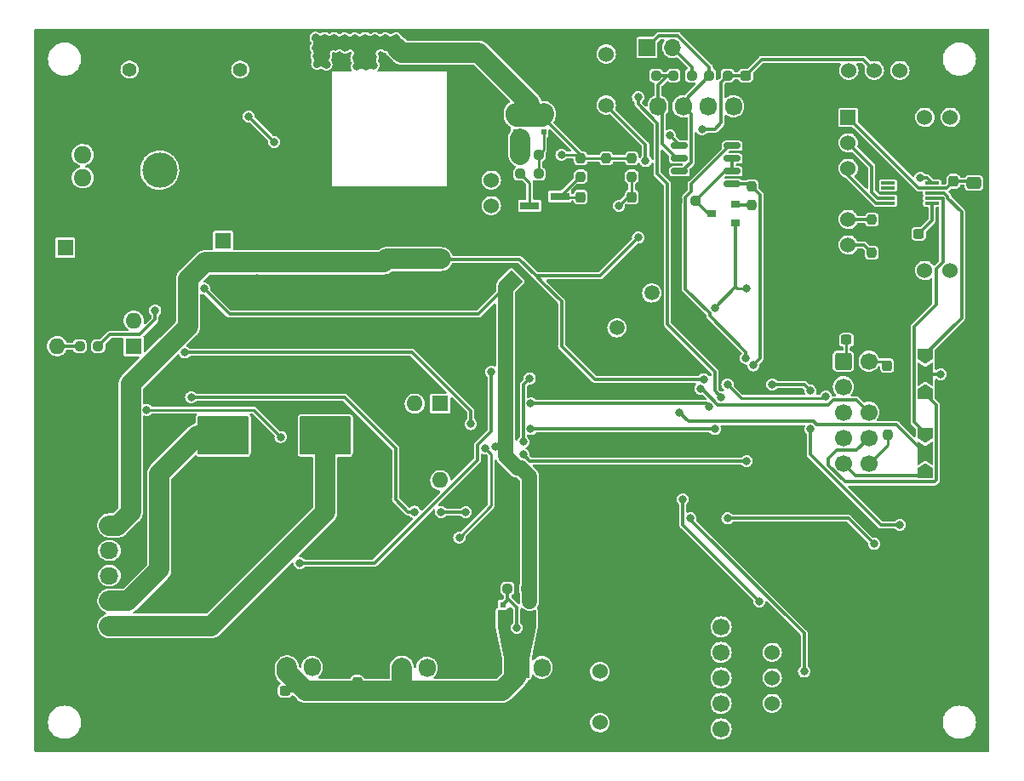
<source format=gbr>
%TF.GenerationSoftware,KiCad,Pcbnew,(6.0.7)*%
%TF.CreationDate,2023-06-24T17:20:50+09:00*%
%TF.ProjectId,motordriver,6d6f746f-7264-4726-9976-65722e6b6963,rev?*%
%TF.SameCoordinates,Original*%
%TF.FileFunction,Copper,L2,Bot*%
%TF.FilePolarity,Positive*%
%FSLAX46Y46*%
G04 Gerber Fmt 4.6, Leading zero omitted, Abs format (unit mm)*
G04 Created by KiCad (PCBNEW (6.0.7)) date 2023-06-24 17:20:50*
%MOMM*%
%LPD*%
G01*
G04 APERTURE LIST*
G04 Aperture macros list*
%AMRoundRect*
0 Rectangle with rounded corners*
0 $1 Rounding radius*
0 $2 $3 $4 $5 $6 $7 $8 $9 X,Y pos of 4 corners*
0 Add a 4 corners polygon primitive as box body*
4,1,4,$2,$3,$4,$5,$6,$7,$8,$9,$2,$3,0*
0 Add four circle primitives for the rounded corners*
1,1,$1+$1,$2,$3*
1,1,$1+$1,$4,$5*
1,1,$1+$1,$6,$7*
1,1,$1+$1,$8,$9*
0 Add four rect primitives between the rounded corners*
20,1,$1+$1,$2,$3,$4,$5,0*
20,1,$1+$1,$4,$5,$6,$7,0*
20,1,$1+$1,$6,$7,$8,$9,0*
20,1,$1+$1,$8,$9,$2,$3,0*%
%AMRotRect*
0 Rectangle, with rotation*
0 The origin of the aperture is its center*
0 $1 length*
0 $2 width*
0 $3 Rotation angle, in degrees counterclockwise*
0 Add horizontal line*
21,1,$1,$2,0,0,$3*%
%AMFreePoly0*
4,1,6,1.000000,0.000000,0.500000,-0.750000,-0.500000,-0.750000,-0.500000,0.750000,0.500000,0.750000,1.000000,0.000000,1.000000,0.000000,$1*%
%AMFreePoly1*
4,1,7,0.700000,0.000000,1.200000,-0.750000,-1.200000,-0.750000,-0.700000,0.000000,-1.200000,0.750000,1.200000,0.750000,0.700000,0.000000,0.700000,0.000000,$1*%
G04 Aperture macros list end*
%TA.AperFunction,ComponentPad*%
%ADD10C,1.524000*%
%TD*%
%TA.AperFunction,SMDPad,CuDef*%
%ADD11RoundRect,0.237500X-0.300000X-0.237500X0.300000X-0.237500X0.300000X0.237500X-0.300000X0.237500X0*%
%TD*%
%TA.AperFunction,ComponentPad*%
%ADD12C,1.500000*%
%TD*%
%TA.AperFunction,ComponentPad*%
%ADD13O,1.600000X1.600000*%
%TD*%
%TA.AperFunction,ComponentPad*%
%ADD14R,1.600000X1.600000*%
%TD*%
%TA.AperFunction,ComponentPad*%
%ADD15C,1.700000*%
%TD*%
%TA.AperFunction,ComponentPad*%
%ADD16RoundRect,0.250000X0.600000X0.675000X-0.600000X0.675000X-0.600000X-0.675000X0.600000X-0.675000X0*%
%TD*%
%TA.AperFunction,ComponentPad*%
%ADD17O,1.700000X1.850000*%
%TD*%
%TA.AperFunction,ComponentPad*%
%ADD18RoundRect,0.250000X-0.600000X-0.675000X0.600000X-0.675000X0.600000X0.675000X-0.600000X0.675000X0*%
%TD*%
%TA.AperFunction,SMDPad,CuDef*%
%ADD19RoundRect,0.237500X-0.250000X-0.237500X0.250000X-0.237500X0.250000X0.237500X-0.250000X0.237500X0*%
%TD*%
%TA.AperFunction,SMDPad,CuDef*%
%ADD20RoundRect,0.237500X-0.237500X0.300000X-0.237500X-0.300000X0.237500X-0.300000X0.237500X0.300000X0*%
%TD*%
%TA.AperFunction,SMDPad,CuDef*%
%ADD21RoundRect,0.237500X0.300000X0.237500X-0.300000X0.237500X-0.300000X-0.237500X0.300000X-0.237500X0*%
%TD*%
%TA.AperFunction,SMDPad,CuDef*%
%ADD22RoundRect,0.237500X0.237500X-0.300000X0.237500X0.300000X-0.237500X0.300000X-0.237500X-0.300000X0*%
%TD*%
%TA.AperFunction,ComponentPad*%
%ADD23R,1.524000X1.524000*%
%TD*%
%TA.AperFunction,ComponentPad*%
%ADD24C,1.600000*%
%TD*%
%TA.AperFunction,ComponentPad*%
%ADD25C,1.400000*%
%TD*%
%TA.AperFunction,ComponentPad*%
%ADD26R,3.500000X3.500000*%
%TD*%
%TA.AperFunction,ComponentPad*%
%ADD27C,3.500000*%
%TD*%
%TA.AperFunction,SMDPad,CuDef*%
%ADD28RoundRect,0.237500X0.237500X-0.250000X0.237500X0.250000X-0.237500X0.250000X-0.237500X-0.250000X0*%
%TD*%
%TA.AperFunction,ComponentPad*%
%ADD29R,1.800000X1.717500*%
%TD*%
%TA.AperFunction,ComponentPad*%
%ADD30O,1.800000X1.717500*%
%TD*%
%TA.AperFunction,ComponentPad*%
%ADD31RoundRect,0.250000X-0.600000X-0.600000X0.600000X-0.600000X0.600000X0.600000X-0.600000X0.600000X0*%
%TD*%
%TA.AperFunction,SMDPad,CuDef*%
%ADD32R,0.575000X0.620000*%
%TD*%
%TA.AperFunction,ComponentPad*%
%ADD33RotRect,1.600000X1.600000X315.000000*%
%TD*%
%TA.AperFunction,ComponentPad*%
%ADD34RoundRect,0.250000X-0.675000X0.600000X-0.675000X-0.600000X0.675000X-0.600000X0.675000X0.600000X0*%
%TD*%
%TA.AperFunction,ComponentPad*%
%ADD35O,1.850000X1.700000*%
%TD*%
%TA.AperFunction,SMDPad,CuDef*%
%ADD36FreePoly0,270.000000*%
%TD*%
%TA.AperFunction,SMDPad,CuDef*%
%ADD37FreePoly1,270.000000*%
%TD*%
%TA.AperFunction,SMDPad,CuDef*%
%ADD38FreePoly0,90.000000*%
%TD*%
%TA.AperFunction,SMDPad,CuDef*%
%ADD39RoundRect,0.150000X0.675000X0.150000X-0.675000X0.150000X-0.675000X-0.150000X0.675000X-0.150000X0*%
%TD*%
%TA.AperFunction,SMDPad,CuDef*%
%ADD40RoundRect,0.237500X0.250000X0.237500X-0.250000X0.237500X-0.250000X-0.237500X0.250000X-0.237500X0*%
%TD*%
%TA.AperFunction,SMDPad,CuDef*%
%ADD41RoundRect,0.250000X-0.475000X0.337500X-0.475000X-0.337500X0.475000X-0.337500X0.475000X0.337500X0*%
%TD*%
%TA.AperFunction,SMDPad,CuDef*%
%ADD42R,0.900000X0.800000*%
%TD*%
%TA.AperFunction,SMDPad,CuDef*%
%ADD43R,1.900000X0.800000*%
%TD*%
%TA.AperFunction,SMDPad,CuDef*%
%ADD44RoundRect,0.237500X-0.237500X0.250000X-0.237500X-0.250000X0.237500X-0.250000X0.237500X0.250000X0*%
%TD*%
%TA.AperFunction,ComponentPad*%
%ADD45R,1.700000X1.700000*%
%TD*%
%TA.AperFunction,ComponentPad*%
%ADD46O,1.700000X1.700000*%
%TD*%
%TA.AperFunction,SMDPad,CuDef*%
%ADD47R,1.400000X0.300000*%
%TD*%
%TA.AperFunction,ViaPad*%
%ADD48C,0.800000*%
%TD*%
%TA.AperFunction,Conductor*%
%ADD49C,0.250000*%
%TD*%
%TA.AperFunction,Conductor*%
%ADD50C,0.300000*%
%TD*%
%TA.AperFunction,Conductor*%
%ADD51C,2.000000*%
%TD*%
%TA.AperFunction,Conductor*%
%ADD52C,1.500000*%
%TD*%
G04 APERTURE END LIST*
D10*
%TO.P,SW3,1,A*%
%TO.N,unconnected-(SW3-Pad1)*%
X90170000Y-56030000D03*
%TO.P,SW3,2,B*%
%TO.N,GND*%
X90170000Y-58570000D03*
%TO.P,SW3,3,C*%
%TO.N,Net-(R41-Pad1)*%
X90170000Y-61110000D03*
%TD*%
D11*
%TO.P,C16,1*%
%TO.N,GND*%
X56515001Y-119380000D03*
%TO.P,C16,2*%
%TO.N,TapeLED_Power*%
X58240001Y-119380000D03*
%TD*%
D12*
%TO.P,Y1,1,1*%
%TO.N,Net-(C25-Pad2)*%
X94696412Y-79801588D03*
%TO.P,Y1,2,2*%
%TO.N,Net-(C26-Pad2)*%
X91231589Y-83266411D03*
%TD*%
D13*
%TO.P,U3,4*%
%TO.N,Net-(R19-Pad1)*%
X35550000Y-85095000D03*
%TO.P,U3,3*%
%TO.N,GND*%
X35550000Y-82555000D03*
%TO.P,U3,2*%
%TO.N,Net-(R15-Pad1)*%
X43170000Y-82555000D03*
D14*
%TO.P,U3,1*%
%TO.N,PWM_A*%
X43170000Y-85095000D03*
%TD*%
D15*
%TO.P,SW4,1,A*%
%TO.N,Toggle_Switch_1*%
X101600000Y-115570000D03*
%TO.P,SW4,2,B*%
%TO.N,+3.3V*%
X101600000Y-118110000D03*
%TO.P,SW4,3,C*%
%TO.N,unconnected-(SW4-Pad3)*%
X101600000Y-120650000D03*
%TO.P,SW4,4*%
%TO.N,N/C*%
X101600000Y-113030000D03*
%TO.P,SW4,5*%
X101600000Y-123190000D03*
%TD*%
D16*
%TO.P,J3,1,Pin_1*%
%TO.N,GND*%
X105330000Y-61220000D03*
D17*
%TO.P,J3,2,Pin_2*%
%TO.N,MD_Power*%
X102830000Y-61220000D03*
%TO.P,J3,3,Pin_3*%
%TO.N,MD_GPIO*%
X100330000Y-61220000D03*
%TO.P,J3,4,Pin_4*%
%TO.N,RS485_MD_A*%
X97830000Y-61220000D03*
%TO.P,J3,5,Pin_5*%
%TO.N,RS485_MD_B*%
X95330000Y-61220000D03*
%TD*%
D18*
%TO.P,J7,1,Pin_1*%
%TO.N,GND*%
X55920000Y-117060000D03*
D17*
%TO.P,J7,2,Pin_2*%
%TO.N,TapeLED_Power*%
X58420000Y-117060000D03*
%TO.P,J7,3,Pin_3*%
%TO.N,TapeLED_H_1*%
X60920000Y-117060000D03*
%TD*%
D19*
%TO.P,R19,1*%
%TO.N,Net-(R19-Pad1)*%
X37822500Y-85090000D03*
%TO.P,R19,2*%
%TO.N,+5V*%
X39647500Y-85090000D03*
%TD*%
D20*
%TO.P,C18,1*%
%TO.N,GND*%
X65405000Y-116840001D03*
%TO.P,C18,2*%
%TO.N,TapeLED_Power*%
X65405000Y-118565001D03*
%TD*%
D21*
%TO.P,C7,1*%
%TO.N,GND*%
X115797500Y-84455000D03*
%TO.P,C7,2*%
%TO.N,VBUS*%
X114072500Y-84455000D03*
%TD*%
D20*
%TO.P,C15,1*%
%TO.N,GND*%
X76835000Y-117475001D03*
%TO.P,C15,2*%
%TO.N,TapeLED_Power*%
X76835000Y-119200001D03*
%TD*%
D10*
%TO.P,SW7,1,A*%
%TO.N,BOOT0*%
X114300000Y-57658000D03*
%TO.P,SW7,2,B*%
%TO.N,+3.3V*%
X116840000Y-57658000D03*
%TO.P,SW7,3,C*%
%TO.N,unconnected-(SW7-Pad3)*%
X119380000Y-57658000D03*
%TD*%
%TO.P,SW2,1,A*%
%TO.N,unconnected-(SW2-Pad1)*%
X89535000Y-122555000D03*
%TO.P,SW2,2,B*%
%TO.N,GND*%
X89535000Y-120015000D03*
%TO.P,SW2,3,C*%
%TO.N,Net-(R40-Pad1)*%
X89535000Y-117475000D03*
%TD*%
D22*
%TO.P,C31,1*%
%TO.N,GND*%
X118110000Y-88746500D03*
%TO.P,C31,2*%
%TO.N,+3.3V*%
X118110000Y-87021500D03*
%TD*%
D10*
%TO.P,J1,*%
%TO.N,*%
X121860000Y-77565000D03*
X124400000Y-62325000D03*
X124400000Y-77565000D03*
X121860000Y-62325000D03*
%TO.P,J1,A1,GND*%
%TO.N,GND*%
X114240000Y-77565000D03*
X114240000Y-69945000D03*
D23*
%TO.P,J1,A4,VBUS*%
%TO.N,VBUS*%
X114240000Y-62325000D03*
D10*
%TO.P,J1,A5,CC1*%
%TO.N,Net-(J1-PadA5)*%
X114240000Y-72485000D03*
%TO.P,J1,A6,D+*%
%TO.N,Net-(J1-PadA6)*%
X114240000Y-67405000D03*
%TO.P,J1,A7,D-*%
%TO.N,Net-(J1-PadA7)*%
X114240000Y-64865000D03*
%TO.P,J1,B5,CC2*%
%TO.N,Net-(J1-PadB5)*%
X114240000Y-75025000D03*
%TD*%
D14*
%TO.P,U16,1*%
%TO.N,PWM_B*%
X73665000Y-90815000D03*
D13*
%TO.P,U16,2*%
%TO.N,Net-(R47-Pad1)*%
X71125000Y-90815000D03*
%TO.P,U16,3*%
%TO.N,GND*%
X71125000Y-98435000D03*
%TO.P,U16,4*%
%TO.N,Net-(R46-Pad1)*%
X73665000Y-98435000D03*
%TD*%
D14*
%TO.P,C11,1*%
%TO.N,VDD*%
X52070000Y-74615112D03*
D24*
%TO.P,C11,2*%
%TO.N,GND*%
X52070000Y-72615112D03*
%TD*%
D25*
%TO.P,J2,*%
%TO.N,*%
X53760000Y-57575000D03*
X42760000Y-57575000D03*
D26*
%TO.P,J2,1,Pin_1*%
%TO.N,GND*%
X50760000Y-67575000D03*
D27*
%TO.P,J2,2,Pin_2*%
%TO.N,+7.5V*%
X45760000Y-67575000D03*
%TD*%
D28*
%TO.P,R56,1*%
%TO.N,BOOT0*%
X118158345Y-93889641D03*
%TO.P,R56,2*%
%TO.N,GND*%
X118158345Y-92064641D03*
%TD*%
D18*
%TO.P,J6,1,Pin_1*%
%TO.N,GND*%
X78780000Y-117070000D03*
D17*
%TO.P,J6,2,Pin_2*%
%TO.N,TapeLED_Power*%
X81280000Y-117070000D03*
%TO.P,J6,3,Pin_3*%
%TO.N,TapeLED_H_3*%
X83780000Y-117070000D03*
%TD*%
D10*
%TO.P,SW5,1,A*%
%TO.N,Slide_Switch_1*%
X106680000Y-115570000D03*
%TO.P,SW5,2,B*%
%TO.N,+3.3V*%
X106680000Y-118110000D03*
%TO.P,SW5,3,C*%
%TO.N,unconnected-(SW5-Pad3)*%
X106680000Y-120650000D03*
%TD*%
D18*
%TO.P,J8,1,Pin_1*%
%TO.N,GND*%
X67350000Y-117100000D03*
D17*
%TO.P,J8,2,Pin_2*%
%TO.N,TapeLED_Power*%
X69850000Y-117100000D03*
%TO.P,J8,3,Pin_3*%
%TO.N,TapeLED_H_2*%
X72350000Y-117100000D03*
%TD*%
D29*
%TO.P,Q2,1,G*%
%TO.N,GND*%
X38100000Y-63749999D03*
D30*
%TO.P,Q2,2,D*%
%TO.N,+7.5V*%
X38100000Y-66039999D03*
%TO.P,Q2,3,S*%
%TO.N,VDD*%
X38100000Y-68329999D03*
%TD*%
D31*
%TO.P,J4,1,Pin_1*%
%TO.N,VBUS*%
X113762500Y-86595000D03*
D15*
%TO.P,J4,2,Pin_2*%
%TO.N,+3.3V*%
X116302500Y-86595000D03*
%TO.P,J4,3,Pin_3*%
%TO.N,TCK*%
X113762500Y-89135000D03*
%TO.P,J4,4,Pin_4*%
%TO.N,GND*%
X116302500Y-89135000D03*
%TO.P,J4,5,Pin_5*%
%TO.N,TMS*%
X113762500Y-91675000D03*
%TO.P,J4,6,Pin_6*%
%TO.N,NRST*%
X116302500Y-91675000D03*
%TO.P,J4,7,Pin_7*%
%TO.N,SWO*%
X113762500Y-94215000D03*
%TO.P,J4,8,Pin_8*%
%TO.N,STLK_UART2_RX*%
X116302500Y-94215000D03*
%TO.P,J4,9,Pin_9*%
%TO.N,STLK_UART2_TX*%
X113762500Y-96755000D03*
%TO.P,J4,10,Pin_10*%
%TO.N,BOOT0*%
X116302500Y-96755000D03*
%TD*%
D10*
%TO.P,SW1,1,A*%
%TO.N,GND*%
X78740000Y-66040000D03*
%TO.P,SW1,2,B*%
%TO.N,Net-(MD1-Pad1)*%
X78740000Y-68580000D03*
%TO.P,SW1,3,C*%
%TO.N,unconnected-(SW1-Pad3)*%
X78740000Y-71120000D03*
%TD*%
D32*
%TO.P,U10,1,D_1*%
%TO.N,TapeLED_Power*%
X79892000Y-112710000D03*
%TO.P,U10,2,D_2*%
X79892000Y-111760000D03*
%TO.P,U10,3,G*%
%TO.N,Net-(R40-Pad1)*%
X79892000Y-110810000D03*
%TO.P,U10,4,S*%
%TO.N,+5V*%
X82668000Y-110810000D03*
%TO.P,U10,5,D_3*%
%TO.N,TapeLED_Power*%
X82668000Y-111760000D03*
%TO.P,U10,6,D_4*%
X82668000Y-112710000D03*
%TD*%
D33*
%TO.P,C17,1*%
%TO.N,+5V*%
X80728957Y-78648159D03*
D24*
%TO.P,C17,2*%
%TO.N,GND*%
X82143171Y-80062373D03*
%TD*%
D19*
%TO.P,R40,1*%
%TO.N,Net-(R40-Pad1)*%
X80367500Y-109220000D03*
%TO.P,R40,2*%
%TO.N,+5V*%
X82192500Y-109220000D03*
%TD*%
D14*
%TO.P,C5,1*%
%TO.N,VDD*%
X36364633Y-75288494D03*
D24*
%TO.P,C5,2*%
%TO.N,GND*%
X36364633Y-77288494D03*
%TD*%
D34*
%TO.P,J5,1,Pin_1*%
%TO.N,GND*%
X40750000Y-100430000D03*
D35*
%TO.P,J5,2,Pin_2*%
%TO.N,+3.3V*%
X40750000Y-102930000D03*
%TO.P,J5,3,Pin_3*%
%TO.N,Encoder_A*%
X40750000Y-105430000D03*
%TO.P,J5,4,Pin_4*%
%TO.N,Encoder_B*%
X40750000Y-107930000D03*
%TO.P,J5,5,Pin_5*%
%TO.N,Motor_A*%
X40750000Y-110430000D03*
%TO.P,J5,6,Pin_6*%
%TO.N,Motor_B*%
X40750000Y-112930000D03*
%TD*%
D36*
%TO.P,JP3,1,A*%
%TO.N,USB-C_UART2_TX*%
X121920000Y-93758000D03*
D37*
%TO.P,JP3,2,C*%
%TO.N,Write_UART2_TX*%
X121920000Y-95758000D03*
D38*
%TO.P,JP3,3,B*%
%TO.N,STLK_UART2_TX*%
X121920000Y-97758000D03*
%TD*%
D19*
%TO.P,R9,1*%
%TO.N,RS485_MD_A*%
X100433500Y-58166000D03*
%TO.P,R9,2*%
%TO.N,+3.3V*%
X102258500Y-58166000D03*
%TD*%
D28*
%TO.P,R34,1*%
%TO.N,GND*%
X90170000Y-68222500D03*
%TO.P,R34,2*%
%TO.N,dcdcout*%
X90170000Y-66397500D03*
%TD*%
D19*
%TO.P,R10,1*%
%TO.N,RS485_MD_B*%
X96877500Y-58166000D03*
%TO.P,R10,2*%
%TO.N,Net-(JP1-Pad2)*%
X98702500Y-58166000D03*
%TD*%
D28*
%TO.P,R1,1*%
%TO.N,GND*%
X116586000Y-77620500D03*
%TO.P,R1,2*%
%TO.N,Net-(J1-PadB5)*%
X116586000Y-75795500D03*
%TD*%
D19*
%TO.P,R38,1*%
%TO.N,Net-(Q6-Pad3)*%
X81628067Y-67935247D03*
%TO.P,R38,2*%
%TO.N,Net-(R37-Pad1)*%
X83453067Y-67935247D03*
%TD*%
D32*
%TO.P,U6,1,D_1*%
%TO.N,dcdcout*%
X83937290Y-61894497D03*
%TO.P,U6,2,D_2*%
X83937290Y-62844497D03*
%TO.P,U6,3,G*%
%TO.N,Net-(R37-Pad1)*%
X83937290Y-63794497D03*
%TO.P,U6,4,S*%
%TO.N,+5V*%
X81161290Y-63794497D03*
%TO.P,U6,5,D_3*%
%TO.N,dcdcout*%
X81161290Y-62844497D03*
%TO.P,U6,6,D_4*%
X81161290Y-61894497D03*
%TD*%
D28*
%TO.P,R4,1*%
%TO.N,Net-(Q1-Pad1)*%
X104648000Y-71016500D03*
%TO.P,R4,2*%
%TO.N,MAX3485_MD_TX*%
X104648000Y-69191500D03*
%TD*%
D11*
%TO.P,C3,1*%
%TO.N,GND*%
X119533500Y-73914000D03*
%TO.P,C3,2*%
%TO.N,Net-(C3-Pad2)*%
X121258500Y-73914000D03*
%TD*%
D39*
%TO.P,U1,1,RO*%
%TO.N,MAX3485_MD_RX*%
X102701000Y-65151000D03*
%TO.P,U1,2,~{RE}*%
%TO.N,Net-(Q1-Pad3)*%
X102701000Y-66421000D03*
%TO.P,U1,3,DE*%
X102701000Y-67691000D03*
%TO.P,U1,4,DI*%
%TO.N,MAX3485_MD_TX*%
X102701000Y-68961000D03*
%TO.P,U1,5,GND*%
%TO.N,GND*%
X97451000Y-68961000D03*
%TO.P,U1,6,A*%
%TO.N,RS485_MD_A*%
X97451000Y-67691000D03*
%TO.P,U1,7,B*%
%TO.N,RS485_MD_B*%
X97451000Y-66421000D03*
%TO.P,U1,8,VCC*%
%TO.N,+3.3V*%
X97451000Y-65151000D03*
%TD*%
D19*
%TO.P,R8,1*%
%TO.N,GND*%
X93321500Y-58166000D03*
%TO.P,R8,2*%
%TO.N,RS485_MD_B*%
X95146500Y-58166000D03*
%TD*%
D36*
%TO.P,JP2,1,A*%
%TO.N,USB-C_UART2_RX*%
X121920000Y-85884000D03*
D37*
%TO.P,JP2,2,C*%
%TO.N,Write_UART2_RX*%
X121920000Y-87884000D03*
D38*
%TO.P,JP2,3,B*%
%TO.N,STLK_UART2_RX*%
X121920000Y-89884000D03*
%TD*%
D28*
%TO.P,R33,1*%
%TO.N,Net-(C12-Pad1)*%
X87630000Y-68222500D03*
%TO.P,R33,2*%
%TO.N,dcdcout*%
X87630000Y-66397500D03*
%TD*%
D20*
%TO.P,C12,1*%
%TO.N,Net-(C12-Pad1)*%
X87630000Y-70257500D03*
%TO.P,C12,2*%
%TO.N,GND*%
X87630000Y-71982500D03*
%TD*%
D40*
%TO.P,R6,1*%
%TO.N,Net-(Q1-Pad3)*%
X99060000Y-70612000D03*
%TO.P,R6,2*%
%TO.N,GND*%
X97235000Y-70612000D03*
%TD*%
D41*
%TO.P,C1,1*%
%TO.N,GND*%
X126746000Y-66780500D03*
%TO.P,C1,2*%
%TO.N,VBUS*%
X126746000Y-68855500D03*
%TD*%
D42*
%TO.P,Q1,1,B*%
%TO.N,Net-(Q1-Pad1)*%
X103054000Y-70932000D03*
%TO.P,Q1,2,E*%
%TO.N,+3.3V*%
X103054000Y-72832000D03*
%TO.P,Q1,3,C*%
%TO.N,Net-(Q1-Pad3)*%
X100654000Y-71882000D03*
%TD*%
D43*
%TO.P,Q6,1,G*%
%TO.N,Net-(C12-Pad1)*%
X85550000Y-70170000D03*
%TO.P,Q6,2,S*%
%TO.N,GND*%
X85550000Y-72070000D03*
%TO.P,Q6,3,D*%
%TO.N,Net-(Q6-Pad3)*%
X82550000Y-71120000D03*
%TD*%
D28*
%TO.P,R2,1*%
%TO.N,GND*%
X116586000Y-74318500D03*
%TO.P,R2,2*%
%TO.N,Net-(J1-PadA5)*%
X116586000Y-72493500D03*
%TD*%
D20*
%TO.P,C2,1*%
%TO.N,GND*%
X124714000Y-66955500D03*
%TO.P,C2,2*%
%TO.N,VBUS*%
X124714000Y-68680500D03*
%TD*%
D44*
%TO.P,R28,1*%
%TO.N,dcdcout*%
X92710000Y-66397500D03*
%TO.P,R28,2*%
%TO.N,Net-(C13-Pad2)*%
X92710000Y-68222500D03*
%TD*%
D45*
%TO.P,JP1,1,A*%
%TO.N,RS485_MD_A*%
X94229000Y-55372000D03*
D46*
%TO.P,JP1,2,B*%
%TO.N,Net-(JP1-Pad2)*%
X96769000Y-55372000D03*
%TD*%
D40*
%TO.P,R37,1*%
%TO.N,Net-(R37-Pad1)*%
X83462500Y-66040000D03*
%TO.P,R37,2*%
%TO.N,+5V*%
X81637500Y-66040000D03*
%TD*%
D47*
%TO.P,U2,1,UD+*%
%TO.N,Net-(J1-PadA6)*%
X118196000Y-70850000D03*
%TO.P,U2,2,UD-*%
%TO.N,Net-(J1-PadA7)*%
X118196000Y-70350000D03*
%TO.P,U2,3,GND*%
%TO.N,GND*%
X118196000Y-69850000D03*
%TO.P,U2,4,~{RTS}*%
%TO.N,RTS*%
X118196000Y-69350000D03*
%TO.P,U2,5,~{CTS}*%
%TO.N,CTS*%
X118196000Y-68850000D03*
%TO.P,U2,6,TNOW*%
%TO.N,Net-(R5-Pad1)*%
X122596000Y-68850000D03*
%TO.P,U2,7,VCC*%
%TO.N,VBUS*%
X122596000Y-69350000D03*
%TO.P,U2,8,TXD*%
%TO.N,USB-C_UART2_RX*%
X122596000Y-69850000D03*
%TO.P,U2,9,RXD*%
%TO.N,USB-C_UART2_TX*%
X122596000Y-70350000D03*
%TO.P,U2,10,V3*%
%TO.N,Net-(C3-Pad2)*%
X122596000Y-70850000D03*
%TD*%
D22*
%TO.P,C13,1*%
%TO.N,GND*%
X92710000Y-71982500D03*
%TO.P,C13,2*%
%TO.N,Net-(C13-Pad2)*%
X92710000Y-70257500D03*
%TD*%
D11*
%TO.P,C4,1*%
%TO.N,+3.3V*%
X104039500Y-58166000D03*
%TO.P,C4,2*%
%TO.N,GND*%
X105764500Y-58166000D03*
%TD*%
D48*
%TO.N,GND*%
X51054000Y-64262000D03*
X108930000Y-106970000D03*
X117646194Y-85690070D03*
X124840664Y-84130207D03*
X126336859Y-74802863D03*
X119524396Y-63072057D03*
X94154215Y-57209513D03*
X92265402Y-61729932D03*
X92244179Y-57251958D03*
X90567592Y-57379294D03*
X90546369Y-59798673D03*
X87278085Y-59851730D03*
X88551442Y-55851265D03*
X87999654Y-57188290D03*
X86238176Y-56997287D03*
X78067465Y-58886100D03*
X79913834Y-55851265D03*
X81929983Y-57867414D03*
X84434253Y-60180681D03*
X86260000Y-62076000D03*
X85601497Y-62621283D03*
X88445329Y-64064421D03*
X90503924Y-63130626D03*
X92711077Y-65019439D03*
X94217883Y-63448965D03*
X96679708Y-62791064D03*
X97019270Y-57007898D03*
X118199450Y-58355535D03*
X116055965Y-55808820D03*
X101306240Y-57167068D03*
X103874178Y-57060955D03*
X102558375Y-59352998D03*
X106802900Y-57442962D03*
X112936239Y-57379294D03*
X123589997Y-67141702D03*
X113488027Y-58970991D03*
X115291951Y-58779987D03*
X121149395Y-67226592D03*
X115822516Y-62600060D03*
X112490564Y-62844120D03*
X94345219Y-86715724D03*
X96990973Y-87225067D03*
X90138704Y-84104623D03*
X93513102Y-84019733D03*
X95317025Y-81727689D03*
X90803899Y-81240959D03*
X90931234Y-77802893D03*
X86573522Y-82075715D03*
X85130383Y-78955989D03*
X82550000Y-78740000D03*
X84836000Y-81026000D03*
X84836000Y-83820000D03*
X81534000Y-86614000D03*
X78740000Y-104140000D03*
X43434000Y-116840000D03*
X44196000Y-116840000D03*
X44958000Y-116840000D03*
X45720000Y-116840000D03*
X46482000Y-116840000D03*
X47244000Y-116840000D03*
X48006000Y-116840000D03*
X48768000Y-116840000D03*
X49530000Y-116840000D03*
X50292000Y-116840000D03*
X51054000Y-116840000D03*
X51054000Y-116078000D03*
X50292000Y-116078000D03*
X49530000Y-116078000D03*
X48768000Y-116078000D03*
X48006000Y-116078000D03*
X47244000Y-116078000D03*
X46482000Y-116078000D03*
X45720000Y-116078000D03*
X44958000Y-116078000D03*
X44196000Y-116078000D03*
X43434000Y-116078000D03*
X42672000Y-116078000D03*
X41910000Y-115316000D03*
X42672000Y-115316000D03*
X43434000Y-115316000D03*
X44196000Y-115316000D03*
X44958000Y-115316000D03*
X45720000Y-115316000D03*
X46482000Y-115316000D03*
X47244000Y-115316000D03*
X48006000Y-115316000D03*
X48768000Y-115316000D03*
X49530000Y-115316000D03*
X50292000Y-115316000D03*
X51054000Y-115316000D03*
X51054000Y-114554000D03*
X50292000Y-114554000D03*
X49530000Y-114554000D03*
X48768000Y-114554000D03*
X48006000Y-114554000D03*
X47244000Y-114554000D03*
X46482000Y-114554000D03*
X45720000Y-114554000D03*
X44958000Y-114554000D03*
X44196000Y-114554000D03*
X43434000Y-114554000D03*
X42672000Y-114554000D03*
X41910000Y-114554000D03*
X41148000Y-114554000D03*
X52578000Y-108966000D03*
X51816000Y-108966000D03*
X51054000Y-108966000D03*
X50292000Y-108966000D03*
X49530000Y-108966000D03*
X48768000Y-108966000D03*
X48006000Y-108966000D03*
X47244000Y-108966000D03*
X46482000Y-108966000D03*
X45720000Y-109728000D03*
X46482000Y-109728000D03*
X47244000Y-109728000D03*
X48006000Y-109728000D03*
X48768000Y-109728000D03*
X49530000Y-109728000D03*
X50292000Y-109728000D03*
X51054000Y-109728000D03*
X51816000Y-109728000D03*
X51054000Y-110490000D03*
X50292000Y-110490000D03*
X49530000Y-110490000D03*
X48768000Y-110490000D03*
X48006000Y-110490000D03*
X47244000Y-110490000D03*
X46482000Y-110490000D03*
X45720000Y-110490000D03*
X44958000Y-110490000D03*
X50292000Y-111252000D03*
X49530000Y-111252000D03*
X48768000Y-111252000D03*
X48006000Y-111252000D03*
X47244000Y-111252000D03*
X46482000Y-111252000D03*
X45720000Y-111252000D03*
X44958000Y-111252000D03*
X56896000Y-99822000D03*
X56896000Y-100584000D03*
X56896000Y-101346000D03*
X57658000Y-101346000D03*
X57658000Y-100584000D03*
X57658000Y-99822000D03*
X58420000Y-98806000D03*
X58420000Y-99568000D03*
X58420000Y-100330000D03*
X58420000Y-101092000D03*
X58420000Y-101854000D03*
X58420000Y-102616000D03*
X59182000Y-101854000D03*
X59182000Y-101092000D03*
X59182000Y-100330000D03*
X59182000Y-99568000D03*
X59182000Y-98806000D03*
X59182000Y-98044000D03*
X48260000Y-101600000D03*
X48260000Y-102362000D03*
X48260000Y-103124000D03*
X48260000Y-103886000D03*
X52832000Y-102870000D03*
X49784000Y-101854000D03*
X50546000Y-101854000D03*
X51308000Y-101854000D03*
X52070000Y-101854000D03*
X52070000Y-102616000D03*
X51308000Y-102616000D03*
X50546000Y-102616000D03*
X49784000Y-102616000D03*
X49022000Y-102108000D03*
X49022000Y-102870000D03*
X49022000Y-103632000D03*
X49022000Y-104394000D03*
X51308000Y-104902000D03*
X50546000Y-104902000D03*
X49784000Y-104902000D03*
X49784000Y-104140000D03*
X50546000Y-104140000D03*
X51308000Y-104140000D03*
X52070000Y-103378000D03*
X51308000Y-103378000D03*
X50546000Y-103378000D03*
X49784000Y-103378000D03*
X67812003Y-90388988D03*
X65590701Y-88691178D03*
X65477514Y-90332394D03*
X72721503Y-95256043D03*
X70443608Y-95666347D03*
X69707891Y-92284875D03*
X71646224Y-92299024D03*
X75282367Y-95892722D03*
X70486054Y-100363622D03*
X71759411Y-100773926D03*
X75692671Y-100618293D03*
X76555724Y-99896724D03*
X75239922Y-103101340D03*
X79611783Y-100986152D03*
X81111515Y-99175155D03*
X79512744Y-97406602D03*
X81196405Y-101721870D03*
X78734581Y-108357477D03*
X81125663Y-106037137D03*
X86148351Y-99330787D03*
X89812791Y-97321712D03*
X84068534Y-103051821D03*
X83870456Y-97378306D03*
X87945200Y-94209060D03*
X93010334Y-94209060D03*
X91270078Y-95708792D03*
X76980177Y-94081724D03*
X77871527Y-89936238D03*
X76301053Y-89907941D03*
X77616856Y-91733087D03*
X75834155Y-91973610D03*
X73980713Y-92242430D03*
X83175669Y-94476178D03*
X92513624Y-85594509D03*
X89478788Y-87515157D03*
X87059409Y-85180668D03*
X87674865Y-88279171D03*
X83982128Y-88236726D03*
X85679938Y-86528305D03*
X91155376Y-89976981D03*
X83494008Y-89976981D03*
X103010765Y-85773777D03*
X100846058Y-86169933D03*
X99417067Y-82081040D03*
X98766240Y-84189155D03*
X97068430Y-81295803D03*
X95285730Y-76987610D03*
X97294805Y-77157391D03*
X112011313Y-72260024D03*
X112662141Y-70279246D03*
X114300000Y-79756000D03*
X109252107Y-75154313D03*
X117348000Y-79248000D03*
X119184295Y-76300335D03*
X121179222Y-72713711D03*
X117953383Y-72077032D03*
X120988218Y-70166996D03*
X119608748Y-68957306D03*
X118420281Y-67874952D03*
X115788675Y-65190290D03*
X115831120Y-68341850D03*
X113500520Y-66124905D03*
X112821396Y-67186036D03*
X108831543Y-66804029D03*
X104289901Y-66613025D03*
X104374791Y-67971273D03*
X115644006Y-73595269D03*
X115410557Y-76205652D03*
X113394407Y-76354210D03*
X113500520Y-73786273D03*
X106369718Y-72173353D03*
X106306050Y-78497696D03*
X109553112Y-78731145D03*
X113500520Y-82487549D03*
X122074461Y-76057094D03*
X122138129Y-79007039D03*
X120121980Y-82636108D03*
X119909753Y-86997357D03*
X119973421Y-88727001D03*
X117808713Y-89809355D03*
X119888531Y-92398515D03*
X123326596Y-85798279D03*
X123369041Y-89936691D03*
X119634000Y-100584000D03*
X125730000Y-96012000D03*
X123560045Y-99168533D03*
X123878384Y-93247420D03*
X121543896Y-104049737D03*
X125003184Y-102182146D03*
X121607563Y-102118478D03*
X115962345Y-102479263D03*
X119485301Y-103943624D03*
X117978494Y-101969920D03*
X115877454Y-105238204D03*
X115919900Y-99508095D03*
X125427636Y-108761160D03*
X123305373Y-105832437D03*
X115219553Y-106999682D03*
X119591414Y-105620211D03*
X121862235Y-111042592D03*
X123326596Y-114236597D03*
X122095684Y-117695885D03*
X116153349Y-117759553D03*
X113394407Y-120009151D03*
X118042162Y-114448823D03*
X114497984Y-114554937D03*
X116365575Y-112369006D03*
X114582874Y-111498879D03*
X110784024Y-110331634D03*
X113479298Y-106490339D03*
X103844226Y-98871416D03*
X107091287Y-98701635D03*
X111611707Y-98319628D03*
X114200867Y-101481799D03*
X109638003Y-94924008D03*
X105945266Y-95008898D03*
X103801781Y-101290796D03*
X109064992Y-101481799D03*
X109043769Y-103031051D03*
X107727966Y-110267966D03*
X110508130Y-112942017D03*
X113351962Y-110352857D03*
X113882528Y-103200832D03*
X103801781Y-103052274D03*
X103929116Y-106341781D03*
X96924440Y-110248957D03*
X92722360Y-112875257D03*
X94393641Y-104518848D03*
X90048309Y-107001896D03*
X96216418Y-99054096D03*
X100779283Y-107161139D03*
X96916765Y-102088932D03*
X102222421Y-104699315D03*
X102010195Y-103298621D03*
X100354830Y-103065172D03*
X102052640Y-101027800D03*
X99909155Y-101027800D03*
X100758060Y-97388120D03*
X96152750Y-95531140D03*
X93945597Y-97908074D03*
X89573737Y-102131377D03*
X85711219Y-106163676D03*
X85753664Y-109495628D03*
X87769813Y-110026194D03*
X97107769Y-117114551D03*
X100609502Y-116838656D03*
X105872713Y-116859879D03*
X103092549Y-115395518D03*
X103644337Y-110344533D03*
X105766600Y-112063566D03*
X107485633Y-112466796D03*
X108971216Y-114419277D03*
X111857493Y-114355609D03*
X108270870Y-117666339D03*
X110605359Y-120828510D03*
X110966143Y-117517781D03*
X118627511Y-120191831D03*
X115762457Y-122016977D03*
X114616435Y-124202908D03*
X109353224Y-122016977D03*
X107018735Y-122547543D03*
X98869247Y-121719860D03*
X94200269Y-121019514D03*
X105384593Y-119024587D03*
X100376053Y-119067032D03*
X95155287Y-118005901D03*
X92714685Y-115522854D03*
X88300379Y-115162069D03*
X88873390Y-111830117D03*
X86623792Y-112488018D03*
X85095763Y-117942233D03*
X84628865Y-121847196D03*
X88088153Y-119618820D03*
X81912369Y-119682488D03*
X78304522Y-113718931D03*
X76182260Y-115162069D03*
X74654231Y-117708784D03*
X77243391Y-121083182D03*
X67671987Y-113750764D03*
X71534505Y-113634040D03*
X71131275Y-115777525D03*
X64849378Y-115331850D03*
X64127808Y-117602671D03*
X68966567Y-121040736D03*
X58885820Y-120425280D03*
X59798393Y-115926084D03*
X62132882Y-114801284D03*
X62090436Y-112954916D03*
X74505672Y-108434497D03*
X60774634Y-108816504D03*
X58991933Y-111840728D03*
X57485127Y-108837727D03*
X54047061Y-112297015D03*
X59880251Y-113949348D03*
X52221915Y-113952379D03*
X36576000Y-96774000D03*
X41222911Y-94152107D03*
X40770162Y-95347649D03*
X46990000Y-93980000D03*
X48768000Y-92202000D03*
X44704000Y-92456000D03*
X44704000Y-95250000D03*
X56896000Y-97536000D03*
X58928000Y-95758000D03*
X58928000Y-91948000D03*
X55880000Y-90932000D03*
X57150000Y-96012000D03*
X55118000Y-97536000D03*
X49022000Y-100838000D03*
X55118000Y-100838000D03*
X54864000Y-103378000D03*
X52705000Y-104013000D03*
X55372000Y-105664000D03*
X53340000Y-105664000D03*
X50292000Y-105664000D03*
X47498000Y-100838000D03*
X47498000Y-99822000D03*
X49022000Y-98044000D03*
X47498000Y-105410000D03*
X48768000Y-106680000D03*
X44196000Y-111252000D03*
X39116000Y-109220000D03*
X39116000Y-112522000D03*
X37338000Y-104394000D03*
X38862000Y-106680000D03*
X39624000Y-104394000D03*
X42164000Y-104648000D03*
X43942000Y-106680000D03*
X43942000Y-102870000D03*
X41148000Y-98044000D03*
X38100000Y-91948000D03*
X36830000Y-91948000D03*
X36830000Y-89662000D03*
X36830000Y-84074000D03*
X39624000Y-83820000D03*
X40894000Y-85090000D03*
X44958000Y-84074000D03*
X42672000Y-86614000D03*
X36830000Y-86614000D03*
X39624000Y-90932000D03*
X60960000Y-78486000D03*
X76962000Y-69088000D03*
X75953917Y-67403354D03*
X76060030Y-64612579D03*
X76123698Y-62384203D03*
X75274793Y-58882470D03*
X77099939Y-57938063D03*
X79831250Y-60781250D03*
X80007439Y-63519613D03*
X79752767Y-67403354D03*
X74510779Y-70056182D03*
X75189903Y-74788828D03*
X71475943Y-72804512D03*
X68568444Y-71393208D03*
X62222879Y-75128390D03*
X58254248Y-75107167D03*
X62668554Y-70565525D03*
X58296693Y-70247186D03*
X54837405Y-67148682D03*
X55601419Y-72751456D03*
X76200000Y-81026000D03*
X78013011Y-77798864D03*
X74617391Y-78152575D03*
X78635542Y-86514289D03*
X78536503Y-84590104D03*
X77800785Y-88254544D03*
X74475907Y-88141357D03*
X69444615Y-82669277D03*
X71418319Y-85088656D03*
X59098585Y-83847133D03*
X65465373Y-84897653D03*
X73169186Y-82701111D03*
X61899971Y-82669277D03*
X61963639Y-81077580D03*
X67120737Y-80249898D03*
X72214167Y-80154396D03*
X66706896Y-78435363D03*
X55278512Y-82701111D03*
X55405848Y-78371695D03*
X55405848Y-81077580D03*
X55278512Y-83751631D03*
X46630199Y-79803192D03*
X46814128Y-82392352D03*
X41572116Y-83125623D03*
X44214333Y-81311088D03*
X44851012Y-79066795D03*
X39566578Y-76997589D03*
X36351350Y-73002430D03*
X39916751Y-72668174D03*
X37656542Y-70057791D03*
X41540282Y-61080620D03*
X48830254Y-58183732D03*
X55706385Y-61239790D03*
X53287006Y-61749133D03*
X55419879Y-58820411D03*
X58571439Y-58884078D03*
X60385974Y-61494461D03*
X59653793Y-65951213D03*
X58635107Y-67733913D03*
X60576978Y-67924917D03*
X53860016Y-74514542D03*
X50740291Y-72922845D03*
X47652399Y-75501394D03*
X43482153Y-72222499D03*
X43545820Y-75565062D03*
X49307763Y-69930455D03*
X46729214Y-64455018D03*
X43227481Y-64264014D03*
X39725748Y-64232180D03*
X42336131Y-69771285D03*
X104775000Y-54610000D03*
X111760000Y-54610000D03*
X118110000Y-54610000D03*
X98425000Y-53975000D03*
X91246880Y-54125916D03*
X86436418Y-54125916D03*
X82550000Y-54610000D03*
X77552322Y-54173401D03*
X70899029Y-54061982D03*
X57785000Y-54610000D03*
X48260000Y-54610000D03*
X52705000Y-54610000D03*
X43180000Y-54610000D03*
X34290000Y-63500000D03*
X34290000Y-69850000D03*
X34290000Y-75565000D03*
X34290000Y-81280000D03*
X34290000Y-89535000D03*
X34290000Y-93980000D03*
X34290000Y-99695000D03*
X34290000Y-104775000D03*
X34290000Y-111125000D03*
X34290000Y-118110000D03*
X42545000Y-124460000D03*
X46355000Y-124460000D03*
X52070000Y-124460000D03*
X59055000Y-124460000D03*
X66040000Y-124460000D03*
X73025000Y-124460000D03*
X78740000Y-124460000D03*
X86995000Y-124460000D03*
X92075000Y-124460000D03*
X98425000Y-124460000D03*
X104140000Y-124460000D03*
X109855000Y-124460000D03*
X120015000Y-124460000D03*
X127635000Y-117475000D03*
X127635000Y-112395000D03*
X127635000Y-104775000D03*
X127635000Y-99060000D03*
X127635000Y-92710000D03*
X127635000Y-85725000D03*
X127635000Y-79375000D03*
X127635000Y-72390000D03*
X127635000Y-66675000D03*
X127635000Y-61595000D03*
X123190000Y-54610000D03*
X123190000Y-58420000D03*
X127000000Y-58420000D03*
X127000000Y-54610000D03*
X123190000Y-120650000D03*
X127000000Y-120650000D03*
X127000000Y-124460000D03*
X123190000Y-124460000D03*
X38100000Y-120650000D03*
X38100000Y-124460000D03*
X34290000Y-124460000D03*
X34290000Y-120650000D03*
X34290000Y-58420000D03*
X38100000Y-58420000D03*
X38100000Y-54610000D03*
X34290000Y-54610000D03*
%TO.N,VDD*%
X78105000Y-95250000D03*
X75565000Y-104140000D03*
%TO.N,+5V*%
X50165000Y-79375000D03*
%TO.N,+3.3V*%
X104140000Y-79375000D03*
%TO.N,+5V*%
X79127935Y-95076974D03*
%TO.N,+3.3V*%
X99695000Y-63500000D03*
X93345000Y-74295000D03*
X96520000Y-64135000D03*
X100965000Y-81280000D03*
%TO.N,Slide_Switch_1*%
X97790000Y-100330000D03*
X105410000Y-110490000D03*
%TO.N,Tact_Switch1*%
X109855000Y-117475000D03*
X98539500Y-102235000D03*
%TO.N,LED_2*%
X116840000Y-104775000D03*
X102235000Y-102235000D03*
%TO.N,LED_1*%
X119380000Y-102870000D03*
X110490000Y-89535000D03*
X106680000Y-88900000D03*
X110490000Y-93345000D03*
%TO.N,MD_GPIO*%
X93345000Y-60325000D03*
X101600000Y-90170000D03*
%TO.N,shutdown*%
X76200000Y-101600000D03*
X73745000Y-101600000D03*
X81915000Y-95885000D03*
X104140000Y-96520000D03*
%TO.N,Encoder_A*%
X78740000Y-87630000D03*
X59690000Y-106680000D03*
%TO.N,Encoder_B*%
X82565017Y-88293604D03*
X81915000Y-94615000D03*
%TO.N,+5V*%
X45310999Y-81552489D03*
%TO.N,PWM_A*%
X48260000Y-85725000D03*
X76720500Y-92843001D03*
X82664500Y-93345000D03*
X100965000Y-93345000D03*
%TO.N,PWM_B*%
X82664500Y-90805000D03*
X100409028Y-91098936D03*
%TO.N,BOOT0*%
X102235000Y-88900000D03*
X112030669Y-90114239D03*
%TO.N,MAX3485_MD_RX*%
X104075111Y-86295111D03*
%TO.N,MAX3485_MD_TX*%
X104781866Y-87001866D03*
%TO.N,+3.3V*%
X99877007Y-88380108D03*
%TO.N,dcdcout*%
X85725000Y-66040000D03*
%TO.N,Net-(R40-Pad1)*%
X81280000Y-113119500D03*
%TO.N,+3.3V*%
X74040000Y-76455000D03*
X73250994Y-76425994D03*
X72164006Y-76425994D03*
X70894006Y-76425994D03*
X69624006Y-76425994D03*
X68354006Y-76425994D03*
%TO.N,+5V*%
X79882500Y-79247500D03*
%TO.N,shutdown*%
X71090707Y-101575685D03*
X48895000Y-90170000D03*
%TO.N,Net-(R41-Pad1)*%
X94094500Y-66675000D03*
%TO.N,Motor_B*%
X64135000Y-95250000D03*
X64135000Y-93980000D03*
X64135000Y-92710000D03*
X62865000Y-92710000D03*
X62865000Y-93980000D03*
X62865000Y-95250000D03*
X61595000Y-95250000D03*
X61595000Y-93980000D03*
X61595000Y-92710000D03*
X60325000Y-92710000D03*
X60325000Y-93980000D03*
X60325000Y-95250000D03*
%TO.N,Net-(R26-Pad1)*%
X44474500Y-91440000D03*
X57785000Y-94126203D03*
%TO.N,Motor_A*%
X53975000Y-95250000D03*
X53975000Y-93980000D03*
X53975000Y-92710000D03*
X52705000Y-92710000D03*
X52705000Y-93980000D03*
X52705000Y-95250000D03*
X51435000Y-95250000D03*
X51435000Y-93980000D03*
X51435000Y-92710000D03*
X50165000Y-92710000D03*
X50165000Y-93980000D03*
X50165000Y-95250000D03*
%TO.N,+5V*%
X81637500Y-65381500D03*
X81637500Y-66397500D03*
X81637500Y-64429500D03*
%TO.N,VDD*%
X54610000Y-62230000D03*
X57150000Y-64770000D03*
%TO.N,GND*%
X82500448Y-73709552D03*
%TO.N,NRST*%
X99546970Y-89323549D03*
%TO.N,Write_UART2_RX*%
X123444000Y-87884000D03*
%TO.N,Write_UART2_TX*%
X97434259Y-91678951D03*
%TO.N,Net-(R5-Pad1)*%
X121412000Y-68326000D03*
%TO.N,Net-(C13-Pad2)*%
X91440000Y-71120000D03*
%TO.N,dcdcout*%
X62346168Y-57080582D03*
X68216635Y-54451338D03*
X64136774Y-54474004D03*
X69327264Y-55357974D03*
X67174004Y-54451338D03*
X69259267Y-54451338D03*
X61416867Y-57012584D03*
X62323502Y-56219278D03*
X63094143Y-54428672D03*
X65315401Y-56400605D03*
X63207472Y-55267310D03*
X65156739Y-54474004D03*
X66131373Y-56355273D03*
X62164841Y-54428672D03*
X62278171Y-55357974D03*
X67242002Y-55312642D03*
X64204772Y-55357974D03*
X68239301Y-55312642D03*
X66947345Y-56332608D03*
X61394201Y-56219278D03*
X66199371Y-55335308D03*
X65202071Y-55357974D03*
X65360732Y-57284575D03*
X66267368Y-57216577D03*
X66199371Y-54428672D03*
X67038009Y-57125914D03*
X61280871Y-55380640D03*
X61258205Y-54406006D03*
%TD*%
D49*
%TO.N,VDD*%
X78740000Y-96520000D02*
X78740000Y-100965000D01*
X78740000Y-95885000D02*
X78740000Y-96520000D01*
X78105000Y-95250000D02*
X78740000Y-95885000D01*
D50*
%TO.N,Encoder_A*%
X67099954Y-106680000D02*
X59690000Y-106680000D01*
X77355500Y-94939546D02*
X77355500Y-96424454D01*
X78740000Y-87630000D02*
X78740000Y-93555046D01*
X78740000Y-93555046D02*
X77355500Y-94939546D01*
%TO.N,+5V*%
X80163271Y-94041638D02*
X79127935Y-95076974D01*
X80163271Y-93191729D02*
X80163271Y-94041638D01*
D49*
%TO.N,VDD*%
X78740000Y-100965000D02*
X75565000Y-104140000D01*
D50*
%TO.N,Encoder_A*%
X77355500Y-96424454D02*
X67099954Y-106680000D01*
%TO.N,+5V*%
X52705000Y-81915000D02*
X50165000Y-79375000D01*
D51*
%TO.N,+3.3V*%
X68024501Y-76755499D02*
X68354006Y-76425994D01*
X50241019Y-76755499D02*
X68024501Y-76755499D01*
X48565500Y-83157465D02*
X48565500Y-78431018D01*
D50*
%TO.N,+5V*%
X73025000Y-81915000D02*
X52705000Y-81915000D01*
D51*
%TO.N,+3.3V*%
X42875000Y-88847965D02*
X48565500Y-83157465D01*
X42875000Y-101630610D02*
X42875000Y-88847965D01*
D50*
%TO.N,+5V*%
X45310999Y-82429167D02*
X45310999Y-81552489D01*
D51*
%TO.N,+3.3V*%
X40750000Y-102930000D02*
X41575610Y-102930000D01*
D50*
%TO.N,+5V*%
X43795166Y-83945000D02*
X45310999Y-82429167D01*
X40792500Y-83945000D02*
X43795166Y-83945000D01*
X39647500Y-85090000D02*
X40792500Y-83945000D01*
D51*
%TO.N,+3.3V*%
X41575610Y-102930000D02*
X42875000Y-101630610D01*
X48565500Y-78431018D02*
X50241019Y-76755499D01*
D49*
X104140000Y-79375000D02*
X103238000Y-79375000D01*
X103238000Y-79375000D02*
X103054000Y-79191000D01*
D52*
%TO.N,+5V*%
X80163271Y-79213845D02*
X80163271Y-93191729D01*
X80163271Y-93191729D02*
X80163271Y-96041753D01*
D50*
%TO.N,+3.3V*%
X100965000Y-63500000D02*
X99695000Y-63500000D01*
X101600000Y-62865000D02*
X100965000Y-63500000D01*
X102258500Y-58166000D02*
X101600000Y-58824500D01*
X101600000Y-58824500D02*
X101600000Y-62865000D01*
X89535000Y-78105000D02*
X83185000Y-78105000D01*
X93345000Y-74295000D02*
X89535000Y-78105000D01*
X83185000Y-78105000D02*
X83820000Y-78740000D01*
X81535000Y-76455000D02*
X83185000Y-78105000D01*
%TO.N,Net-(R41-Pad1)*%
X90170000Y-61110000D02*
X94094500Y-65034500D01*
%TO.N,+3.3V*%
X97451000Y-65066000D02*
X96520000Y-64135000D01*
X97451000Y-65151000D02*
X97451000Y-65066000D01*
%TO.N,Net-(R41-Pad1)*%
X94094500Y-65034500D02*
X94094500Y-66675000D01*
%TO.N,+3.3V*%
X103054000Y-79191000D02*
X100965000Y-81280000D01*
X103054000Y-72832000D02*
X103054000Y-79191000D01*
%TO.N,MAX3485_MD_RX*%
X104075111Y-85660111D02*
X104075111Y-86295111D01*
X100465499Y-82050499D02*
X104075111Y-85660111D01*
X100465499Y-81840453D02*
X100465499Y-82050499D01*
X98072000Y-79446954D02*
X100465499Y-81840453D01*
X98072000Y-70281650D02*
X98072000Y-79446954D01*
X98626000Y-69727650D02*
X98072000Y-70281650D01*
X102438893Y-65151000D02*
X98626000Y-68963893D01*
X102701000Y-65151000D02*
X102438893Y-65151000D01*
X98626000Y-68963893D02*
X98626000Y-69727650D01*
%TO.N,Slide_Switch_1*%
X97790000Y-102870000D02*
X97790000Y-100330000D01*
X105410000Y-110490000D02*
X97790000Y-102870000D01*
%TO.N,Tact_Switch1*%
X98539500Y-102349500D02*
X98539500Y-102235000D01*
X109855000Y-113665000D02*
X98539500Y-102349500D01*
X109855000Y-117475000D02*
X109855000Y-113665000D01*
%TO.N,LED_2*%
X114300000Y-102235000D02*
X116840000Y-104775000D01*
X102235000Y-102235000D02*
X114300000Y-102235000D01*
%TO.N,LED_1*%
X110490000Y-95885958D02*
X117474042Y-102870000D01*
%TO.N,STLK_UART2_RX*%
X115083212Y-95434288D02*
X116302500Y-94215000D01*
X113099712Y-95434288D02*
X115083212Y-95434288D01*
X112268000Y-96957556D02*
X112268000Y-96266000D01*
X112268000Y-96266000D02*
X113099712Y-95434288D01*
X121920000Y-89884000D02*
X123020000Y-90984000D01*
X123020000Y-98402976D02*
X122814976Y-98608000D01*
%TO.N,Write_UART2_TX*%
X110800454Y-92595500D02*
X98350808Y-92595500D01*
X111107095Y-92902141D02*
X110800454Y-92595500D01*
X121920000Y-95758000D02*
X119064141Y-92902141D01*
%TO.N,LED_1*%
X106680000Y-88900000D02*
X109855000Y-88900000D01*
X109855000Y-88900000D02*
X110490000Y-89535000D01*
D49*
%TO.N,BOOT0*%
X111885408Y-90259500D02*
X112030669Y-90114239D01*
D50*
%TO.N,Write_UART2_TX*%
X98350808Y-92595500D02*
X97434259Y-91678951D01*
%TO.N,STLK_UART2_RX*%
X123020000Y-90984000D02*
X123020000Y-98402976D01*
D49*
%TO.N,BOOT0*%
X103594500Y-90259500D02*
X111885408Y-90259500D01*
D50*
%TO.N,NRST*%
X99693595Y-89323549D02*
X99546970Y-89323549D01*
X101289546Y-90919500D02*
X99693595Y-89323549D01*
D49*
%TO.N,BOOT0*%
X102235000Y-88900000D02*
X103594500Y-90259500D01*
D50*
%TO.N,NRST*%
X112780169Y-90424693D02*
X112285362Y-90919500D01*
%TO.N,STLK_UART2_RX*%
X122814976Y-98608000D02*
X113918444Y-98608000D01*
%TO.N,LED_1*%
X110490000Y-93345000D02*
X110490000Y-95885958D01*
%TO.N,STLK_UART2_RX*%
X113918444Y-98608000D02*
X112268000Y-96957556D01*
%TO.N,NRST*%
X112285362Y-90919500D02*
X101289546Y-90919500D01*
%TO.N,Write_UART2_TX*%
X119064141Y-92902141D02*
X111107095Y-92902141D01*
%TO.N,NRST*%
X115052193Y-90424693D02*
X112780169Y-90424693D01*
X116302500Y-91675000D02*
X115052193Y-90424693D01*
%TO.N,LED_1*%
X117474042Y-102870000D02*
X119380000Y-102870000D01*
%TO.N,MD_GPIO*%
X95250000Y-62912056D02*
X93345000Y-61007056D01*
X95250000Y-66040000D02*
X95250000Y-62912056D01*
%TO.N,RS485_MD_B*%
X95749501Y-61639501D02*
X95330000Y-61220000D01*
X95749501Y-64981608D02*
X95749501Y-61639501D01*
X97451000Y-66421000D02*
X97188893Y-66421000D01*
%TO.N,MD_GPIO*%
X95250000Y-67945000D02*
X95250000Y-66040000D01*
X100965000Y-87630000D02*
X96276000Y-82941000D01*
X100965000Y-89535000D02*
X100965000Y-87630000D01*
X93345000Y-61007056D02*
X93345000Y-60325000D01*
%TO.N,RS485_MD_B*%
X97188893Y-66421000D02*
X95749501Y-64981608D01*
%TO.N,MD_GPIO*%
X96276000Y-68971000D02*
X95250000Y-67945000D01*
X96276000Y-82941000D02*
X96276000Y-68971000D01*
%TO.N,PWM_B*%
X100409028Y-91079982D02*
X100409028Y-91098936D01*
%TO.N,MD_GPIO*%
X101600000Y-90170000D02*
X100965000Y-89535000D01*
%TO.N,PWM_B*%
X100134046Y-90805000D02*
X100409028Y-91079982D01*
X82664500Y-90805000D02*
X100134046Y-90805000D01*
%TO.N,shutdown*%
X76200000Y-101600000D02*
X73745000Y-101600000D01*
X82550000Y-96520000D02*
X81915000Y-95885000D01*
X104140000Y-96520000D02*
X82550000Y-96520000D01*
D52*
%TO.N,+5V*%
X81709571Y-97234500D02*
X82550000Y-98074929D01*
X81356018Y-97234500D02*
X81709571Y-97234500D01*
X80163271Y-96041753D02*
X81356018Y-97234500D01*
X82550000Y-98074929D02*
X82550000Y-110490000D01*
D50*
%TO.N,shutdown*%
X70460685Y-101575685D02*
X71090707Y-101575685D01*
X69215000Y-95250000D02*
X69215000Y-100330000D01*
X64135000Y-90170000D02*
X69215000Y-95250000D01*
X48895000Y-90170000D02*
X64135000Y-90170000D01*
%TO.N,PWM_A*%
X76720500Y-91570500D02*
X76720500Y-92843001D01*
X48260000Y-85725000D02*
X70875000Y-85725000D01*
X70875000Y-85725000D02*
X76720500Y-91570500D01*
%TO.N,Encoder_B*%
X81915000Y-94615000D02*
X81915000Y-88943621D01*
X81915000Y-88943621D02*
X82565017Y-88293604D01*
%TO.N,shutdown*%
X69215000Y-100330000D02*
X70460685Y-101575685D01*
%TO.N,PWM_A*%
X100965000Y-93345000D02*
X82664500Y-93345000D01*
%TO.N,MAX3485_MD_TX*%
X105473000Y-86310732D02*
X104781866Y-87001866D01*
X104648000Y-69191500D02*
X105473000Y-70016500D01*
X105473000Y-70016500D02*
X105473000Y-86310732D01*
%TO.N,+5V*%
X77462116Y-81915000D02*
X80163271Y-79213845D01*
X73025000Y-81915000D02*
X77462116Y-81915000D01*
%TO.N,+3.3V*%
X85725000Y-85090000D02*
X89015108Y-88380108D01*
X89015108Y-88380108D02*
X99877007Y-88380108D01*
X83820000Y-78740000D02*
X85725000Y-80645000D01*
X85725000Y-80645000D02*
X85725000Y-85090000D01*
X74040000Y-76455000D02*
X81535000Y-76455000D01*
D49*
%TO.N,GND*%
X78374999Y-117475001D02*
X78780000Y-117070000D01*
X76835000Y-117475001D02*
X78374999Y-117475001D01*
X67090001Y-116840001D02*
X67350000Y-117100000D01*
X65405000Y-116840001D02*
X67090001Y-116840001D01*
X56515001Y-119380000D02*
X55920000Y-118784999D01*
X55920000Y-118784999D02*
X55920000Y-117060000D01*
%TO.N,TapeLED_Power*%
X58240001Y-119380000D02*
X60265862Y-119380000D01*
%TO.N,GND*%
X115127500Y-87960000D02*
X116302500Y-89135000D01*
X115127500Y-85125000D02*
X115127500Y-87960000D01*
X115797500Y-84455000D02*
X115127500Y-85125000D01*
%TO.N,VBUS*%
X114072500Y-84455000D02*
X114072500Y-86285000D01*
X114072500Y-86285000D02*
X113762500Y-86595000D01*
%TO.N,GND*%
X117721500Y-89135000D02*
X118110000Y-88746500D01*
X116302500Y-89135000D02*
X117721500Y-89135000D01*
%TO.N,+3.3V*%
X117683500Y-86595000D02*
X118110000Y-87021500D01*
X116302500Y-86595000D02*
X117683500Y-86595000D01*
%TO.N,GND*%
X118158345Y-90990845D02*
X116302500Y-89135000D01*
X118158345Y-92064641D02*
X118158345Y-90990845D01*
%TO.N,BOOT0*%
X118158345Y-94899155D02*
X116302500Y-96755000D01*
X118158345Y-93889641D02*
X118158345Y-94899155D01*
%TO.N,dcdcout*%
X85725000Y-66040000D02*
X87272500Y-66040000D01*
X87272500Y-66040000D02*
X87630000Y-66397500D01*
D50*
%TO.N,Net-(R40-Pad1)*%
X80367500Y-110334500D02*
X80489500Y-110334500D01*
X81280000Y-111125000D02*
X81280000Y-113119500D01*
X80489500Y-110334500D02*
X81280000Y-111125000D01*
D51*
%TO.N,Motor_A*%
X49530000Y-93980000D02*
X52705000Y-93980000D01*
X45720000Y-97790000D02*
X49530000Y-93980000D01*
X45720000Y-107315000D02*
X45720000Y-97790000D01*
X42605000Y-110430000D02*
X45720000Y-107315000D01*
X40750000Y-110430000D02*
X42605000Y-110430000D01*
%TO.N,+3.3V*%
X73250994Y-76425994D02*
X73714065Y-76425994D01*
X72164006Y-76425994D02*
X73250994Y-76425994D01*
X70894006Y-76425994D02*
X72164006Y-76425994D01*
X69624006Y-76425994D02*
X70894006Y-76425994D01*
X68354006Y-76425994D02*
X69624006Y-76425994D01*
D49*
%TO.N,Net-(R26-Pad1)*%
X57785000Y-94126203D02*
X55098797Y-91440000D01*
X55098797Y-91440000D02*
X44474500Y-91440000D01*
D50*
%TO.N,Net-(R40-Pad1)*%
X80367500Y-110132500D02*
X80367500Y-110334500D01*
X80367500Y-109220000D02*
X80367500Y-110132500D01*
D52*
%TO.N,+5V*%
X80728957Y-78648159D02*
X80163271Y-79213845D01*
D50*
X82192500Y-109220000D02*
X82192500Y-110334500D01*
X82192500Y-110334500D02*
X82668000Y-110810000D01*
%TO.N,Net-(R40-Pad1)*%
X80367500Y-110334500D02*
X79892000Y-110810000D01*
D51*
%TO.N,TapeLED_Power*%
X69850000Y-118745000D02*
X69215000Y-119380000D01*
X69850000Y-117100000D02*
X69850000Y-118745000D01*
X69215000Y-119380000D02*
X60265862Y-119380000D01*
X79795610Y-119380000D02*
X69215000Y-119380000D01*
X58420000Y-117534138D02*
X58420000Y-117060000D01*
X81280000Y-117895610D02*
X79795610Y-119380000D01*
X81280000Y-117070000D02*
X81280000Y-117895610D01*
X60265862Y-119380000D02*
X58420000Y-117534138D01*
%TO.N,Motor_B*%
X62230000Y-101600000D02*
X62230000Y-93980000D01*
X40750000Y-112930000D02*
X50900000Y-112930000D01*
X50900000Y-112930000D02*
X62230000Y-101600000D01*
D50*
%TO.N,Net-(R19-Pad1)*%
X35550000Y-85095000D02*
X37817500Y-85095000D01*
X37817500Y-85095000D02*
X37822500Y-85090000D01*
D51*
%TO.N,+5V*%
X81637500Y-66040000D02*
X81637500Y-65889500D01*
X81637500Y-65889500D02*
X81637500Y-65381500D01*
D49*
X81628067Y-66049433D02*
X81637500Y-66040000D01*
D51*
X81637500Y-65381500D02*
X81637500Y-64429500D01*
D50*
%TO.N,VDD*%
X57150000Y-64770000D02*
X54610000Y-62230000D01*
%TO.N,GND*%
X97235000Y-69177000D02*
X97451000Y-68961000D01*
X126746000Y-66780500D02*
X124889000Y-66780500D01*
X117411000Y-76795500D02*
X116586000Y-77620500D01*
D49*
X85550000Y-72070000D02*
X84140000Y-72070000D01*
D50*
X105764500Y-60785500D02*
X105330000Y-61220000D01*
D49*
X87630000Y-71982500D02*
X90170000Y-69442500D01*
D50*
X117411000Y-76036500D02*
X117411000Y-76391000D01*
D49*
X90170000Y-69442500D02*
X90170000Y-68222500D01*
X92917500Y-58570000D02*
X93321500Y-58166000D01*
D50*
X117411000Y-75143500D02*
X117411000Y-76391000D01*
D49*
X92622500Y-72070000D02*
X85550000Y-72070000D01*
D50*
X119533500Y-70137500D02*
X119246000Y-69850000D01*
X117411000Y-76391000D02*
X117411000Y-76795500D01*
X119533500Y-73914000D02*
X119533500Y-70137500D01*
X124889000Y-66780500D02*
X124714000Y-66955500D01*
D49*
X84140000Y-72070000D02*
X82500448Y-73709552D01*
X90170000Y-58570000D02*
X92917500Y-58570000D01*
D50*
X119533500Y-73914000D02*
X117411000Y-76036500D01*
D49*
X92710000Y-71982500D02*
X92622500Y-72070000D01*
D50*
X97235000Y-70612000D02*
X97235000Y-69177000D01*
X114295500Y-77620500D02*
X114240000Y-77565000D01*
X119246000Y-69850000D02*
X118196000Y-69850000D01*
X116586000Y-77620500D02*
X114295500Y-77620500D01*
X105764500Y-58166000D02*
X105764500Y-60785500D01*
X116586000Y-74318500D02*
X117411000Y-75143500D01*
%TO.N,VBUS*%
X121265000Y-69350000D02*
X122596000Y-69350000D01*
X124044500Y-69350000D02*
X124714000Y-68680500D01*
X126571000Y-68680500D02*
X126746000Y-68855500D01*
X122596000Y-69350000D02*
X124044500Y-69350000D01*
X114240000Y-62325000D02*
X121265000Y-69350000D01*
X124714000Y-68680500D02*
X126571000Y-68680500D01*
%TO.N,Net-(C3-Pad2)*%
X122596000Y-70850000D02*
X122596000Y-72576500D01*
X122596000Y-72576500D02*
X121258500Y-73914000D01*
%TO.N,+3.3V*%
X104039500Y-58166000D02*
X105659500Y-56546000D01*
X102258500Y-58166000D02*
X104039500Y-58166000D01*
X115728000Y-56546000D02*
X116840000Y-57658000D01*
X105659500Y-56546000D02*
X115728000Y-56546000D01*
%TO.N,RS485_MD_A*%
X100433500Y-58166000D02*
X100433500Y-57339443D01*
X95429000Y-54172000D02*
X94229000Y-55372000D01*
X97830000Y-60769500D02*
X100433500Y-58166000D01*
X97830000Y-61220000D02*
X98626000Y-62016000D01*
X97266057Y-54172000D02*
X95429000Y-54172000D01*
X98626000Y-66778107D02*
X97713107Y-67691000D01*
X98626000Y-62016000D02*
X98626000Y-66778107D01*
X97830000Y-61220000D02*
X97830000Y-60769500D01*
X100433500Y-57339443D02*
X97266057Y-54172000D01*
X97713107Y-67691000D02*
X97451000Y-67691000D01*
%TO.N,RS485_MD_B*%
X95146500Y-58166000D02*
X96266000Y-58166000D01*
X96266000Y-58166000D02*
X96877500Y-58166000D01*
X95330000Y-61220000D02*
X95330000Y-59102000D01*
X95330000Y-59102000D02*
X96266000Y-58166000D01*
%TO.N,STLK_UART2_TX*%
X121920000Y-97758000D02*
X121723000Y-97955000D01*
X114962500Y-97955000D02*
X113762500Y-96755000D01*
X121723000Y-97955000D02*
X114962500Y-97955000D01*
%TO.N,Net-(JP1-Pad2)*%
X98702500Y-57305500D02*
X98702500Y-58166000D01*
X96769000Y-55372000D02*
X98702500Y-57305500D01*
%TO.N,USB-C_UART2_RX*%
X124145501Y-70349501D02*
X125512000Y-71716000D01*
X122596000Y-69850000D02*
X123802402Y-69850000D01*
X125512000Y-82292000D02*
X121920000Y-85884000D01*
X125512000Y-71716000D02*
X125512000Y-82292000D01*
X123802402Y-69850000D02*
X124145501Y-70193100D01*
X124145501Y-70193100D02*
X124145501Y-70349501D01*
%TO.N,Write_UART2_RX*%
X121920000Y-87884000D02*
X123444000Y-87884000D01*
%TO.N,USB-C_UART2_TX*%
X122596000Y-70350000D02*
X123596000Y-70350000D01*
X120820000Y-83142000D02*
X120820000Y-92658000D01*
X120820000Y-92658000D02*
X121920000Y-93758000D01*
X122972000Y-77420394D02*
X122972000Y-80990000D01*
X123646000Y-70400000D02*
X123646000Y-76746394D01*
X123646000Y-76746394D02*
X122972000Y-77420394D01*
X123596000Y-70350000D02*
X123646000Y-70400000D01*
X122972000Y-80990000D02*
X120820000Y-83142000D01*
%TO.N,Net-(J1-PadB5)*%
X114240000Y-75025000D02*
X115815500Y-75025000D01*
X115815500Y-75025000D02*
X116586000Y-75795500D01*
%TO.N,Net-(J1-PadA5)*%
X116586000Y-72493500D02*
X114248500Y-72493500D01*
X114248500Y-72493500D02*
X114240000Y-72485000D01*
%TO.N,MAX3485_MD_TX*%
X104417500Y-68961000D02*
X104648000Y-69191500D01*
X102701000Y-68961000D02*
X104417500Y-68961000D01*
%TO.N,Net-(R5-Pad1)*%
X122072000Y-68326000D02*
X122596000Y-68850000D01*
X121412000Y-68326000D02*
X122072000Y-68326000D01*
D49*
%TO.N,Net-(C13-Pad2)*%
X92302500Y-70257500D02*
X91440000Y-71120000D01*
X92710000Y-68222500D02*
X92710000Y-70257500D01*
X92710000Y-70257500D02*
X92302500Y-70257500D01*
%TO.N,Net-(C12-Pad1)*%
X85637500Y-70257500D02*
X85550000Y-70170000D01*
X87497500Y-68222500D02*
X87630000Y-68222500D01*
X87630000Y-70257500D02*
X85637500Y-70257500D01*
X85550000Y-70170000D02*
X87497500Y-68222500D01*
%TO.N,Net-(Q6-Pad3)*%
X81646933Y-67935247D02*
X82550000Y-68838314D01*
X81628067Y-67935247D02*
X81646933Y-67935247D01*
X82550000Y-68838314D02*
X82550000Y-71120000D01*
D50*
%TO.N,Net-(J1-PadA6)*%
X116989599Y-70850000D02*
X118196000Y-70850000D01*
X114240000Y-68100401D02*
X116989599Y-70850000D01*
X114240000Y-67405000D02*
X114240000Y-68100401D01*
%TO.N,Net-(J1-PadA7)*%
X116586000Y-69740000D02*
X117196000Y-70350000D01*
X117196000Y-70350000D02*
X118196000Y-70350000D01*
X116586000Y-67211000D02*
X116586000Y-69740000D01*
X114240000Y-64865000D02*
X116586000Y-67211000D01*
%TO.N,Net-(Q1-Pad1)*%
X104648000Y-71016500D02*
X103138500Y-71016500D01*
X103138500Y-71016500D02*
X103054000Y-70932000D01*
%TO.N,Net-(Q1-Pad3)*%
X102701000Y-67691000D02*
X102701000Y-66421000D01*
X100330000Y-71882000D02*
X99060000Y-70612000D01*
X101981000Y-67691000D02*
X102701000Y-67691000D01*
X99060000Y-70612000D02*
X101981000Y-67691000D01*
X100654000Y-71882000D02*
X100330000Y-71882000D01*
D49*
%TO.N,Net-(R37-Pad1)*%
X83937290Y-63794497D02*
X83937290Y-65565210D01*
X83462500Y-67925814D02*
X83453067Y-67935247D01*
X83462500Y-66040000D02*
X83462500Y-67925814D01*
X83937290Y-65565210D02*
X83462500Y-66040000D01*
%TO.N,dcdcout*%
X90170000Y-66397500D02*
X92710000Y-66397500D01*
X87630000Y-66397500D02*
X90170000Y-66397500D01*
D51*
X69327264Y-55357974D02*
X69849290Y-55880000D01*
X83820000Y-62230000D02*
X83937290Y-62112710D01*
D49*
X87630000Y-66397500D02*
X87630000Y-66040000D01*
X87630000Y-66040000D02*
X83820000Y-62230000D01*
D51*
X76200000Y-55880000D02*
X77470000Y-55880000D01*
X83937290Y-62112710D02*
X83937290Y-61894497D01*
X81280000Y-62230000D02*
X83820000Y-62230000D01*
X77470000Y-55880000D02*
X78740000Y-57150000D01*
X81161290Y-61894497D02*
X81161290Y-62111290D01*
X81161290Y-62111290D02*
X81280000Y-62230000D01*
X78740000Y-57150000D02*
X82550000Y-60960000D01*
X82550000Y-60960000D02*
X82550000Y-62230000D01*
X69849290Y-55880000D02*
X76200000Y-55880000D01*
%TD*%
%TA.AperFunction,Conductor*%
%TO.N,dcdcout*%
G36*
X61332432Y-54017369D02*
G01*
X61344876Y-54019008D01*
X61376645Y-54027521D01*
X61442081Y-54054625D01*
X61470568Y-54071071D01*
X61524488Y-54112445D01*
X61538481Y-54122284D01*
X61556119Y-54133620D01*
X61561496Y-54135810D01*
X61561500Y-54135812D01*
X61584480Y-54145171D01*
X61625936Y-54162055D01*
X61654444Y-54167902D01*
X61693586Y-54175931D01*
X61693602Y-54175934D01*
X61695485Y-54176320D01*
X61697388Y-54176590D01*
X61697392Y-54176591D01*
X61711449Y-54178588D01*
X61711451Y-54178588D01*
X61720371Y-54179855D01*
X61765554Y-54173281D01*
X61803873Y-54167706D01*
X61803876Y-54167705D01*
X61810874Y-54166687D01*
X61817466Y-54164138D01*
X61817472Y-54164137D01*
X61861609Y-54147074D01*
X61877095Y-54141087D01*
X61909974Y-54122623D01*
X61924179Y-54114646D01*
X61924182Y-54114644D01*
X61928096Y-54112446D01*
X61931660Y-54109712D01*
X61931665Y-54109708D01*
X61952481Y-54093736D01*
X61980965Y-54077291D01*
X62046400Y-54050187D01*
X62078170Y-54041674D01*
X62090614Y-54040035D01*
X62148397Y-54032428D01*
X62181285Y-54032428D01*
X62251515Y-54041674D01*
X62283280Y-54050186D01*
X62348724Y-54077293D01*
X62377209Y-54093739D01*
X62427688Y-54132474D01*
X62441693Y-54142322D01*
X62442805Y-54143037D01*
X62442819Y-54143046D01*
X62446126Y-54145171D01*
X62459332Y-54153657D01*
X62485067Y-54164137D01*
X62523756Y-54179893D01*
X62523759Y-54179894D01*
X62529137Y-54182084D01*
X62598686Y-54196349D01*
X62600598Y-54196621D01*
X62600612Y-54196623D01*
X62614651Y-54198617D01*
X62614653Y-54198617D01*
X62623573Y-54199884D01*
X62714076Y-54186715D01*
X62735098Y-54178588D01*
X62776099Y-54162738D01*
X62776105Y-54162735D01*
X62780296Y-54161115D01*
X62831296Y-54132474D01*
X62881775Y-54093739D01*
X62910260Y-54077293D01*
X62975704Y-54050186D01*
X63007469Y-54041674D01*
X63077699Y-54032428D01*
X63110587Y-54032428D01*
X63180817Y-54041674D01*
X63212584Y-54050187D01*
X63269204Y-54073639D01*
X63278021Y-54077291D01*
X63306507Y-54093736D01*
X63358485Y-54133620D01*
X63370215Y-54142621D01*
X63384704Y-54155637D01*
X63401526Y-54173281D01*
X63401541Y-54173295D01*
X63403852Y-54175719D01*
X63417943Y-54187638D01*
X63444111Y-54209774D01*
X63444135Y-54209793D01*
X63444750Y-54210314D01*
X63452921Y-54216875D01*
X63460096Y-54220137D01*
X63528283Y-54251137D01*
X63536177Y-54254726D01*
X63605726Y-54268991D01*
X63607638Y-54269263D01*
X63607652Y-54269265D01*
X63621691Y-54271259D01*
X63621693Y-54271259D01*
X63630613Y-54272526D01*
X63721116Y-54259357D01*
X63744135Y-54250458D01*
X63783139Y-54235380D01*
X63783145Y-54235377D01*
X63787336Y-54233757D01*
X63838336Y-54205116D01*
X63919668Y-54142707D01*
X63924407Y-54139071D01*
X63952891Y-54122625D01*
X64018335Y-54095518D01*
X64050100Y-54087006D01*
X64120330Y-54077760D01*
X64153218Y-54077760D01*
X64223448Y-54087006D01*
X64255213Y-54095518D01*
X64320657Y-54122625D01*
X64349141Y-54139071D01*
X64380846Y-54163399D01*
X64439956Y-54208756D01*
X64442978Y-54210578D01*
X64442984Y-54210582D01*
X64450829Y-54215311D01*
X64454369Y-54218081D01*
X64454522Y-54217844D01*
X64490947Y-54241256D01*
X64490984Y-54241279D01*
X64491614Y-54241684D01*
X64500579Y-54247128D01*
X64508112Y-54249424D01*
X64508115Y-54249425D01*
X64581292Y-54271725D01*
X64581295Y-54271726D01*
X64588063Y-54273788D01*
X64658878Y-54278853D01*
X64660791Y-54278873D01*
X64660802Y-54278873D01*
X64675002Y-54279018D01*
X64675003Y-54279018D01*
X64684017Y-54279110D01*
X64741166Y-54262960D01*
X64765215Y-54256164D01*
X64765217Y-54256163D01*
X64772026Y-54254239D01*
X64809535Y-54233757D01*
X64824714Y-54225469D01*
X64824717Y-54225467D01*
X64825953Y-54224792D01*
X64825880Y-54224658D01*
X64839410Y-54215246D01*
X64847125Y-54211707D01*
X64847127Y-54211706D01*
X64853557Y-54208756D01*
X64930465Y-54149742D01*
X64944372Y-54139071D01*
X64972856Y-54122625D01*
X65038300Y-54095518D01*
X65070065Y-54087006D01*
X65140295Y-54077760D01*
X65173183Y-54077760D01*
X65230966Y-54085367D01*
X65243410Y-54087006D01*
X65275179Y-54095519D01*
X65340615Y-54122623D01*
X65369102Y-54139069D01*
X65455178Y-54205117D01*
X65492694Y-54227983D01*
X65495736Y-54229416D01*
X65495745Y-54229421D01*
X65540398Y-54250458D01*
X65541152Y-54250813D01*
X65550741Y-54255036D01*
X65558514Y-54256329D01*
X65558516Y-54256330D01*
X65633978Y-54268887D01*
X65633981Y-54268887D01*
X65640957Y-54270048D01*
X65673266Y-54268123D01*
X65709888Y-54265942D01*
X65709902Y-54265941D01*
X65711828Y-54265826D01*
X65713746Y-54265593D01*
X65713761Y-54265592D01*
X65722868Y-54264487D01*
X65736783Y-54262799D01*
X65751819Y-54256330D01*
X65814293Y-54229451D01*
X65814296Y-54229449D01*
X65820793Y-54226654D01*
X65850289Y-54205116D01*
X65874497Y-54187440D01*
X65874501Y-54187437D01*
X65878131Y-54184786D01*
X65908664Y-54154972D01*
X65919960Y-54145184D01*
X65987009Y-54093735D01*
X66015488Y-54077293D01*
X66080932Y-54050186D01*
X66112697Y-54041674D01*
X66182927Y-54032428D01*
X66215815Y-54032428D01*
X66286045Y-54041674D01*
X66317810Y-54050186D01*
X66383254Y-54077293D01*
X66411738Y-54093739D01*
X66497912Y-54159863D01*
X66499653Y-54161199D01*
X66513658Y-54171047D01*
X66514770Y-54171762D01*
X66514784Y-54171771D01*
X66522285Y-54176591D01*
X66531297Y-54182382D01*
X66559342Y-54193803D01*
X66595721Y-54208618D01*
X66595724Y-54208619D01*
X66601102Y-54210809D01*
X66670651Y-54225074D01*
X66672556Y-54225345D01*
X66672558Y-54225345D01*
X66686614Y-54227342D01*
X66686615Y-54227342D01*
X66695540Y-54228610D01*
X66786043Y-54215439D01*
X66798606Y-54210582D01*
X66848071Y-54191459D01*
X66848075Y-54191457D01*
X66852263Y-54189838D01*
X66903260Y-54161199D01*
X66906821Y-54158467D01*
X66906831Y-54158460D01*
X66961641Y-54116403D01*
X66990126Y-54099957D01*
X67055565Y-54072852D01*
X67087330Y-54064340D01*
X67157560Y-54055094D01*
X67190448Y-54055094D01*
X67260678Y-54064340D01*
X67292443Y-54072852D01*
X67357887Y-54099959D01*
X67386371Y-54116405D01*
X67477186Y-54186090D01*
X67476357Y-54187170D01*
X67487013Y-54193797D01*
X67495620Y-54201716D01*
X67500197Y-54204658D01*
X67500199Y-54204659D01*
X67537467Y-54228610D01*
X67540184Y-54230356D01*
X67540850Y-54230760D01*
X67540883Y-54230781D01*
X67541671Y-54231259D01*
X67549142Y-54235795D01*
X67572477Y-54242906D01*
X67629855Y-54260392D01*
X67629858Y-54260393D01*
X67636626Y-54262455D01*
X67707441Y-54267520D01*
X67709354Y-54267540D01*
X67709365Y-54267540D01*
X67723566Y-54267685D01*
X67723567Y-54267685D01*
X67732581Y-54267777D01*
X67820590Y-54242906D01*
X67851661Y-54225939D01*
X67876711Y-54212261D01*
X67876713Y-54212259D01*
X67882468Y-54209117D01*
X67889533Y-54203068D01*
X67899741Y-54194329D01*
X67913129Y-54185668D01*
X67913453Y-54186090D01*
X67996163Y-54122624D01*
X68004268Y-54116405D01*
X68032752Y-54099959D01*
X68098196Y-54072852D01*
X68129961Y-54064340D01*
X68200191Y-54055094D01*
X68233079Y-54055094D01*
X68303309Y-54064340D01*
X68335074Y-54072852D01*
X68400518Y-54099959D01*
X68429002Y-54116405D01*
X68519817Y-54186090D01*
X68518987Y-54187172D01*
X68529652Y-54193803D01*
X68532717Y-54196623D01*
X68538251Y-54201715D01*
X68542819Y-54204651D01*
X68542822Y-54204653D01*
X68559606Y-54215439D01*
X68582817Y-54230356D01*
X68591774Y-54235795D01*
X68599307Y-54238091D01*
X68599310Y-54238092D01*
X68672487Y-54260392D01*
X68672490Y-54260393D01*
X68679258Y-54262455D01*
X68750073Y-54267520D01*
X68751986Y-54267540D01*
X68751997Y-54267540D01*
X68766198Y-54267685D01*
X68766199Y-54267685D01*
X68775213Y-54267777D01*
X68863222Y-54242906D01*
X68894293Y-54225939D01*
X68919343Y-54212261D01*
X68919345Y-54212259D01*
X68925100Y-54209117D01*
X68932165Y-54203068D01*
X68942373Y-54194329D01*
X68955761Y-54185668D01*
X68956085Y-54186090D01*
X69038795Y-54122624D01*
X69046900Y-54116405D01*
X69075384Y-54099959D01*
X69140828Y-54072852D01*
X69172593Y-54064340D01*
X69242823Y-54055094D01*
X69275711Y-54055094D01*
X69345941Y-54064340D01*
X69377706Y-54072852D01*
X69443150Y-54099959D01*
X69471634Y-54116405D01*
X69527825Y-54159522D01*
X69551083Y-54182780D01*
X69594200Y-54238971D01*
X69610646Y-54267455D01*
X69625288Y-54302805D01*
X69625578Y-54303461D01*
X69625593Y-54303495D01*
X69628987Y-54311160D01*
X69629299Y-54311864D01*
X69634480Y-54322843D01*
X69673468Y-54378888D01*
X69723130Y-54429625D01*
X69726701Y-54432358D01*
X69726705Y-54432362D01*
X69737358Y-54440516D01*
X69779294Y-54497803D01*
X69786772Y-54539787D01*
X69800398Y-56733668D01*
X69780819Y-56801912D01*
X69727453Y-56848737D01*
X69659591Y-56859578D01*
X69644441Y-56857785D01*
X69631451Y-56855553D01*
X69625925Y-56854303D01*
X69613228Y-56850722D01*
X69545865Y-56827856D01*
X69545834Y-56827846D01*
X69545788Y-56827830D01*
X69543440Y-56827050D01*
X69543405Y-56827039D01*
X69543316Y-56827009D01*
X69540180Y-56825990D01*
X69540096Y-56825963D01*
X69540030Y-56825942D01*
X69537899Y-56825265D01*
X69537613Y-56825174D01*
X69469676Y-56804079D01*
X69457295Y-56799511D01*
X69452108Y-56797282D01*
X69440299Y-56791458D01*
X69378197Y-56756679D01*
X69378037Y-56756591D01*
X69377989Y-56756564D01*
X69375972Y-56755452D01*
X69375959Y-56755445D01*
X69375845Y-56755382D01*
X69372972Y-56753822D01*
X69370596Y-56752552D01*
X69358437Y-56746155D01*
X69307626Y-56719422D01*
X69296303Y-56712686D01*
X69295082Y-56711870D01*
X69291622Y-56709559D01*
X69281048Y-56701663D01*
X69226522Y-56656314D01*
X69226328Y-56656153D01*
X69226327Y-56656152D01*
X69226263Y-56656100D01*
X69224280Y-56654472D01*
X69224095Y-56654322D01*
X69221950Y-56652584D01*
X69221874Y-56652522D01*
X69221789Y-56652454D01*
X69219655Y-56650749D01*
X69215473Y-56647452D01*
X69170525Y-56612018D01*
X69153800Y-56596146D01*
X69129289Y-56568197D01*
X69129235Y-56568137D01*
X69128918Y-56567775D01*
X69124407Y-56562797D01*
X69118770Y-56556778D01*
X69114088Y-56551940D01*
X68586940Y-56024793D01*
X68577085Y-56013703D01*
X68568890Y-56003307D01*
X68496366Y-55911311D01*
X68483811Y-55891978D01*
X68479653Y-55884076D01*
X68458032Y-55851107D01*
X68433275Y-55820272D01*
X68432613Y-55819447D01*
X68432610Y-55819444D01*
X68427897Y-55813574D01*
X68408072Y-55798333D01*
X68356766Y-55758892D01*
X68356764Y-55758891D01*
X68350791Y-55754299D01*
X68310463Y-55736459D01*
X68289970Y-55727393D01*
X68289965Y-55727391D01*
X68285864Y-55725577D01*
X68281545Y-55724364D01*
X68281541Y-55724363D01*
X68233882Y-55710983D01*
X68233883Y-55710983D01*
X68229551Y-55709767D01*
X68178197Y-55703006D01*
X68152631Y-55699640D01*
X68120861Y-55691127D01*
X68055425Y-55664023D01*
X68026938Y-55647577D01*
X67989682Y-55618990D01*
X67942456Y-55582752D01*
X67935166Y-55577626D01*
X67929519Y-55573656D01*
X67928458Y-55572910D01*
X67927363Y-55572206D01*
X67915707Y-55564715D01*
X67915704Y-55564714D01*
X67910819Y-55561574D01*
X67888515Y-55552490D01*
X67846400Y-55535338D01*
X67841008Y-55533142D01*
X67771460Y-55518877D01*
X67768830Y-55518503D01*
X67755495Y-55516609D01*
X67755493Y-55516609D01*
X67746573Y-55515342D01*
X67703968Y-55521541D01*
X67663071Y-55527491D01*
X67663068Y-55527492D01*
X67656070Y-55528510D01*
X67649478Y-55531059D01*
X67649472Y-55531060D01*
X67614379Y-55544627D01*
X67589849Y-55554110D01*
X67538848Y-55582752D01*
X67535281Y-55585489D01*
X67535278Y-55585491D01*
X67513621Y-55602109D01*
X67460091Y-55643184D01*
X67439334Y-55659111D01*
X67426603Y-55667700D01*
X67403767Y-55681158D01*
X67399975Y-55683393D01*
X67363972Y-55712054D01*
X67352250Y-55721386D01*
X67345558Y-55726713D01*
X67344193Y-55727936D01*
X67344187Y-55727941D01*
X67338038Y-55733450D01*
X67327747Y-55742670D01*
X67323031Y-55750232D01*
X67286393Y-55808982D01*
X67279352Y-55820272D01*
X67277037Y-55826959D01*
X67277037Y-55826960D01*
X67256767Y-55885521D01*
X67256762Y-55885538D01*
X67256130Y-55887363D01*
X67255612Y-55889221D01*
X67255607Y-55889236D01*
X67254229Y-55894176D01*
X67249376Y-55911574D01*
X67250617Y-56003022D01*
X67267321Y-56071887D01*
X67270155Y-56077811D01*
X67277723Y-56093631D01*
X67282440Y-56108237D01*
X67282024Y-56108409D01*
X67294150Y-56137684D01*
X67325830Y-56214167D01*
X67334343Y-56245937D01*
X67343589Y-56316164D01*
X67343589Y-56349052D01*
X67337109Y-56398273D01*
X67334343Y-56419281D01*
X67325830Y-56451051D01*
X67314083Y-56479411D01*
X67291176Y-56534714D01*
X67277987Y-56581691D01*
X67268833Y-56640392D01*
X67267035Y-56655652D01*
X67272971Y-56696447D01*
X67277424Y-56727052D01*
X67280203Y-56746155D01*
X67282752Y-56752747D01*
X67282753Y-56752753D01*
X67291497Y-56775370D01*
X67305803Y-56812376D01*
X67334445Y-56863377D01*
X67337187Y-56866950D01*
X67337188Y-56866952D01*
X67372942Y-56913547D01*
X67389388Y-56942031D01*
X67416495Y-57007475D01*
X67425007Y-57039240D01*
X67434253Y-57109470D01*
X67434253Y-57142358D01*
X67426378Y-57202173D01*
X67425007Y-57212587D01*
X67416495Y-57244353D01*
X67389389Y-57309795D01*
X67372943Y-57338280D01*
X67322556Y-57403946D01*
X67309005Y-57418941D01*
X67300536Y-57426921D01*
X67296987Y-57431874D01*
X67296985Y-57431876D01*
X67260525Y-57482756D01*
X67204587Y-57526477D01*
X67158106Y-57535364D01*
X65121258Y-57535364D01*
X65053137Y-57515362D01*
X65004849Y-57457582D01*
X64982247Y-57403016D01*
X64973734Y-57371246D01*
X64970823Y-57349140D01*
X64964488Y-57301019D01*
X64964488Y-57268131D01*
X64972643Y-57206192D01*
X64973734Y-57197904D01*
X64982247Y-57166135D01*
X65009423Y-57100524D01*
X65024223Y-57074264D01*
X65024476Y-57073934D01*
X65034322Y-57059932D01*
X65045657Y-57042294D01*
X65074087Y-56972484D01*
X65088352Y-56902935D01*
X65089630Y-56893943D01*
X65090620Y-56886970D01*
X65090620Y-56886968D01*
X65091887Y-56878048D01*
X65078718Y-56787545D01*
X65053118Y-56721325D01*
X65024477Y-56670324D01*
X64980465Y-56612967D01*
X64964021Y-56584484D01*
X64936916Y-56519046D01*
X64928403Y-56487276D01*
X64925236Y-56463223D01*
X64919157Y-56417049D01*
X64919157Y-56384161D01*
X64928403Y-56313931D01*
X64936916Y-56282163D01*
X64956151Y-56235726D01*
X64964020Y-56216727D01*
X64980467Y-56188239D01*
X65019260Y-56137684D01*
X65019261Y-56137682D01*
X65021314Y-56135007D01*
X65038110Y-56107452D01*
X65042421Y-56100379D01*
X65042423Y-56100375D01*
X65044181Y-56097491D01*
X65067011Y-56049033D01*
X65071234Y-56039444D01*
X65073672Y-56024793D01*
X65085085Y-55956207D01*
X65085085Y-55956204D01*
X65086246Y-55949228D01*
X65083486Y-55902895D01*
X65082140Y-55880297D01*
X65082139Y-55880283D01*
X65082024Y-55878357D01*
X65078997Y-55853402D01*
X65069773Y-55831962D01*
X65045649Y-55775892D01*
X65045647Y-55775889D01*
X65042852Y-55769392D01*
X65021486Y-55740131D01*
X65003638Y-55715688D01*
X65003635Y-55715684D01*
X65000984Y-55712054D01*
X64997360Y-55708342D01*
X64964486Y-55674676D01*
X64960120Y-55670205D01*
X64945662Y-55659111D01*
X64906273Y-55628887D01*
X64906268Y-55628884D01*
X64905225Y-55628083D01*
X64904157Y-55627332D01*
X64892294Y-55618990D01*
X64892273Y-55618976D01*
X64891225Y-55618239D01*
X64890140Y-55617541D01*
X64890127Y-55617533D01*
X64885957Y-55614854D01*
X64873587Y-55606904D01*
X64803778Y-55578474D01*
X64798086Y-55577307D01*
X64798081Y-55577305D01*
X64753049Y-55568069D01*
X64734230Y-55564209D01*
X64732318Y-55563937D01*
X64732310Y-55563936D01*
X64718266Y-55561941D01*
X64718264Y-55561941D01*
X64709344Y-55560674D01*
X64618841Y-55573842D01*
X64552619Y-55599442D01*
X64548696Y-55601645D01*
X64548694Y-55601646D01*
X64533740Y-55610044D01*
X64501616Y-55628084D01*
X64417134Y-55692910D01*
X64388651Y-55709354D01*
X64323213Y-55736459D01*
X64291443Y-55744972D01*
X64278999Y-55746611D01*
X64221216Y-55754218D01*
X64188328Y-55754218D01*
X64118098Y-55744972D01*
X64086330Y-55736459D01*
X64065766Y-55727941D01*
X64020892Y-55709354D01*
X63992406Y-55692907D01*
X63933304Y-55647555D01*
X63918820Y-55634545D01*
X63892307Y-55606740D01*
X63892298Y-55606732D01*
X63889970Y-55604290D01*
X63886845Y-55601646D01*
X63849683Y-55570211D01*
X63849073Y-55569695D01*
X63848448Y-55569193D01*
X63847049Y-55568069D01*
X63847046Y-55568067D01*
X63840901Y-55563132D01*
X63774936Y-55533142D01*
X63764088Y-55528210D01*
X63764086Y-55528209D01*
X63757645Y-55525281D01*
X63688096Y-55511016D01*
X63686184Y-55510744D01*
X63686170Y-55510742D01*
X63672131Y-55508748D01*
X63672129Y-55508748D01*
X63663209Y-55507481D01*
X63572706Y-55520650D01*
X63566104Y-55523202D01*
X63566105Y-55523202D01*
X63510683Y-55544627D01*
X63510677Y-55544630D01*
X63506486Y-55546250D01*
X63455488Y-55574889D01*
X63431876Y-55593007D01*
X63419836Y-55602245D01*
X63391351Y-55618690D01*
X63325913Y-55645795D01*
X63294143Y-55654308D01*
X63281699Y-55655947D01*
X63223916Y-55663554D01*
X63191027Y-55663554D01*
X63140462Y-55656897D01*
X63106027Y-55652363D01*
X63097714Y-55650984D01*
X63096237Y-55650688D01*
X63092349Y-55649646D01*
X63040369Y-55642645D01*
X63036339Y-55642621D01*
X63036337Y-55642621D01*
X63024649Y-55642552D01*
X62976599Y-55642267D01*
X62975139Y-55642326D01*
X62975137Y-55642326D01*
X62966120Y-55642690D01*
X62966118Y-55642690D01*
X62957585Y-55643035D01*
X62907590Y-55659111D01*
X62881622Y-55667461D01*
X62870519Y-55671031D01*
X62864437Y-55674640D01*
X62864432Y-55674642D01*
X62833648Y-55692908D01*
X62809461Y-55707259D01*
X62788665Y-55721386D01*
X62782941Y-55728343D01*
X62764932Y-55750232D01*
X62730558Y-55792010D01*
X62727393Y-55798332D01*
X62727393Y-55798333D01*
X62700978Y-55851107D01*
X62698780Y-55855498D01*
X62688925Y-55878621D01*
X62687871Y-55887570D01*
X62687870Y-55887572D01*
X62683810Y-55922034D01*
X62678223Y-55969449D01*
X62685813Y-56040038D01*
X62700278Y-56096710D01*
X62702004Y-56100876D01*
X62703421Y-56105135D01*
X62703162Y-56105221D01*
X62710500Y-56132604D01*
X62719746Y-56202834D01*
X62719746Y-56235722D01*
X62713632Y-56282163D01*
X62710500Y-56305951D01*
X62701987Y-56337719D01*
X62676254Y-56399846D01*
X62674883Y-56403156D01*
X62658667Y-56431241D01*
X62658695Y-56431261D01*
X62658511Y-56431511D01*
X62658431Y-56431650D01*
X62657115Y-56433365D01*
X62647269Y-56447368D01*
X62635939Y-56464999D01*
X62607511Y-56534804D01*
X62606344Y-56540496D01*
X62606342Y-56540501D01*
X62603004Y-56556778D01*
X62593246Y-56604352D01*
X62589711Y-56629239D01*
X62594406Y-56661507D01*
X62600863Y-56705883D01*
X62602879Y-56719742D01*
X62605428Y-56726334D01*
X62605429Y-56726340D01*
X62617363Y-56757208D01*
X62628479Y-56785963D01*
X62657121Y-56836964D01*
X62680132Y-56866952D01*
X62681102Y-56868216D01*
X62697549Y-56896704D01*
X62716325Y-56942033D01*
X62724653Y-56962140D01*
X62733166Y-56993908D01*
X62742412Y-57064138D01*
X62742412Y-57097026D01*
X62738609Y-57125914D01*
X62733166Y-57167255D01*
X62724654Y-57199021D01*
X62697548Y-57264463D01*
X62681101Y-57292949D01*
X62637984Y-57349140D01*
X62614726Y-57372398D01*
X62558535Y-57415515D01*
X62530051Y-57431961D01*
X62464607Y-57459068D01*
X62432842Y-57467580D01*
X62362612Y-57476826D01*
X62329724Y-57476826D01*
X62259494Y-57467580D01*
X62227729Y-57459068D01*
X62162285Y-57431961D01*
X62133801Y-57415515D01*
X62045796Y-57347986D01*
X62045794Y-57347984D01*
X62042986Y-57345830D01*
X62039959Y-57344006D01*
X62037028Y-57342008D01*
X62037088Y-57341921D01*
X62032602Y-57338918D01*
X62024479Y-57332913D01*
X62024478Y-57332912D01*
X62018967Y-57328838D01*
X62010630Y-57325120D01*
X61944344Y-57295560D01*
X61944342Y-57295559D01*
X61938087Y-57292770D01*
X61868538Y-57278505D01*
X61860099Y-57277306D01*
X61852575Y-57276237D01*
X61852574Y-57276237D01*
X61843649Y-57274969D01*
X61753146Y-57288140D01*
X61746550Y-57290690D01*
X61691118Y-57312120D01*
X61691114Y-57312122D01*
X61686926Y-57313741D01*
X61683011Y-57315940D01*
X61683008Y-57315941D01*
X61652786Y-57332913D01*
X61635930Y-57342379D01*
X61632364Y-57345116D01*
X61632360Y-57345118D01*
X61629234Y-57347517D01*
X61600747Y-57363964D01*
X61580386Y-57372398D01*
X61535309Y-57391069D01*
X61503541Y-57399582D01*
X61433311Y-57408828D01*
X61400423Y-57408828D01*
X61330193Y-57399582D01*
X61298428Y-57391070D01*
X61232984Y-57363963D01*
X61204500Y-57347517D01*
X61148309Y-57304400D01*
X61125051Y-57281142D01*
X61081934Y-57224951D01*
X61065487Y-57196465D01*
X61065264Y-57195926D01*
X61038381Y-57131023D01*
X61029869Y-57099257D01*
X61027410Y-57080582D01*
X61020623Y-57029028D01*
X61020623Y-56996140D01*
X61028777Y-56934209D01*
X61029869Y-56925913D01*
X61038382Y-56894143D01*
X61071109Y-56815133D01*
X61078400Y-56806086D01*
X61076130Y-56804938D01*
X61077634Y-56801964D01*
X61078334Y-56800875D01*
X61078529Y-56800395D01*
X61079459Y-56798785D01*
X61080857Y-56795595D01*
X61080861Y-56795586D01*
X61093624Y-56766451D01*
X61093624Y-56766450D01*
X61097673Y-56757208D01*
X61097994Y-56753087D01*
X61098799Y-56750626D01*
X61100620Y-56746155D01*
X61106770Y-56731056D01*
X61121035Y-56661507D01*
X61122023Y-56654552D01*
X61123303Y-56645544D01*
X61123303Y-56645543D01*
X61124571Y-56636618D01*
X61111400Y-56546115D01*
X61100935Y-56519046D01*
X61087420Y-56484087D01*
X61087418Y-56484083D01*
X61085799Y-56479895D01*
X61077434Y-56464999D01*
X61059365Y-56432823D01*
X61059362Y-56432819D01*
X61057161Y-56428899D01*
X61054502Y-56425433D01*
X61043321Y-56404364D01*
X61042274Y-56401835D01*
X61015716Y-56337719D01*
X61007203Y-56305949D01*
X61004071Y-56282163D01*
X60997957Y-56235722D01*
X60997957Y-56202834D01*
X61005598Y-56144799D01*
X61007203Y-56132607D01*
X61015716Y-56100837D01*
X61044574Y-56031168D01*
X61054620Y-56006915D01*
X61067809Y-55959934D01*
X61068391Y-55956207D01*
X61076785Y-55902368D01*
X61076962Y-55901234D01*
X61078760Y-55885976D01*
X61065591Y-55795473D01*
X61048495Y-55751251D01*
X61041614Y-55733450D01*
X61041611Y-55733444D01*
X61039991Y-55729253D01*
X61011350Y-55678253D01*
X60945938Y-55593007D01*
X60929491Y-55564521D01*
X60928435Y-55561972D01*
X60902385Y-55499079D01*
X60893873Y-55467313D01*
X60884627Y-55397084D01*
X60884627Y-55364196D01*
X60893873Y-55293969D01*
X60902386Y-55262199D01*
X60929491Y-55196761D01*
X60945937Y-55168276D01*
X60989933Y-55110938D01*
X60989957Y-55110906D01*
X60990733Y-55109894D01*
X61000577Y-55095895D01*
X61011912Y-55078257D01*
X61040342Y-55008447D01*
X61054607Y-54938898D01*
X61055303Y-54934003D01*
X61056875Y-54922933D01*
X61056875Y-54922931D01*
X61058142Y-54914011D01*
X61044973Y-54823508D01*
X61019373Y-54757288D01*
X60990732Y-54706288D01*
X60923272Y-54618373D01*
X60906825Y-54589887D01*
X60887113Y-54542297D01*
X60879719Y-54524445D01*
X60871207Y-54492679D01*
X60867113Y-54461584D01*
X60861961Y-54422450D01*
X60861961Y-54389562D01*
X60871207Y-54319332D01*
X60879719Y-54287567D01*
X60906826Y-54222123D01*
X60923272Y-54193639D01*
X60966389Y-54137448D01*
X60989647Y-54114190D01*
X61045838Y-54071073D01*
X61074322Y-54054627D01*
X61139766Y-54027520D01*
X61171531Y-54019008D01*
X61241761Y-54009762D01*
X61274649Y-54009762D01*
X61332432Y-54017369D01*
G37*
%TD.AperFunction*%
%TD*%
%TA.AperFunction,Conductor*%
%TO.N,Motor_B*%
G36*
X64712121Y-92095002D02*
G01*
X64758614Y-92148658D01*
X64770000Y-92201000D01*
X64770000Y-95759000D01*
X64749998Y-95827121D01*
X64696342Y-95873614D01*
X64644000Y-95885000D01*
X59816000Y-95885000D01*
X59747879Y-95864998D01*
X59701386Y-95811342D01*
X59690000Y-95759000D01*
X59690000Y-92201000D01*
X59710002Y-92132879D01*
X59763658Y-92086386D01*
X59816000Y-92075000D01*
X64644000Y-92075000D01*
X64712121Y-92095002D01*
G37*
%TD.AperFunction*%
%TD*%
%TA.AperFunction,Conductor*%
%TO.N,Motor_A*%
G36*
X54552121Y-92095002D02*
G01*
X54598614Y-92148658D01*
X54610000Y-92201000D01*
X54610000Y-95759000D01*
X54589998Y-95827121D01*
X54536342Y-95873614D01*
X54484000Y-95885000D01*
X49656000Y-95885000D01*
X49587879Y-95864998D01*
X49541386Y-95811342D01*
X49530000Y-95759000D01*
X49530000Y-92201000D01*
X49550002Y-92132879D01*
X49603658Y-92086386D01*
X49656000Y-92075000D01*
X54484000Y-92075000D01*
X54552121Y-92095002D01*
G37*
%TD.AperFunction*%
%TD*%
%TA.AperFunction,Conductor*%
%TO.N,TapeLED_Power*%
G36*
X80800250Y-111145002D02*
G01*
X80821224Y-111161905D01*
X80892595Y-111233276D01*
X80926621Y-111295588D01*
X80929500Y-111322371D01*
X80929500Y-112569397D01*
X80909498Y-112637518D01*
X80880204Y-112669360D01*
X80851718Y-112691218D01*
X80755464Y-112816659D01*
X80694956Y-112962738D01*
X80674318Y-113119500D01*
X80694956Y-113276262D01*
X80755464Y-113422341D01*
X80851718Y-113547782D01*
X80977159Y-113644036D01*
X81123238Y-113704544D01*
X81280000Y-113725182D01*
X81288188Y-113724104D01*
X81428574Y-113705622D01*
X81436762Y-113704544D01*
X81582841Y-113644036D01*
X81708282Y-113547782D01*
X81804536Y-113422341D01*
X81865044Y-113276262D01*
X81885682Y-113119500D01*
X81865044Y-112962738D01*
X81804536Y-112816659D01*
X81708282Y-112691218D01*
X81679796Y-112669360D01*
X81637929Y-112612022D01*
X81630500Y-112569397D01*
X81630500Y-111251000D01*
X81650502Y-111182879D01*
X81704158Y-111136386D01*
X81756500Y-111125000D01*
X81784434Y-111125000D01*
X81852555Y-111145002D01*
X81880100Y-111169000D01*
X81886982Y-111177029D01*
X81891136Y-111181875D01*
X81896178Y-111185786D01*
X81896179Y-111185787D01*
X82038665Y-111296311D01*
X82038668Y-111296313D01*
X82043714Y-111300227D01*
X82216974Y-111385481D01*
X82223144Y-111387088D01*
X82223149Y-111387090D01*
X82397655Y-111432545D01*
X82397658Y-111432545D01*
X82403837Y-111434155D01*
X82487203Y-111438524D01*
X82590290Y-111443927D01*
X82590294Y-111443927D01*
X82596671Y-111444261D01*
X82787599Y-111415386D01*
X82793595Y-111413180D01*
X82962832Y-111350914D01*
X82962836Y-111350912D01*
X82968821Y-111348710D01*
X82992602Y-111333965D01*
X83061037Y-111315066D01*
X83128826Y-111336167D01*
X83174445Y-111390568D01*
X83185000Y-111441050D01*
X83185000Y-113017524D01*
X83182553Y-113042235D01*
X82550000Y-116205000D01*
X82550000Y-117984000D01*
X82529998Y-118052121D01*
X82476342Y-118098614D01*
X82424000Y-118110000D01*
X80136000Y-118110000D01*
X80067879Y-118089998D01*
X80021386Y-118036342D01*
X80010000Y-117984000D01*
X80010000Y-116205000D01*
X79377447Y-113042235D01*
X79375000Y-113017524D01*
X79375000Y-111432161D01*
X79395002Y-111364040D01*
X79448658Y-111317547D01*
X79518932Y-111307443D01*
X79526158Y-111309425D01*
X79526269Y-111308867D01*
X79584752Y-111320500D01*
X80199248Y-111320500D01*
X80226567Y-111315066D01*
X80245561Y-111311288D01*
X80245562Y-111311288D01*
X80257731Y-111308867D01*
X80270662Y-111300227D01*
X80313739Y-111271443D01*
X80324052Y-111264552D01*
X80368367Y-111198231D01*
X80368641Y-111196851D01*
X80408406Y-111147503D01*
X80480270Y-111125000D01*
X80732129Y-111125000D01*
X80800250Y-111145002D01*
G37*
%TD.AperFunction*%
%TD*%
%TA.AperFunction,Conductor*%
%TO.N,GND*%
G36*
X128241121Y-53541002D02*
G01*
X128287614Y-53594658D01*
X128299000Y-53647000D01*
X128299000Y-125393000D01*
X128278998Y-125461121D01*
X128225342Y-125507614D01*
X128173000Y-125519000D01*
X33427000Y-125519000D01*
X33358879Y-125498998D01*
X33312386Y-125445342D01*
X33301000Y-125393000D01*
X33301000Y-122520000D01*
X34644396Y-122520000D01*
X34664779Y-122778994D01*
X34665933Y-122783801D01*
X34665934Y-122783807D01*
X34704039Y-122942525D01*
X34725427Y-123031610D01*
X34727320Y-123036181D01*
X34727321Y-123036183D01*
X34819691Y-123259182D01*
X34824846Y-123271628D01*
X34960588Y-123493140D01*
X35129311Y-123690689D01*
X35326860Y-123859412D01*
X35548372Y-123995154D01*
X35552942Y-123997047D01*
X35552946Y-123997049D01*
X35762944Y-124084033D01*
X35788390Y-124094573D01*
X35876724Y-124115780D01*
X36036193Y-124154066D01*
X36036199Y-124154067D01*
X36041006Y-124155221D01*
X36131191Y-124162319D01*
X36232690Y-124170307D01*
X36232699Y-124170307D01*
X36235147Y-124170500D01*
X36364853Y-124170500D01*
X36367301Y-124170307D01*
X36367310Y-124170307D01*
X36468809Y-124162319D01*
X36558994Y-124155221D01*
X36563801Y-124154067D01*
X36563807Y-124154066D01*
X36723276Y-124115780D01*
X36811610Y-124094573D01*
X36837056Y-124084033D01*
X37047054Y-123997049D01*
X37047058Y-123997047D01*
X37051628Y-123995154D01*
X37273140Y-123859412D01*
X37470689Y-123690689D01*
X37639412Y-123493140D01*
X37775154Y-123271628D01*
X37780310Y-123259182D01*
X37872679Y-123036183D01*
X37872680Y-123036181D01*
X37874573Y-123031610D01*
X37895961Y-122942525D01*
X37934066Y-122783807D01*
X37934067Y-122783801D01*
X37935221Y-122778994D01*
X37953912Y-122541496D01*
X88567937Y-122541496D01*
X88583732Y-122729590D01*
X88585431Y-122735515D01*
X88602101Y-122793649D01*
X88635760Y-122911034D01*
X88666338Y-122970532D01*
X88697728Y-123031610D01*
X88722040Y-123078917D01*
X88725865Y-123083743D01*
X88725867Y-123083746D01*
X88835456Y-123222014D01*
X88835460Y-123222019D01*
X88839285Y-123226844D01*
X88983030Y-123349180D01*
X88988408Y-123352186D01*
X88988410Y-123352187D01*
X89028175Y-123374411D01*
X89147800Y-123441267D01*
X89327317Y-123499595D01*
X89514745Y-123521945D01*
X89520880Y-123521473D01*
X89520882Y-123521473D01*
X89696803Y-123507937D01*
X89696807Y-123507936D01*
X89702945Y-123507464D01*
X89708877Y-123505808D01*
X89708881Y-123505807D01*
X89878804Y-123458363D01*
X89878808Y-123458362D01*
X89884748Y-123456703D01*
X89964297Y-123416520D01*
X90047728Y-123374377D01*
X90047730Y-123374376D01*
X90053229Y-123371598D01*
X90201970Y-123255388D01*
X90205996Y-123250724D01*
X90205999Y-123250721D01*
X90271133Y-123175262D01*
X100544520Y-123175262D01*
X100545036Y-123181406D01*
X100552967Y-123275848D01*
X100561759Y-123380553D01*
X100563458Y-123386478D01*
X100595121Y-123496899D01*
X100618544Y-123578586D01*
X100621359Y-123584063D01*
X100621360Y-123584066D01*
X100709897Y-123756341D01*
X100712712Y-123761818D01*
X100840677Y-123923270D01*
X100845370Y-123927264D01*
X100845371Y-123927265D01*
X100925141Y-123995154D01*
X100997564Y-124056791D01*
X101177398Y-124157297D01*
X101272238Y-124188113D01*
X101367471Y-124219056D01*
X101367475Y-124219057D01*
X101373329Y-124220959D01*
X101577894Y-124245351D01*
X101584029Y-124244879D01*
X101584031Y-124244879D01*
X101640039Y-124240569D01*
X101783300Y-124229546D01*
X101789230Y-124227890D01*
X101789232Y-124227890D01*
X101975797Y-124175800D01*
X101975796Y-124175800D01*
X101981725Y-124174145D01*
X101987214Y-124171372D01*
X101987220Y-124171370D01*
X102160116Y-124084033D01*
X102165610Y-124081258D01*
X102327951Y-123954424D01*
X102409963Y-123859412D01*
X102458540Y-123803134D01*
X102458540Y-123803133D01*
X102462564Y-123798472D01*
X102483387Y-123761818D01*
X102561276Y-123624707D01*
X102564323Y-123619344D01*
X102629351Y-123423863D01*
X102655171Y-123219474D01*
X102655583Y-123190000D01*
X102635480Y-122984970D01*
X102575935Y-122787749D01*
X102479218Y-122605849D01*
X102409201Y-122520000D01*
X123644396Y-122520000D01*
X123664779Y-122778994D01*
X123665933Y-122783801D01*
X123665934Y-122783807D01*
X123704039Y-122942525D01*
X123725427Y-123031610D01*
X123727320Y-123036181D01*
X123727321Y-123036183D01*
X123819691Y-123259182D01*
X123824846Y-123271628D01*
X123960588Y-123493140D01*
X124129311Y-123690689D01*
X124326860Y-123859412D01*
X124548372Y-123995154D01*
X124552942Y-123997047D01*
X124552946Y-123997049D01*
X124762944Y-124084033D01*
X124788390Y-124094573D01*
X124876724Y-124115780D01*
X125036193Y-124154066D01*
X125036199Y-124154067D01*
X125041006Y-124155221D01*
X125131191Y-124162319D01*
X125232690Y-124170307D01*
X125232699Y-124170307D01*
X125235147Y-124170500D01*
X125364853Y-124170500D01*
X125367301Y-124170307D01*
X125367310Y-124170307D01*
X125468809Y-124162319D01*
X125558994Y-124155221D01*
X125563801Y-124154067D01*
X125563807Y-124154066D01*
X125723276Y-124115780D01*
X125811610Y-124094573D01*
X125837056Y-124084033D01*
X126047054Y-123997049D01*
X126047058Y-123997047D01*
X126051628Y-123995154D01*
X126273140Y-123859412D01*
X126470689Y-123690689D01*
X126639412Y-123493140D01*
X126775154Y-123271628D01*
X126780310Y-123259182D01*
X126872679Y-123036183D01*
X126872680Y-123036181D01*
X126874573Y-123031610D01*
X126895961Y-122942525D01*
X126934066Y-122783807D01*
X126934067Y-122783801D01*
X126935221Y-122778994D01*
X126955604Y-122520000D01*
X126935221Y-122261006D01*
X126934067Y-122256199D01*
X126934066Y-122256193D01*
X126895780Y-122096724D01*
X126874573Y-122008390D01*
X126818703Y-121873508D01*
X126777049Y-121772946D01*
X126777047Y-121772942D01*
X126775154Y-121768372D01*
X126639412Y-121546860D01*
X126470689Y-121349311D01*
X126273140Y-121180588D01*
X126051628Y-121044846D01*
X126047058Y-121042953D01*
X126047054Y-121042951D01*
X125816183Y-120947321D01*
X125816181Y-120947320D01*
X125811610Y-120945427D01*
X125723276Y-120924220D01*
X125563807Y-120885934D01*
X125563801Y-120885933D01*
X125558994Y-120884779D01*
X125468809Y-120877681D01*
X125367310Y-120869693D01*
X125367301Y-120869693D01*
X125364853Y-120869500D01*
X125235147Y-120869500D01*
X125232699Y-120869693D01*
X125232690Y-120869693D01*
X125131191Y-120877681D01*
X125041006Y-120884779D01*
X125036199Y-120885933D01*
X125036193Y-120885934D01*
X124876724Y-120924220D01*
X124788390Y-120945427D01*
X124783819Y-120947320D01*
X124783817Y-120947321D01*
X124552946Y-121042951D01*
X124552942Y-121042953D01*
X124548372Y-121044846D01*
X124326860Y-121180588D01*
X124129311Y-121349311D01*
X123960588Y-121546860D01*
X123824846Y-121768372D01*
X123822953Y-121772942D01*
X123822951Y-121772946D01*
X123781297Y-121873508D01*
X123725427Y-122008390D01*
X123704220Y-122096724D01*
X123665934Y-122256193D01*
X123665933Y-122256199D01*
X123664779Y-122261006D01*
X123644396Y-122520000D01*
X102409201Y-122520000D01*
X102405180Y-122515070D01*
X102352906Y-122450975D01*
X102352903Y-122450972D01*
X102349011Y-122446200D01*
X102260864Y-122373278D01*
X102195025Y-122318811D01*
X102195021Y-122318809D01*
X102190275Y-122314882D01*
X102009055Y-122216897D01*
X101812254Y-122155977D01*
X101806129Y-122155333D01*
X101806128Y-122155333D01*
X101613498Y-122135087D01*
X101613496Y-122135087D01*
X101607369Y-122134443D01*
X101520529Y-122142346D01*
X101408342Y-122152555D01*
X101408339Y-122152556D01*
X101402203Y-122153114D01*
X101204572Y-122211280D01*
X101022002Y-122306726D01*
X101017201Y-122310586D01*
X101017198Y-122310588D01*
X100866254Y-122431950D01*
X100861447Y-122435815D01*
X100729024Y-122593630D01*
X100726056Y-122599028D01*
X100726053Y-122599033D01*
X100651022Y-122735515D01*
X100629776Y-122774162D01*
X100567484Y-122970532D01*
X100566798Y-122976649D01*
X100566797Y-122976653D01*
X100560633Y-123031610D01*
X100544520Y-123175262D01*
X90271133Y-123175262D01*
X90321278Y-123117169D01*
X90321279Y-123117167D01*
X90325307Y-123112501D01*
X90418542Y-122948378D01*
X90478123Y-122769272D01*
X90501780Y-122582005D01*
X90502157Y-122555000D01*
X90483738Y-122367145D01*
X90429181Y-122186445D01*
X90340566Y-122019783D01*
X90327545Y-122003817D01*
X90225161Y-121878284D01*
X90221266Y-121873508D01*
X90215475Y-121868717D01*
X90080577Y-121757120D01*
X90080574Y-121757118D01*
X90075827Y-121753191D01*
X89909788Y-121663414D01*
X89729474Y-121607597D01*
X89723356Y-121606954D01*
X89723351Y-121606953D01*
X89547881Y-121588511D01*
X89547879Y-121588511D01*
X89541752Y-121587867D01*
X89426126Y-121598390D01*
X89359914Y-121604415D01*
X89359913Y-121604415D01*
X89353773Y-121604974D01*
X89172697Y-121658268D01*
X89167232Y-121661125D01*
X89127899Y-121681688D01*
X89005420Y-121745718D01*
X88858316Y-121863993D01*
X88736986Y-122008588D01*
X88646052Y-122173996D01*
X88588978Y-122353917D01*
X88567937Y-122541496D01*
X37953912Y-122541496D01*
X37955604Y-122520000D01*
X37935221Y-122261006D01*
X37934067Y-122256199D01*
X37934066Y-122256193D01*
X37895780Y-122096724D01*
X37874573Y-122008390D01*
X37818703Y-121873508D01*
X37777049Y-121772946D01*
X37777047Y-121772942D01*
X37775154Y-121768372D01*
X37639412Y-121546860D01*
X37470689Y-121349311D01*
X37273140Y-121180588D01*
X37051628Y-121044846D01*
X37047058Y-121042953D01*
X37047054Y-121042951D01*
X36816183Y-120947321D01*
X36816181Y-120947320D01*
X36811610Y-120945427D01*
X36723276Y-120924220D01*
X36563807Y-120885934D01*
X36563801Y-120885933D01*
X36558994Y-120884779D01*
X36468809Y-120877681D01*
X36367310Y-120869693D01*
X36367301Y-120869693D01*
X36364853Y-120869500D01*
X36235147Y-120869500D01*
X36232699Y-120869693D01*
X36232690Y-120869693D01*
X36131191Y-120877681D01*
X36041006Y-120884779D01*
X36036199Y-120885933D01*
X36036193Y-120885934D01*
X35876724Y-120924220D01*
X35788390Y-120945427D01*
X35783819Y-120947320D01*
X35783817Y-120947321D01*
X35552946Y-121042951D01*
X35552942Y-121042953D01*
X35548372Y-121044846D01*
X35326860Y-121180588D01*
X35129311Y-121349311D01*
X34960588Y-121546860D01*
X34824846Y-121768372D01*
X34822953Y-121772942D01*
X34822951Y-121772946D01*
X34781297Y-121873508D01*
X34725427Y-122008390D01*
X34704220Y-122096724D01*
X34665934Y-122256193D01*
X34665933Y-122256199D01*
X34664779Y-122261006D01*
X34644396Y-122520000D01*
X33301000Y-122520000D01*
X33301000Y-120635262D01*
X100544520Y-120635262D01*
X100545463Y-120646494D01*
X100560419Y-120824590D01*
X100561759Y-120840553D01*
X100618544Y-121038586D01*
X100621359Y-121044063D01*
X100621360Y-121044066D01*
X100688094Y-121173917D01*
X100712712Y-121221818D01*
X100840677Y-121383270D01*
X100845370Y-121387264D01*
X100845371Y-121387265D01*
X100941853Y-121469377D01*
X100997564Y-121516791D01*
X101002942Y-121519797D01*
X101002944Y-121519798D01*
X101063002Y-121553363D01*
X101177398Y-121617297D01*
X101272238Y-121648113D01*
X101367471Y-121679056D01*
X101367475Y-121679057D01*
X101373329Y-121680959D01*
X101577894Y-121705351D01*
X101584029Y-121704879D01*
X101584031Y-121704879D01*
X101640039Y-121700569D01*
X101783300Y-121689546D01*
X101789230Y-121687890D01*
X101789232Y-121687890D01*
X101975797Y-121635800D01*
X101975796Y-121635800D01*
X101981725Y-121634145D01*
X101987214Y-121631372D01*
X101987220Y-121631370D01*
X102144932Y-121551703D01*
X102165610Y-121541258D01*
X102327951Y-121414424D01*
X102380913Y-121353067D01*
X102458540Y-121263134D01*
X102458540Y-121263133D01*
X102462564Y-121258472D01*
X102483387Y-121221818D01*
X102561276Y-121084707D01*
X102564323Y-121079344D01*
X102629351Y-120883863D01*
X102655171Y-120679474D01*
X102655583Y-120650000D01*
X102654259Y-120636496D01*
X105712937Y-120636496D01*
X105728732Y-120824590D01*
X105780760Y-121006034D01*
X105867040Y-121173917D01*
X105870865Y-121178743D01*
X105870867Y-121178746D01*
X105980456Y-121317014D01*
X105980460Y-121317019D01*
X105984285Y-121321844D01*
X106128030Y-121444180D01*
X106133408Y-121447186D01*
X106133410Y-121447187D01*
X106210415Y-121490224D01*
X106292800Y-121536267D01*
X106472317Y-121594595D01*
X106659745Y-121616945D01*
X106665880Y-121616473D01*
X106665882Y-121616473D01*
X106841803Y-121602937D01*
X106841807Y-121602936D01*
X106847945Y-121602464D01*
X106853877Y-121600808D01*
X106853881Y-121600807D01*
X107023804Y-121553363D01*
X107023808Y-121553362D01*
X107029748Y-121551703D01*
X107109297Y-121511520D01*
X107192728Y-121469377D01*
X107192730Y-121469376D01*
X107198229Y-121466598D01*
X107346970Y-121350388D01*
X107350996Y-121345724D01*
X107350999Y-121345721D01*
X107466278Y-121212169D01*
X107466279Y-121212167D01*
X107470307Y-121207501D01*
X107563542Y-121043378D01*
X107623123Y-120864272D01*
X107646780Y-120677005D01*
X107647157Y-120650000D01*
X107628738Y-120462145D01*
X107574181Y-120281445D01*
X107485566Y-120114783D01*
X107432776Y-120050056D01*
X107370161Y-119973284D01*
X107366266Y-119968508D01*
X107360475Y-119963717D01*
X107225577Y-119852120D01*
X107225574Y-119852118D01*
X107220827Y-119848191D01*
X107054788Y-119758414D01*
X106874474Y-119702597D01*
X106868356Y-119701954D01*
X106868351Y-119701953D01*
X106692881Y-119683511D01*
X106692879Y-119683511D01*
X106686752Y-119682867D01*
X106577055Y-119692850D01*
X106504914Y-119699415D01*
X106504913Y-119699415D01*
X106498773Y-119699974D01*
X106317697Y-119753268D01*
X106312232Y-119756125D01*
X106180930Y-119824768D01*
X106150420Y-119840718D01*
X106003316Y-119958993D01*
X105881986Y-120103588D01*
X105791052Y-120268996D01*
X105733978Y-120448917D01*
X105733292Y-120455036D01*
X105733291Y-120455039D01*
X105713762Y-120629137D01*
X105712937Y-120636496D01*
X102654259Y-120636496D01*
X102635480Y-120444970D01*
X102575935Y-120247749D01*
X102479218Y-120065849D01*
X102388917Y-119955129D01*
X102352906Y-119910975D01*
X102352903Y-119910972D01*
X102349011Y-119906200D01*
X102336458Y-119895815D01*
X102195025Y-119778811D01*
X102195021Y-119778809D01*
X102190275Y-119774882D01*
X102009055Y-119676897D01*
X101812254Y-119615977D01*
X101806129Y-119615333D01*
X101806128Y-119615333D01*
X101613498Y-119595087D01*
X101613496Y-119595087D01*
X101607369Y-119594443D01*
X101520529Y-119602346D01*
X101408342Y-119612555D01*
X101408339Y-119612556D01*
X101402203Y-119613114D01*
X101204572Y-119671280D01*
X101022002Y-119766726D01*
X101017201Y-119770586D01*
X101017198Y-119770588D01*
X100915793Y-119852120D01*
X100861447Y-119895815D01*
X100729024Y-120053630D01*
X100726056Y-120059028D01*
X100726053Y-120059033D01*
X100643655Y-120208916D01*
X100629776Y-120234162D01*
X100567484Y-120430532D01*
X100566798Y-120436649D01*
X100566797Y-120436653D01*
X100550364Y-120583163D01*
X100544520Y-120635262D01*
X33301000Y-120635262D01*
X33301000Y-85080963D01*
X34544757Y-85080963D01*
X34561175Y-85276483D01*
X34615258Y-85465091D01*
X34618076Y-85470574D01*
X34702123Y-85634113D01*
X34702126Y-85634117D01*
X34704944Y-85639601D01*
X34826818Y-85793369D01*
X34831511Y-85797363D01*
X34831512Y-85797364D01*
X34962169Y-85908561D01*
X34976238Y-85920535D01*
X34981616Y-85923541D01*
X34981618Y-85923542D01*
X35022897Y-85946612D01*
X35147513Y-86016257D01*
X35334118Y-86076889D01*
X35528946Y-86100121D01*
X35535081Y-86099649D01*
X35535083Y-86099649D01*
X35718434Y-86085541D01*
X35718438Y-86085540D01*
X35724576Y-86085068D01*
X35913556Y-86032303D01*
X36088689Y-85943837D01*
X36103162Y-85932530D01*
X36202777Y-85854702D01*
X36243303Y-85823040D01*
X36273084Y-85788539D01*
X36367485Y-85679173D01*
X36367485Y-85679172D01*
X36371509Y-85674511D01*
X36375630Y-85667258D01*
X36434747Y-85563192D01*
X36465384Y-85509262D01*
X36516422Y-85459913D01*
X36574939Y-85445500D01*
X37060395Y-85445500D01*
X37128516Y-85465502D01*
X37175009Y-85519158D01*
X37177079Y-85524295D01*
X37177917Y-85525878D01*
X37181039Y-85534768D01*
X37186634Y-85542343D01*
X37186635Y-85542345D01*
X37237119Y-85610695D01*
X37259289Y-85640711D01*
X37266860Y-85646303D01*
X37357655Y-85713365D01*
X37357657Y-85713366D01*
X37365232Y-85718961D01*
X37374119Y-85722082D01*
X37374121Y-85722083D01*
X37482252Y-85760056D01*
X37482254Y-85760057D01*
X37489500Y-85762601D01*
X37497144Y-85763324D01*
X37497146Y-85763324D01*
X37505121Y-85764078D01*
X37520167Y-85765500D01*
X37822347Y-85765500D01*
X38124832Y-85765499D01*
X38127782Y-85765220D01*
X38127787Y-85765220D01*
X38147850Y-85763324D01*
X38147851Y-85763324D01*
X38155500Y-85762601D01*
X38162748Y-85760056D01*
X38162751Y-85760055D01*
X38270879Y-85722083D01*
X38270881Y-85722082D01*
X38279768Y-85718961D01*
X38287343Y-85713366D01*
X38287345Y-85713365D01*
X38378140Y-85646303D01*
X38385711Y-85640711D01*
X38407881Y-85610695D01*
X38458365Y-85542345D01*
X38458366Y-85542343D01*
X38463961Y-85534768D01*
X38474902Y-85503615D01*
X38505056Y-85417748D01*
X38505057Y-85417746D01*
X38507601Y-85410500D01*
X38510500Y-85379833D01*
X38510499Y-84800168D01*
X38510499Y-84800167D01*
X38959500Y-84800167D01*
X38959501Y-85379832D01*
X38959780Y-85382781D01*
X38959780Y-85382787D01*
X38960607Y-85391538D01*
X38962399Y-85410500D01*
X38964944Y-85417748D01*
X38964945Y-85417751D01*
X38995099Y-85503615D01*
X39006039Y-85534768D01*
X39011634Y-85542343D01*
X39011635Y-85542345D01*
X39062119Y-85610695D01*
X39084289Y-85640711D01*
X39091860Y-85646303D01*
X39182655Y-85713365D01*
X39182657Y-85713366D01*
X39190232Y-85718961D01*
X39199119Y-85722082D01*
X39199121Y-85722083D01*
X39307252Y-85760056D01*
X39307254Y-85760057D01*
X39314500Y-85762601D01*
X39322144Y-85763324D01*
X39322146Y-85763324D01*
X39330121Y-85764078D01*
X39345167Y-85765500D01*
X39647347Y-85765500D01*
X39949832Y-85765499D01*
X39952782Y-85765220D01*
X39952787Y-85765220D01*
X39972850Y-85763324D01*
X39972851Y-85763324D01*
X39980500Y-85762601D01*
X39987748Y-85760056D01*
X39987751Y-85760055D01*
X40095879Y-85722083D01*
X40095881Y-85722082D01*
X40104768Y-85718961D01*
X40112343Y-85713366D01*
X40112345Y-85713365D01*
X40203140Y-85646303D01*
X40210711Y-85640711D01*
X40232881Y-85610695D01*
X40283365Y-85542345D01*
X40283366Y-85542343D01*
X40288961Y-85534768D01*
X40299902Y-85503615D01*
X40330056Y-85417748D01*
X40330057Y-85417746D01*
X40332601Y-85410500D01*
X40335500Y-85379833D01*
X40335499Y-84949873D01*
X40355501Y-84881753D01*
X40372404Y-84860778D01*
X40900777Y-84332405D01*
X40963089Y-84298379D01*
X40989872Y-84295500D01*
X42043500Y-84295500D01*
X42111621Y-84315502D01*
X42158114Y-84369158D01*
X42169500Y-84421500D01*
X42169500Y-85914748D01*
X42170707Y-85920816D01*
X42178466Y-85959821D01*
X42181133Y-85973231D01*
X42225448Y-86039552D01*
X42291769Y-86083867D01*
X42303938Y-86086288D01*
X42303939Y-86086288D01*
X42344184Y-86094293D01*
X42350252Y-86095500D01*
X43625512Y-86095500D01*
X43693633Y-86115502D01*
X43740126Y-86169158D01*
X43750230Y-86239432D01*
X43720736Y-86304012D01*
X43714607Y-86310595D01*
X42057757Y-87967445D01*
X42051739Y-87973082D01*
X42000457Y-88018055D01*
X41996885Y-88022586D01*
X41942889Y-88091079D01*
X41940814Y-88093641D01*
X41890166Y-88154540D01*
X41881398Y-88165082D01*
X41878573Y-88170126D01*
X41878502Y-88170252D01*
X41867529Y-88186674D01*
X41867438Y-88186789D01*
X41867435Y-88186794D01*
X41863863Y-88191325D01*
X41861173Y-88196438D01*
X41820585Y-88273582D01*
X41819021Y-88276463D01*
X41773590Y-88357586D01*
X41771690Y-88363185D01*
X41763884Y-88381352D01*
X41761131Y-88386585D01*
X41738958Y-88457995D01*
X41733569Y-88475349D01*
X41732550Y-88478485D01*
X41708540Y-88549218D01*
X41702669Y-88566513D01*
X41701818Y-88572381D01*
X41697461Y-88591635D01*
X41697415Y-88591782D01*
X41697414Y-88591788D01*
X41695703Y-88597298D01*
X41695025Y-88603026D01*
X41695024Y-88603031D01*
X41684777Y-88689615D01*
X41684346Y-88692887D01*
X41673998Y-88764256D01*
X41671009Y-88784867D01*
X41672877Y-88832415D01*
X41674403Y-88871251D01*
X41674500Y-88876198D01*
X41674500Y-101081155D01*
X41654498Y-101149276D01*
X41637596Y-101170250D01*
X41115252Y-101692595D01*
X41052939Y-101726620D01*
X41026156Y-101729500D01*
X40694030Y-101729500D01*
X40530289Y-101744546D01*
X40524727Y-101746115D01*
X40524725Y-101746115D01*
X40459923Y-101764391D01*
X40317936Y-101804435D01*
X40120053Y-101902020D01*
X40115427Y-101905474D01*
X40115426Y-101905475D01*
X39957907Y-102023101D01*
X39943267Y-102034033D01*
X39879163Y-102103380D01*
X39803674Y-102185044D01*
X39793499Y-102196051D01*
X39675764Y-102382650D01*
X39594006Y-102587579D01*
X39592880Y-102593239D01*
X39592879Y-102593243D01*
X39559173Y-102762696D01*
X39550962Y-102803976D01*
X39550886Y-102809751D01*
X39550886Y-102809755D01*
X39549717Y-102899115D01*
X39548074Y-103024594D01*
X39549053Y-103030291D01*
X39549053Y-103030292D01*
X39582088Y-103222544D01*
X39585438Y-103242043D01*
X39661804Y-103449043D01*
X39664756Y-103454004D01*
X39664756Y-103454005D01*
X39677653Y-103475682D01*
X39774614Y-103638659D01*
X39920090Y-103804543D01*
X40093360Y-103941137D01*
X40288620Y-104043869D01*
X40499333Y-104109297D01*
X40505070Y-104109976D01*
X40660505Y-104128373D01*
X40725802Y-104156244D01*
X40765666Y-104214992D01*
X40767440Y-104285966D01*
X40730561Y-104346633D01*
X40666737Y-104377731D01*
X40645695Y-104379500D01*
X40623159Y-104379500D01*
X40469970Y-104394520D01*
X40272749Y-104454065D01*
X40090849Y-104550782D01*
X40017494Y-104610609D01*
X39935975Y-104677094D01*
X39935972Y-104677097D01*
X39931200Y-104680989D01*
X39927273Y-104685736D01*
X39927271Y-104685738D01*
X39803811Y-104834975D01*
X39803809Y-104834979D01*
X39799882Y-104839725D01*
X39701897Y-105020945D01*
X39640977Y-105217746D01*
X39640333Y-105223871D01*
X39640333Y-105223872D01*
X39632049Y-105302696D01*
X39619443Y-105422631D01*
X39638114Y-105627797D01*
X39696280Y-105825428D01*
X39791726Y-106007998D01*
X39795586Y-106012799D01*
X39795588Y-106012802D01*
X39910291Y-106155464D01*
X39920815Y-106168553D01*
X40078630Y-106300976D01*
X40084028Y-106303944D01*
X40084033Y-106303947D01*
X40253765Y-106397257D01*
X40259162Y-106400224D01*
X40455532Y-106462516D01*
X40461649Y-106463202D01*
X40461653Y-106463203D01*
X40537874Y-106471752D01*
X40615864Y-106480500D01*
X40876841Y-106480500D01*
X41030030Y-106465480D01*
X41227251Y-106405935D01*
X41409151Y-106309218D01*
X41537588Y-106204467D01*
X41564025Y-106182906D01*
X41564028Y-106182903D01*
X41568800Y-106179011D01*
X41577452Y-106168553D01*
X41696189Y-106025025D01*
X41696191Y-106025021D01*
X41700118Y-106020275D01*
X41798103Y-105839055D01*
X41859023Y-105642254D01*
X41859922Y-105633705D01*
X41879913Y-105443498D01*
X41879913Y-105443496D01*
X41880557Y-105437369D01*
X41861886Y-105232203D01*
X41803720Y-105034572D01*
X41708274Y-104852002D01*
X41698404Y-104839725D01*
X41583050Y-104696254D01*
X41583050Y-104696253D01*
X41579185Y-104691447D01*
X41421370Y-104559024D01*
X41415972Y-104556056D01*
X41415967Y-104556053D01*
X41246235Y-104462743D01*
X41240838Y-104459776D01*
X41044468Y-104397484D01*
X41038351Y-104396798D01*
X41038347Y-104396797D01*
X40903883Y-104381715D01*
X40838416Y-104354244D01*
X40798194Y-104295740D01*
X40795987Y-104224778D01*
X40832494Y-104163887D01*
X40896127Y-104132400D01*
X40917928Y-104130500D01*
X41530881Y-104130500D01*
X41539123Y-104130770D01*
X41607170Y-104135230D01*
X41699537Y-104124298D01*
X41702759Y-104123960D01*
X41795321Y-104115454D01*
X41800888Y-104113884D01*
X41800892Y-104113883D01*
X41801016Y-104113848D01*
X41820399Y-104109992D01*
X41820539Y-104109975D01*
X41826277Y-104109296D01*
X41915069Y-104081726D01*
X41918145Y-104080814D01*
X42007674Y-104055565D01*
X42012851Y-104053012D01*
X42012861Y-104053008D01*
X42012986Y-104052946D01*
X42031347Y-104045621D01*
X42031470Y-104045583D01*
X42031474Y-104045581D01*
X42036989Y-104043869D01*
X42119244Y-104000593D01*
X42122175Y-103999099D01*
X42205557Y-103957980D01*
X42210303Y-103954436D01*
X42227015Y-103943892D01*
X42232251Y-103941137D01*
X42305273Y-103883572D01*
X42307875Y-103881575D01*
X42377719Y-103829420D01*
X42382343Y-103825967D01*
X42441028Y-103762481D01*
X42444458Y-103758916D01*
X43692245Y-102511129D01*
X43698262Y-102505493D01*
X43745198Y-102464331D01*
X43745201Y-102464328D01*
X43749543Y-102460520D01*
X43759205Y-102448264D01*
X43807111Y-102387496D01*
X43809186Y-102384934D01*
X43864908Y-102317935D01*
X43864910Y-102317933D01*
X43868602Y-102313493D01*
X43871498Y-102308323D01*
X43882471Y-102291901D01*
X43882562Y-102291786D01*
X43882565Y-102291781D01*
X43886137Y-102287250D01*
X43929415Y-102204993D01*
X43930989Y-102202093D01*
X43936748Y-102191811D01*
X43976410Y-102120989D01*
X43978310Y-102115390D01*
X43986116Y-102097223D01*
X43986178Y-102097104D01*
X43988869Y-102091990D01*
X44016434Y-102003216D01*
X44017450Y-102000090D01*
X44045475Y-101917531D01*
X44045476Y-101917526D01*
X44047331Y-101912062D01*
X44048182Y-101906194D01*
X44052539Y-101886940D01*
X44052585Y-101886793D01*
X44052586Y-101886787D01*
X44054297Y-101881277D01*
X44056132Y-101865780D01*
X44065223Y-101788960D01*
X44065654Y-101785688D01*
X44078163Y-101699421D01*
X44078163Y-101699417D01*
X44078991Y-101693708D01*
X44075597Y-101607324D01*
X44075500Y-101602377D01*
X44075500Y-92113278D01*
X44095502Y-92045157D01*
X44149158Y-91998664D01*
X44219432Y-91988560D01*
X44249717Y-91996869D01*
X44317738Y-92025044D01*
X44474500Y-92045682D01*
X44482688Y-92044604D01*
X44623074Y-92026122D01*
X44631262Y-92025044D01*
X44777341Y-91964536D01*
X44895075Y-91874196D01*
X44896236Y-91873305D01*
X44902782Y-91868282D01*
X44943823Y-91814796D01*
X45001161Y-91772929D01*
X45043786Y-91765500D01*
X49323237Y-91765500D01*
X49391358Y-91785502D01*
X49437851Y-91839158D01*
X49447955Y-91909432D01*
X49418461Y-91974012D01*
X49411421Y-91981497D01*
X49403911Y-91988856D01*
X49403909Y-91988859D01*
X49397473Y-91995165D01*
X49352826Y-92074983D01*
X49332824Y-92143104D01*
X49332184Y-92147552D01*
X49332183Y-92147559D01*
X49325139Y-92196552D01*
X49325138Y-92196559D01*
X49324500Y-92201000D01*
X49324500Y-92693867D01*
X49304498Y-92761988D01*
X49250842Y-92808481D01*
X49235865Y-92814199D01*
X49190540Y-92828273D01*
X49187392Y-92829206D01*
X49097936Y-92854435D01*
X49092751Y-92856992D01*
X49092746Y-92856994D01*
X49092624Y-92857054D01*
X49074263Y-92864379D01*
X49074136Y-92864418D01*
X49074130Y-92864421D01*
X49068621Y-92866131D01*
X49063516Y-92868817D01*
X49063506Y-92868821D01*
X48986382Y-92909398D01*
X48983443Y-92910896D01*
X48905236Y-92949463D01*
X48905228Y-92949468D01*
X48900053Y-92952020D01*
X48895311Y-92955561D01*
X48878585Y-92966114D01*
X48873360Y-92968863D01*
X48824486Y-93007392D01*
X48800371Y-93026403D01*
X48797769Y-93028399D01*
X48723267Y-93084033D01*
X48666131Y-93145842D01*
X48664570Y-93147531D01*
X48661140Y-93151097D01*
X44902757Y-96909480D01*
X44896739Y-96915117D01*
X44845457Y-96960090D01*
X44841885Y-96964621D01*
X44787889Y-97033114D01*
X44785814Y-97035676D01*
X44756107Y-97071396D01*
X44726398Y-97107117D01*
X44723573Y-97112161D01*
X44723502Y-97112287D01*
X44712529Y-97128709D01*
X44712438Y-97128824D01*
X44712435Y-97128829D01*
X44708863Y-97133360D01*
X44706173Y-97138473D01*
X44665585Y-97215617D01*
X44664021Y-97218498D01*
X44618590Y-97299621D01*
X44616690Y-97305220D01*
X44608884Y-97323387D01*
X44606131Y-97328620D01*
X44583894Y-97400236D01*
X44578569Y-97417384D01*
X44577550Y-97420520D01*
X44550190Y-97501122D01*
X44547669Y-97508548D01*
X44546818Y-97514416D01*
X44542461Y-97533670D01*
X44542415Y-97533817D01*
X44542414Y-97533823D01*
X44540703Y-97539333D01*
X44540025Y-97545061D01*
X44540024Y-97545066D01*
X44529777Y-97631650D01*
X44529346Y-97634922D01*
X44517487Y-97716711D01*
X44516009Y-97726902D01*
X44517582Y-97766931D01*
X44519403Y-97813286D01*
X44519500Y-97818233D01*
X44519500Y-106765546D01*
X44499498Y-106833667D01*
X44482595Y-106854641D01*
X42144642Y-109192595D01*
X42082330Y-109226620D01*
X42055547Y-109229500D01*
X40913603Y-109229500D01*
X40845482Y-109209498D01*
X40798989Y-109155842D01*
X40788885Y-109085568D01*
X40818379Y-109020988D01*
X40878105Y-108982604D01*
X40901308Y-108978101D01*
X41030030Y-108965480D01*
X41227251Y-108905935D01*
X41409151Y-108809218D01*
X41531270Y-108709620D01*
X41564025Y-108682906D01*
X41564028Y-108682903D01*
X41568800Y-108679011D01*
X41577799Y-108668133D01*
X41696189Y-108525025D01*
X41696191Y-108525021D01*
X41700118Y-108520275D01*
X41798103Y-108339055D01*
X41859023Y-108142254D01*
X41859922Y-108133705D01*
X41879913Y-107943498D01*
X41879913Y-107943496D01*
X41880557Y-107937369D01*
X41866372Y-107781494D01*
X41862445Y-107738342D01*
X41862444Y-107738339D01*
X41861886Y-107732203D01*
X41803720Y-107534572D01*
X41708274Y-107352002D01*
X41698404Y-107339725D01*
X41583050Y-107196254D01*
X41583050Y-107196253D01*
X41579185Y-107191447D01*
X41421370Y-107059024D01*
X41415972Y-107056056D01*
X41415967Y-107056053D01*
X41246235Y-106962743D01*
X41240838Y-106959776D01*
X41044468Y-106897484D01*
X41038351Y-106896798D01*
X41038347Y-106896797D01*
X40962126Y-106888248D01*
X40884136Y-106879500D01*
X40623159Y-106879500D01*
X40469970Y-106894520D01*
X40272749Y-106954065D01*
X40090849Y-107050782D01*
X40000902Y-107124141D01*
X39935975Y-107177094D01*
X39935972Y-107177097D01*
X39931200Y-107180989D01*
X39927273Y-107185736D01*
X39927271Y-107185738D01*
X39803811Y-107334975D01*
X39803809Y-107334979D01*
X39799882Y-107339725D01*
X39701897Y-107520945D01*
X39640977Y-107717746D01*
X39640333Y-107723871D01*
X39640333Y-107723872D01*
X39631767Y-107805379D01*
X39619443Y-107922631D01*
X39623903Y-107971640D01*
X39632797Y-108069367D01*
X39638114Y-108127797D01*
X39696280Y-108325428D01*
X39791726Y-108507998D01*
X39795586Y-108512799D01*
X39795588Y-108512802D01*
X39916911Y-108663697D01*
X39920815Y-108668553D01*
X40078630Y-108800976D01*
X40084028Y-108803944D01*
X40084033Y-108803947D01*
X40244655Y-108892249D01*
X40259162Y-108900224D01*
X40455532Y-108962516D01*
X40461649Y-108963202D01*
X40461653Y-108963203D01*
X40537874Y-108971752D01*
X40615864Y-108980500D01*
X40655610Y-108980500D01*
X40723731Y-109000502D01*
X40770224Y-109054158D01*
X40780328Y-109124432D01*
X40750834Y-109189012D01*
X40691108Y-109227396D01*
X40667139Y-109231971D01*
X40530289Y-109244546D01*
X40524727Y-109246115D01*
X40524725Y-109246115D01*
X40424113Y-109274490D01*
X40317936Y-109304435D01*
X40120053Y-109402020D01*
X40115427Y-109405474D01*
X40115426Y-109405475D01*
X39971727Y-109512781D01*
X39943267Y-109534033D01*
X39853249Y-109631414D01*
X39815413Y-109672345D01*
X39793499Y-109696051D01*
X39675764Y-109882650D01*
X39594006Y-110087579D01*
X39592880Y-110093239D01*
X39592879Y-110093243D01*
X39584150Y-110137128D01*
X39550962Y-110303976D01*
X39548074Y-110524594D01*
X39549053Y-110530291D01*
X39549053Y-110530292D01*
X39558466Y-110585070D01*
X39585438Y-110742043D01*
X39661804Y-110949043D01*
X39664756Y-110954004D01*
X39664756Y-110954005D01*
X39763056Y-111119231D01*
X39774614Y-111138659D01*
X39920090Y-111304543D01*
X40093360Y-111441137D01*
X40288620Y-111543869D01*
X40294143Y-111545584D01*
X40294148Y-111545586D01*
X40336084Y-111558608D01*
X40395210Y-111597911D01*
X40423700Y-111662940D01*
X40412510Y-111733049D01*
X40365193Y-111785979D01*
X40332925Y-111800208D01*
X40317936Y-111804435D01*
X40120053Y-111902020D01*
X40115427Y-111905474D01*
X40115426Y-111905475D01*
X39998064Y-111993114D01*
X39943267Y-112034033D01*
X39853249Y-112131414D01*
X39835525Y-112150588D01*
X39793499Y-112196051D01*
X39675764Y-112382650D01*
X39594006Y-112587579D01*
X39592880Y-112593239D01*
X39592879Y-112593243D01*
X39584842Y-112633649D01*
X39550962Y-112803976D01*
X39548074Y-113024594D01*
X39585438Y-113242043D01*
X39661804Y-113449043D01*
X39664756Y-113454004D01*
X39664756Y-113454005D01*
X39769909Y-113630750D01*
X39774614Y-113638659D01*
X39920090Y-113804543D01*
X40093360Y-113941137D01*
X40288620Y-114043869D01*
X40499333Y-114109297D01*
X40505070Y-114109976D01*
X40674789Y-114130064D01*
X40674795Y-114130064D01*
X40678476Y-114130500D01*
X50855271Y-114130500D01*
X50863513Y-114130770D01*
X50931560Y-114135230D01*
X51023927Y-114124298D01*
X51027149Y-114123960D01*
X51119711Y-114115454D01*
X51125278Y-114113884D01*
X51125282Y-114113883D01*
X51125406Y-114113848D01*
X51144789Y-114109992D01*
X51144929Y-114109975D01*
X51150667Y-114109296D01*
X51239459Y-114081726D01*
X51242535Y-114080814D01*
X51332064Y-114055565D01*
X51337241Y-114053012D01*
X51337251Y-114053008D01*
X51337376Y-114052946D01*
X51355737Y-114045621D01*
X51355860Y-114045583D01*
X51355864Y-114045581D01*
X51361379Y-114043869D01*
X51443634Y-114000593D01*
X51446565Y-113999099D01*
X51456317Y-113994290D01*
X51529947Y-113957980D01*
X51534693Y-113954436D01*
X51551405Y-113943892D01*
X51556641Y-113941137D01*
X51629663Y-113883572D01*
X51632265Y-113881575D01*
X51702109Y-113829420D01*
X51706733Y-113825967D01*
X51765418Y-113762482D01*
X51768847Y-113758917D01*
X58876131Y-106651633D01*
X58938443Y-106617607D01*
X59009258Y-106622672D01*
X59066094Y-106665219D01*
X59090148Y-106724281D01*
X59104956Y-106836762D01*
X59165464Y-106982841D01*
X59261718Y-107108282D01*
X59387159Y-107204536D01*
X59533238Y-107265044D01*
X59690000Y-107285682D01*
X59698188Y-107284604D01*
X59838574Y-107266122D01*
X59846762Y-107265044D01*
X59992841Y-107204536D01*
X60118282Y-107108282D01*
X60140140Y-107079796D01*
X60197478Y-107037929D01*
X60240103Y-107030500D01*
X67049130Y-107030500D01*
X67068229Y-107032533D01*
X67073037Y-107032760D01*
X67083215Y-107034951D01*
X67113445Y-107031373D01*
X67118700Y-107031063D01*
X67118689Y-107030928D01*
X67123868Y-107030500D01*
X67129069Y-107030500D01*
X67134197Y-107029646D01*
X67134203Y-107029646D01*
X67146427Y-107027611D01*
X67152303Y-107026774D01*
X67188753Y-107022460D01*
X67188755Y-107022460D01*
X67199092Y-107021236D01*
X67206712Y-107017577D01*
X67215057Y-107016188D01*
X67256538Y-106993806D01*
X67261824Y-106991113D01*
X67265408Y-106989392D01*
X67304280Y-106970726D01*
X67308228Y-106967408D01*
X67310161Y-106965475D01*
X67311758Y-106964010D01*
X67312248Y-106963746D01*
X67312267Y-106963766D01*
X67312356Y-106963687D01*
X67317748Y-106960778D01*
X67351409Y-106924364D01*
X67354838Y-106920798D01*
X72948867Y-101326769D01*
X73011179Y-101292743D01*
X73081994Y-101297808D01*
X73138830Y-101340355D01*
X73163641Y-101406875D01*
X73160233Y-101442570D01*
X73159956Y-101443238D01*
X73139318Y-101600000D01*
X73159956Y-101756762D01*
X73220464Y-101902841D01*
X73316718Y-102028282D01*
X73442159Y-102124536D01*
X73588238Y-102185044D01*
X73596426Y-102186122D01*
X73639639Y-102191811D01*
X73745000Y-102205682D01*
X73753188Y-102204604D01*
X73761339Y-102203531D01*
X73850361Y-102191811D01*
X73893574Y-102186122D01*
X73901762Y-102185044D01*
X74047841Y-102124536D01*
X74173282Y-102028282D01*
X74191940Y-102003967D01*
X74195140Y-101999796D01*
X74252478Y-101957929D01*
X74295103Y-101950500D01*
X75649897Y-101950500D01*
X75718018Y-101970502D01*
X75749860Y-101999796D01*
X75753061Y-102003967D01*
X75771718Y-102028282D01*
X75897159Y-102124536D01*
X76043238Y-102185044D01*
X76051426Y-102186122D01*
X76094639Y-102191811D01*
X76200000Y-102205682D01*
X76208188Y-102204604D01*
X76216339Y-102203531D01*
X76305361Y-102191811D01*
X76348574Y-102186122D01*
X76356762Y-102185044D01*
X76502841Y-102124536D01*
X76628282Y-102028282D01*
X76724536Y-101902841D01*
X76785044Y-101756762D01*
X76805682Y-101600000D01*
X76785044Y-101443238D01*
X76724536Y-101297159D01*
X76628282Y-101171718D01*
X76502841Y-101075464D01*
X76356762Y-101014956D01*
X76200000Y-100994318D01*
X76043238Y-101014956D01*
X75897159Y-101075464D01*
X75771718Y-101171718D01*
X75766695Y-101178264D01*
X75749860Y-101200204D01*
X75692522Y-101242071D01*
X75649897Y-101249500D01*
X74295103Y-101249500D01*
X74226982Y-101229498D01*
X74195140Y-101200204D01*
X74178305Y-101178264D01*
X74173282Y-101171718D01*
X74047841Y-101075464D01*
X73901762Y-101014956D01*
X73745000Y-100994318D01*
X73590888Y-101014607D01*
X73590886Y-101014607D01*
X73588238Y-101014956D01*
X73588184Y-101014543D01*
X73522497Y-101012979D01*
X73463702Y-100973184D01*
X73435755Y-100907919D01*
X73447529Y-100837906D01*
X73471769Y-100803867D01*
X77567399Y-96708237D01*
X77582353Y-96696159D01*
X77585905Y-96692927D01*
X77594652Y-96687279D01*
X77613502Y-96663368D01*
X77616999Y-96659433D01*
X77616895Y-96659345D01*
X77620250Y-96655386D01*
X77623928Y-96651708D01*
X77626947Y-96647483D01*
X77626954Y-96647475D01*
X77634172Y-96637374D01*
X77637736Y-96632627D01*
X77647319Y-96620471D01*
X77666892Y-96595643D01*
X77669693Y-96587667D01*
X77674611Y-96580785D01*
X77688105Y-96535663D01*
X77689939Y-96530017D01*
X77702929Y-96493027D01*
X77702930Y-96493024D01*
X77705555Y-96485548D01*
X77706000Y-96480410D01*
X77706000Y-96477705D01*
X77706095Y-96475506D01*
X77706254Y-96474974D01*
X77706281Y-96474975D01*
X77706288Y-96474859D01*
X77708043Y-96468991D01*
X77706097Y-96419450D01*
X77706000Y-96414504D01*
X77706000Y-95923278D01*
X77726002Y-95855157D01*
X77779658Y-95808664D01*
X77849932Y-95798560D01*
X77880217Y-95806869D01*
X77948238Y-95835044D01*
X78105000Y-95855682D01*
X78171843Y-95846882D01*
X78241990Y-95857821D01*
X78277383Y-95882709D01*
X78377595Y-95982921D01*
X78411621Y-96045233D01*
X78414500Y-96072016D01*
X78414500Y-100777984D01*
X78394498Y-100846105D01*
X78377595Y-100867079D01*
X75737383Y-103507291D01*
X75675071Y-103541317D01*
X75631843Y-103543118D01*
X75565000Y-103534318D01*
X75408238Y-103554956D01*
X75262159Y-103615464D01*
X75136718Y-103711718D01*
X75040464Y-103837159D01*
X74979956Y-103983238D01*
X74959318Y-104140000D01*
X74979956Y-104296762D01*
X75040464Y-104442841D01*
X75136718Y-104568282D01*
X75262159Y-104664536D01*
X75408238Y-104725044D01*
X75565000Y-104745682D01*
X75573188Y-104744604D01*
X75612702Y-104739402D01*
X75721762Y-104725044D01*
X75867841Y-104664536D01*
X75993282Y-104568282D01*
X76089536Y-104442841D01*
X76150044Y-104296762D01*
X76170682Y-104140000D01*
X76161882Y-104073157D01*
X76172821Y-104003010D01*
X76197709Y-103967617D01*
X78956215Y-101209111D01*
X78964319Y-101201684D01*
X78984749Y-101184541D01*
X78993194Y-101177455D01*
X79006765Y-101153949D01*
X79012039Y-101144815D01*
X79017945Y-101135544D01*
X79033230Y-101113715D01*
X79039554Y-101104684D01*
X79042408Y-101094034D01*
X79043885Y-101090866D01*
X79045077Y-101087590D01*
X79050588Y-101078045D01*
X79057130Y-101040942D01*
X79059509Y-101030210D01*
X79062750Y-101018116D01*
X79069264Y-100993807D01*
X79065980Y-100956272D01*
X79065500Y-100945290D01*
X79065500Y-96511651D01*
X79085502Y-96443530D01*
X79139158Y-96397037D01*
X79209432Y-96386933D01*
X79274012Y-96416427D01*
X79308650Y-96465264D01*
X79315050Y-96481428D01*
X79334933Y-96511812D01*
X79346299Y-96529181D01*
X79351069Y-96537089D01*
X79378743Y-96587014D01*
X79382897Y-96591860D01*
X79382898Y-96591862D01*
X79396272Y-96607465D01*
X79406037Y-96620471D01*
X79420784Y-96643007D01*
X79425029Y-96647721D01*
X79461814Y-96684506D01*
X79468387Y-96691603D01*
X79504407Y-96733628D01*
X79527257Y-96751353D01*
X79539119Y-96761811D01*
X80672997Y-97895689D01*
X80675449Y-97898210D01*
X80731739Y-97957735D01*
X80778504Y-97990480D01*
X80785847Y-97996033D01*
X80830088Y-98032115D01*
X80853965Y-98044598D01*
X80867847Y-98053038D01*
X80889916Y-98068491D01*
X80942323Y-98091169D01*
X80950611Y-98095123D01*
X81001212Y-98121577D01*
X81007351Y-98123337D01*
X81007350Y-98123337D01*
X81027105Y-98129002D01*
X81042418Y-98134485D01*
X81061269Y-98142643D01*
X81061274Y-98142645D01*
X81067133Y-98145180D01*
X81123018Y-98156855D01*
X81131934Y-98159061D01*
X81186831Y-98174803D01*
X81213700Y-98176871D01*
X81229790Y-98179161D01*
X81243910Y-98182111D01*
X81251406Y-98183677D01*
X81251409Y-98183677D01*
X81256151Y-98184668D01*
X81262486Y-98185000D01*
X81264152Y-98185000D01*
X81265791Y-98185043D01*
X81265778Y-98185543D01*
X81265785Y-98185544D01*
X81265776Y-98185613D01*
X81265776Y-98185618D01*
X81331792Y-98205002D01*
X81352766Y-98221905D01*
X81562595Y-98431734D01*
X81596621Y-98494046D01*
X81599500Y-98520829D01*
X81599500Y-108668133D01*
X81579498Y-108736254D01*
X81574852Y-108742991D01*
X81551039Y-108775232D01*
X81507399Y-108899500D01*
X81504500Y-108930167D01*
X81504501Y-109509832D01*
X81504780Y-109512781D01*
X81504780Y-109512787D01*
X81506676Y-109532850D01*
X81507399Y-109540500D01*
X81551039Y-109664768D01*
X81556634Y-109672343D01*
X81556635Y-109672345D01*
X81574852Y-109697009D01*
X81599234Y-109763687D01*
X81599500Y-109771867D01*
X81599500Y-110538259D01*
X81605225Y-110594612D01*
X81610160Y-110643199D01*
X81597145Y-110712993D01*
X81548462Y-110764670D01*
X81479569Y-110781824D01*
X81412338Y-110759009D01*
X81395710Y-110745028D01*
X80773283Y-110122601D01*
X80761213Y-110107657D01*
X80757975Y-110104099D01*
X80752325Y-110095348D01*
X80749174Y-110092864D01*
X80719755Y-110032375D01*
X80718000Y-110011420D01*
X80718000Y-109975751D01*
X80738002Y-109907630D01*
X80791658Y-109861137D01*
X80802252Y-109856868D01*
X80815883Y-109852081D01*
X80824768Y-109848961D01*
X80930711Y-109770711D01*
X80985148Y-109697009D01*
X81003365Y-109672345D01*
X81003366Y-109672343D01*
X81008961Y-109664768D01*
X81052601Y-109540500D01*
X81055500Y-109509833D01*
X81055499Y-108930168D01*
X81052601Y-108899500D01*
X81008961Y-108775232D01*
X80930711Y-108669289D01*
X80923140Y-108663697D01*
X80832345Y-108596635D01*
X80832343Y-108596634D01*
X80824768Y-108591039D01*
X80815881Y-108587918D01*
X80815879Y-108587917D01*
X80707748Y-108549944D01*
X80707746Y-108549943D01*
X80700500Y-108547399D01*
X80692856Y-108546676D01*
X80692854Y-108546676D01*
X80684879Y-108545922D01*
X80669833Y-108544500D01*
X80367653Y-108544500D01*
X80065168Y-108544501D01*
X80062218Y-108544780D01*
X80062213Y-108544780D01*
X80042150Y-108546676D01*
X80042149Y-108546676D01*
X80034500Y-108547399D01*
X80027252Y-108549944D01*
X80027249Y-108549945D01*
X79919121Y-108587917D01*
X79919119Y-108587918D01*
X79910232Y-108591039D01*
X79902657Y-108596634D01*
X79902655Y-108596635D01*
X79811860Y-108663697D01*
X79804289Y-108669289D01*
X79726039Y-108775232D01*
X79682399Y-108899500D01*
X79679500Y-108930167D01*
X79679501Y-109509832D01*
X79679780Y-109512781D01*
X79679780Y-109512787D01*
X79681676Y-109532850D01*
X79682399Y-109540500D01*
X79726039Y-109664768D01*
X79731634Y-109672343D01*
X79731635Y-109672345D01*
X79749852Y-109697009D01*
X79804289Y-109770711D01*
X79910232Y-109848961D01*
X79919117Y-109852081D01*
X79932748Y-109856868D01*
X79990394Y-109898311D01*
X80016482Y-109964341D01*
X80017000Y-109975751D01*
X80017000Y-110137128D01*
X79996998Y-110205249D01*
X79980095Y-110226223D01*
X79943723Y-110262595D01*
X79881411Y-110296621D01*
X79854628Y-110299500D01*
X79584752Y-110299500D01*
X79578684Y-110300707D01*
X79538439Y-110308712D01*
X79538438Y-110308712D01*
X79526269Y-110311133D01*
X79459948Y-110355448D01*
X79415633Y-110421769D01*
X79404000Y-110480252D01*
X79404000Y-111038696D01*
X79383998Y-111106817D01*
X79337255Y-111149893D01*
X79314084Y-111162240D01*
X79260428Y-111208733D01*
X79242473Y-111226326D01*
X79197826Y-111306144D01*
X79177824Y-111374265D01*
X79177184Y-111378713D01*
X79177183Y-111378720D01*
X79170139Y-111427713D01*
X79170138Y-111427720D01*
X79169500Y-111432161D01*
X79169500Y-113017524D01*
X79169576Y-113019053D01*
X79169576Y-113019073D01*
X79169849Y-113024594D01*
X79170500Y-113037775D01*
X79170653Y-113039319D01*
X79172649Y-113059474D01*
X79172947Y-113062486D01*
X79175938Y-113082537D01*
X79483774Y-114621715D01*
X79802053Y-116213112D01*
X79804500Y-116237823D01*
X79804500Y-117621157D01*
X79784498Y-117689278D01*
X79767595Y-117710252D01*
X79335252Y-118142595D01*
X79272940Y-118176621D01*
X79246157Y-118179500D01*
X73135021Y-118179500D01*
X73066900Y-118159498D01*
X73020407Y-118105842D01*
X73010303Y-118035568D01*
X73039797Y-117970988D01*
X73056069Y-117955304D01*
X73083740Y-117933056D01*
X73083747Y-117933049D01*
X73088553Y-117929185D01*
X73220976Y-117771370D01*
X73223944Y-117765972D01*
X73223947Y-117765967D01*
X73317257Y-117596235D01*
X73320224Y-117590838D01*
X73382516Y-117394468D01*
X73383422Y-117386397D01*
X73396697Y-117268042D01*
X73400500Y-117234136D01*
X73400500Y-116973159D01*
X73385480Y-116819970D01*
X73325935Y-116622749D01*
X73229218Y-116440849D01*
X73127107Y-116315649D01*
X73102906Y-116285975D01*
X73102903Y-116285972D01*
X73099011Y-116281200D01*
X73085942Y-116270388D01*
X72945025Y-116153811D01*
X72945021Y-116153809D01*
X72940275Y-116149882D01*
X72759055Y-116051897D01*
X72562254Y-115990977D01*
X72556129Y-115990333D01*
X72556128Y-115990333D01*
X72363498Y-115970087D01*
X72363496Y-115970087D01*
X72357369Y-115969443D01*
X72270529Y-115977346D01*
X72158342Y-115987555D01*
X72158339Y-115987556D01*
X72152203Y-115988114D01*
X71954572Y-116046280D01*
X71772002Y-116141726D01*
X71767201Y-116145586D01*
X71767198Y-116145588D01*
X71648281Y-116241200D01*
X71611447Y-116270815D01*
X71479024Y-116428630D01*
X71476056Y-116434028D01*
X71476053Y-116434033D01*
X71395189Y-116581125D01*
X71379776Y-116609162D01*
X71317484Y-116805532D01*
X71316798Y-116811649D01*
X71316797Y-116811653D01*
X71312571Y-116849333D01*
X71299500Y-116965864D01*
X71299500Y-117005610D01*
X71279498Y-117073731D01*
X71225842Y-117120224D01*
X71155568Y-117130328D01*
X71090988Y-117100834D01*
X71052604Y-117041108D01*
X71048029Y-117017139D01*
X71035983Y-116886046D01*
X71035454Y-116880289D01*
X71018443Y-116819970D01*
X70977134Y-116673500D01*
X70975565Y-116667936D01*
X70877980Y-116470053D01*
X70871413Y-116461258D01*
X70749420Y-116297891D01*
X70749420Y-116297890D01*
X70745967Y-116293267D01*
X70621783Y-116178472D01*
X70588189Y-116147418D01*
X70588186Y-116147416D01*
X70583949Y-116143499D01*
X70397350Y-116025764D01*
X70192421Y-115944006D01*
X70186761Y-115942880D01*
X70186757Y-115942879D01*
X69981691Y-115902089D01*
X69981688Y-115902089D01*
X69976024Y-115900962D01*
X69970249Y-115900886D01*
X69970245Y-115900886D01*
X69859504Y-115899437D01*
X69755406Y-115898074D01*
X69749709Y-115899053D01*
X69749708Y-115899053D01*
X69543654Y-115934459D01*
X69543653Y-115934459D01*
X69537957Y-115935438D01*
X69330957Y-116011804D01*
X69325996Y-116014756D01*
X69325995Y-116014756D01*
X69323434Y-116016280D01*
X69141341Y-116124614D01*
X68975457Y-116270090D01*
X68838863Y-116443360D01*
X68736131Y-116638620D01*
X68670703Y-116849333D01*
X68670024Y-116855070D01*
X68650842Y-117017139D01*
X68649500Y-117028476D01*
X68649500Y-118053500D01*
X68629498Y-118121621D01*
X68575842Y-118168114D01*
X68523500Y-118179500D01*
X66166018Y-118179500D01*
X66097897Y-118159498D01*
X66051404Y-118105842D01*
X66047136Y-118095249D01*
X66037083Y-118066623D01*
X66033961Y-118057733D01*
X66018974Y-118037441D01*
X65961303Y-117959361D01*
X65955711Y-117951790D01*
X65897665Y-117908917D01*
X65857345Y-117879136D01*
X65857343Y-117879135D01*
X65849768Y-117873540D01*
X65840881Y-117870419D01*
X65840879Y-117870418D01*
X65732748Y-117832445D01*
X65732746Y-117832444D01*
X65725500Y-117829900D01*
X65717856Y-117829177D01*
X65717854Y-117829177D01*
X65709879Y-117828423D01*
X65694833Y-117827001D01*
X65405147Y-117827001D01*
X65115168Y-117827002D01*
X65112218Y-117827281D01*
X65112213Y-117827281D01*
X65092150Y-117829177D01*
X65092149Y-117829177D01*
X65084500Y-117829900D01*
X65077252Y-117832445D01*
X65077249Y-117832446D01*
X64969121Y-117870418D01*
X64969119Y-117870419D01*
X64960232Y-117873540D01*
X64952657Y-117879135D01*
X64952655Y-117879136D01*
X64912335Y-117908917D01*
X64854289Y-117951790D01*
X64848697Y-117959361D01*
X64791027Y-118037441D01*
X64776039Y-118057733D01*
X64772917Y-118066623D01*
X64762864Y-118095249D01*
X64721421Y-118152894D01*
X64655391Y-118178982D01*
X64643982Y-118179500D01*
X61655270Y-118179500D01*
X61587149Y-118159498D01*
X61540656Y-118105842D01*
X61530552Y-118035568D01*
X61560046Y-117970988D01*
X61576318Y-117955303D01*
X61580688Y-117951790D01*
X61641318Y-117903042D01*
X61653746Y-117893050D01*
X61653747Y-117893050D01*
X61658553Y-117889185D01*
X61790976Y-117731370D01*
X61793944Y-117725972D01*
X61793947Y-117725967D01*
X61887257Y-117556235D01*
X61890224Y-117550838D01*
X61952516Y-117354468D01*
X61955662Y-117326426D01*
X61965621Y-117237636D01*
X61970500Y-117194136D01*
X61970500Y-116933159D01*
X61955480Y-116779970D01*
X61895935Y-116582749D01*
X61799218Y-116400849D01*
X61725859Y-116310902D01*
X61672906Y-116245975D01*
X61672903Y-116245972D01*
X61669011Y-116241200D01*
X61656458Y-116230815D01*
X61515025Y-116113811D01*
X61515021Y-116113809D01*
X61510275Y-116109882D01*
X61329055Y-116011897D01*
X61132254Y-115950977D01*
X61126129Y-115950333D01*
X61126128Y-115950333D01*
X60933498Y-115930087D01*
X60933496Y-115930087D01*
X60927369Y-115929443D01*
X60840529Y-115937346D01*
X60728342Y-115947555D01*
X60728339Y-115947556D01*
X60722203Y-115948114D01*
X60524572Y-116006280D01*
X60342002Y-116101726D01*
X60337201Y-116105586D01*
X60337198Y-116105588D01*
X60277221Y-116153811D01*
X60181447Y-116230815D01*
X60049024Y-116388630D01*
X60046056Y-116394028D01*
X60046053Y-116394033D01*
X59972626Y-116527597D01*
X59949776Y-116569162D01*
X59887484Y-116765532D01*
X59886798Y-116771649D01*
X59886797Y-116771653D01*
X59884743Y-116789970D01*
X59869500Y-116925864D01*
X59869500Y-116965610D01*
X59849498Y-117033731D01*
X59795842Y-117080224D01*
X59725568Y-117090328D01*
X59660988Y-117060834D01*
X59622604Y-117001108D01*
X59618029Y-116977139D01*
X59605983Y-116846046D01*
X59605454Y-116840289D01*
X59592993Y-116796103D01*
X59556220Y-116665718D01*
X59545565Y-116627936D01*
X59447980Y-116430053D01*
X59421083Y-116394033D01*
X59319420Y-116257891D01*
X59319420Y-116257890D01*
X59315967Y-116253267D01*
X59176791Y-116124614D01*
X59158189Y-116107418D01*
X59158186Y-116107416D01*
X59153949Y-116103499D01*
X58967350Y-115985764D01*
X58762421Y-115904006D01*
X58756761Y-115902880D01*
X58756757Y-115902879D01*
X58551691Y-115862089D01*
X58551688Y-115862089D01*
X58546024Y-115860962D01*
X58540249Y-115860886D01*
X58540245Y-115860886D01*
X58429504Y-115859437D01*
X58325406Y-115858074D01*
X58319709Y-115859053D01*
X58319708Y-115859053D01*
X58113654Y-115894459D01*
X58113653Y-115894459D01*
X58107957Y-115895438D01*
X57900957Y-115971804D01*
X57895996Y-115974756D01*
X57895995Y-115974756D01*
X57769396Y-116050075D01*
X57711341Y-116084614D01*
X57545457Y-116230090D01*
X57408863Y-116403360D01*
X57306131Y-116598620D01*
X57240703Y-116809333D01*
X57240024Y-116815070D01*
X57220842Y-116977139D01*
X57219500Y-116988476D01*
X57219500Y-117489409D01*
X57219230Y-117497650D01*
X57214770Y-117565698D01*
X57224700Y-117649590D01*
X57225699Y-117658033D01*
X57226040Y-117661287D01*
X57234546Y-117753849D01*
X57236116Y-117759416D01*
X57236117Y-117759420D01*
X57236152Y-117759544D01*
X57240008Y-117778927D01*
X57240704Y-117784805D01*
X57266654Y-117868378D01*
X57268272Y-117873589D01*
X57269186Y-117876673D01*
X57294435Y-117966202D01*
X57296988Y-117971379D01*
X57296992Y-117971389D01*
X57297054Y-117971514D01*
X57304379Y-117989875D01*
X57306131Y-117995517D01*
X57340648Y-118061122D01*
X57349403Y-118077763D01*
X57350890Y-118080682D01*
X57392020Y-118164085D01*
X57395564Y-118168831D01*
X57406108Y-118185543D01*
X57408863Y-118190779D01*
X57466417Y-118263786D01*
X57468413Y-118266388D01*
X57524033Y-118340871D01*
X57578298Y-118391033D01*
X57587518Y-118399556D01*
X57591084Y-118402986D01*
X57748094Y-118559996D01*
X57782120Y-118622308D01*
X57777055Y-118693123D01*
X57734508Y-118749959D01*
X57732892Y-118750983D01*
X57732733Y-118751039D01*
X57626790Y-118829289D01*
X57621198Y-118836860D01*
X57590655Y-118878213D01*
X57548540Y-118935232D01*
X57545419Y-118944119D01*
X57545418Y-118944121D01*
X57522662Y-119008921D01*
X57504900Y-119059500D01*
X57502001Y-119090167D01*
X57502002Y-119669832D01*
X57502281Y-119672782D01*
X57502281Y-119672787D01*
X57504177Y-119692850D01*
X57504900Y-119700500D01*
X57507445Y-119707748D01*
X57507446Y-119707751D01*
X57527383Y-119764521D01*
X57548540Y-119824768D01*
X57554135Y-119832343D01*
X57554136Y-119832345D01*
X57563173Y-119844580D01*
X57626790Y-119930711D01*
X57634361Y-119936303D01*
X57725156Y-120003365D01*
X57725158Y-120003366D01*
X57732733Y-120008961D01*
X57741620Y-120012082D01*
X57741622Y-120012083D01*
X57849753Y-120050056D01*
X57849755Y-120050057D01*
X57857001Y-120052601D01*
X57864645Y-120053324D01*
X57864647Y-120053324D01*
X57872622Y-120054078D01*
X57887668Y-120055500D01*
X58239822Y-120055500D01*
X58592333Y-120055499D01*
X58595283Y-120055220D01*
X58595288Y-120055220D01*
X58615351Y-120053324D01*
X58615352Y-120053324D01*
X58623001Y-120052601D01*
X58630249Y-120050056D01*
X58630252Y-120050055D01*
X58738380Y-120012083D01*
X58738382Y-120012082D01*
X58747269Y-120008961D01*
X58754844Y-120003366D01*
X58754846Y-120003365D01*
X58845641Y-119936303D01*
X58853212Y-119930711D01*
X58858804Y-119923140D01*
X58858808Y-119923136D01*
X58879091Y-119895675D01*
X58935652Y-119852764D01*
X59006434Y-119847244D01*
X59069537Y-119881439D01*
X59385349Y-120197251D01*
X59390986Y-120203269D01*
X59435952Y-120254543D01*
X59440483Y-120258115D01*
X59508976Y-120312111D01*
X59511538Y-120314186D01*
X59533636Y-120332564D01*
X59582979Y-120373602D01*
X59588023Y-120376427D01*
X59588149Y-120376498D01*
X59604571Y-120387471D01*
X59604686Y-120387562D01*
X59604691Y-120387565D01*
X59609222Y-120391137D01*
X59614335Y-120393827D01*
X59691479Y-120434415D01*
X59694360Y-120435979D01*
X59775483Y-120481410D01*
X59781082Y-120483310D01*
X59799249Y-120491116D01*
X59799327Y-120491157D01*
X59804482Y-120493869D01*
X59833915Y-120503008D01*
X59893246Y-120521431D01*
X59896382Y-120522450D01*
X59978941Y-120550475D01*
X59978946Y-120550476D01*
X59984410Y-120552331D01*
X59990278Y-120553182D01*
X60009532Y-120557539D01*
X60009679Y-120557585D01*
X60009685Y-120557586D01*
X60015195Y-120559297D01*
X60020923Y-120559975D01*
X60020928Y-120559976D01*
X60094668Y-120568703D01*
X60107518Y-120570224D01*
X60110777Y-120570653D01*
X60127035Y-120573010D01*
X60197051Y-120583163D01*
X60197055Y-120583163D01*
X60202764Y-120583991D01*
X60289148Y-120580597D01*
X60294095Y-120580500D01*
X69170271Y-120580500D01*
X69178512Y-120580770D01*
X69195444Y-120581880D01*
X69246560Y-120585230D01*
X69279147Y-120581373D01*
X69293956Y-120580500D01*
X79750881Y-120580500D01*
X79759122Y-120580770D01*
X79776054Y-120581880D01*
X79827170Y-120585230D01*
X79919537Y-120574298D01*
X79922759Y-120573960D01*
X80015321Y-120565454D01*
X80020888Y-120563884D01*
X80020892Y-120563883D01*
X80021016Y-120563848D01*
X80040399Y-120559992D01*
X80040539Y-120559975D01*
X80046277Y-120559296D01*
X80135069Y-120531726D01*
X80138145Y-120530814D01*
X80227674Y-120505565D01*
X80232851Y-120503012D01*
X80232861Y-120503008D01*
X80232986Y-120502946D01*
X80251347Y-120495621D01*
X80251470Y-120495583D01*
X80251474Y-120495581D01*
X80256989Y-120493869D01*
X80339244Y-120450593D01*
X80342175Y-120449099D01*
X80350548Y-120444970D01*
X80425557Y-120407980D01*
X80430303Y-120404436D01*
X80447015Y-120393892D01*
X80452251Y-120391137D01*
X80525273Y-120333572D01*
X80527875Y-120331575D01*
X80553941Y-120312111D01*
X80602343Y-120275967D01*
X80661028Y-120212481D01*
X80664458Y-120208916D01*
X82097243Y-118776130D01*
X82103261Y-118770493D01*
X82125444Y-118751039D01*
X82154543Y-118725520D01*
X82212111Y-118652494D01*
X82214173Y-118649949D01*
X82269906Y-118582937D01*
X82269907Y-118582936D01*
X82273601Y-118578494D01*
X82276497Y-118573324D01*
X82287470Y-118556902D01*
X82287560Y-118556788D01*
X82287562Y-118556786D01*
X82291137Y-118552250D01*
X82334423Y-118469977D01*
X82335987Y-118467097D01*
X82336583Y-118466034D01*
X82381410Y-118385990D01*
X82382877Y-118381667D01*
X82428599Y-118327872D01*
X82470946Y-118310094D01*
X82488865Y-118306196D01*
X82520023Y-118299418D01*
X82520718Y-118299248D01*
X82520736Y-118299244D01*
X82521870Y-118298967D01*
X82530203Y-118296930D01*
X82610916Y-118253921D01*
X82664572Y-118207428D01*
X82682527Y-118189835D01*
X82727174Y-118110017D01*
X82747176Y-118041896D01*
X82749135Y-118028274D01*
X82754861Y-117988448D01*
X82754862Y-117988441D01*
X82755500Y-117984000D01*
X82755500Y-117904867D01*
X82775502Y-117836746D01*
X82829158Y-117790253D01*
X82899432Y-117780149D01*
X82964012Y-117809643D01*
X82979143Y-117825231D01*
X82988535Y-117836746D01*
X83030989Y-117888800D01*
X83035736Y-117892727D01*
X83035738Y-117892729D01*
X83184975Y-118016189D01*
X83184979Y-118016191D01*
X83189725Y-118020118D01*
X83370945Y-118118103D01*
X83567746Y-118179023D01*
X83573871Y-118179667D01*
X83573872Y-118179667D01*
X83766502Y-118199913D01*
X83766504Y-118199913D01*
X83772631Y-118200557D01*
X83859471Y-118192654D01*
X83971658Y-118182445D01*
X83971661Y-118182444D01*
X83977797Y-118181886D01*
X84175428Y-118123720D01*
X84259814Y-118079604D01*
X84301649Y-118057733D01*
X84357998Y-118028274D01*
X84362799Y-118024414D01*
X84362802Y-118024412D01*
X84513746Y-117903050D01*
X84513747Y-117903050D01*
X84518553Y-117899185D01*
X84650976Y-117741370D01*
X84653944Y-117735972D01*
X84653947Y-117735967D01*
X84747257Y-117566235D01*
X84750224Y-117560838D01*
X84781737Y-117461496D01*
X88567937Y-117461496D01*
X88568453Y-117467639D01*
X88582876Y-117639391D01*
X88583732Y-117649590D01*
X88585431Y-117655515D01*
X88624085Y-117790317D01*
X88635760Y-117831034D01*
X88665448Y-117888800D01*
X88712525Y-117980402D01*
X88722040Y-117998917D01*
X88725865Y-118003743D01*
X88725867Y-118003746D01*
X88835456Y-118142014D01*
X88835460Y-118142019D01*
X88839285Y-118146844D01*
X88983030Y-118269180D01*
X88988408Y-118272186D01*
X88988410Y-118272187D01*
X89039165Y-118300553D01*
X89147800Y-118361267D01*
X89327317Y-118419595D01*
X89514745Y-118441945D01*
X89520880Y-118441473D01*
X89520882Y-118441473D01*
X89696803Y-118427937D01*
X89696807Y-118427936D01*
X89702945Y-118427464D01*
X89708877Y-118425808D01*
X89708881Y-118425807D01*
X89878804Y-118378363D01*
X89878808Y-118378362D01*
X89884748Y-118376703D01*
X89988545Y-118324272D01*
X90047728Y-118294377D01*
X90047730Y-118294376D01*
X90053229Y-118291598D01*
X90201970Y-118175388D01*
X90205996Y-118170724D01*
X90205999Y-118170721D01*
X90271133Y-118095262D01*
X100544520Y-118095262D01*
X100545189Y-118103225D01*
X100561144Y-118293224D01*
X100561759Y-118300553D01*
X100563458Y-118306478D01*
X100609515Y-118467097D01*
X100618544Y-118498586D01*
X100621359Y-118504063D01*
X100621360Y-118504066D01*
X100696982Y-118651211D01*
X100712712Y-118681818D01*
X100840677Y-118843270D01*
X100845370Y-118847264D01*
X100845371Y-118847265D01*
X100941853Y-118929377D01*
X100997564Y-118976791D01*
X101002942Y-118979797D01*
X101002944Y-118979798D01*
X101063002Y-119013363D01*
X101177398Y-119077297D01*
X101272238Y-119108112D01*
X101367471Y-119139056D01*
X101367475Y-119139057D01*
X101373329Y-119140959D01*
X101577894Y-119165351D01*
X101584029Y-119164879D01*
X101584031Y-119164879D01*
X101640039Y-119160569D01*
X101783300Y-119149546D01*
X101789230Y-119147890D01*
X101789232Y-119147890D01*
X101975797Y-119095800D01*
X101975796Y-119095800D01*
X101981725Y-119094145D01*
X101987214Y-119091372D01*
X101987220Y-119091370D01*
X102160116Y-119004033D01*
X102165610Y-119001258D01*
X102327951Y-118874424D01*
X102387254Y-118805721D01*
X102458540Y-118723134D01*
X102458540Y-118723133D01*
X102462564Y-118718472D01*
X102468855Y-118707399D01*
X102517193Y-118622308D01*
X102564323Y-118539344D01*
X102629351Y-118343863D01*
X102655171Y-118139474D01*
X102655470Y-118118103D01*
X102655534Y-118113522D01*
X102655534Y-118113518D01*
X102655583Y-118110000D01*
X102654259Y-118096496D01*
X105712937Y-118096496D01*
X105714983Y-118120863D01*
X105727103Y-118265186D01*
X105728732Y-118284590D01*
X105730431Y-118290515D01*
X105773853Y-118441945D01*
X105780760Y-118466034D01*
X105867040Y-118633917D01*
X105870865Y-118638743D01*
X105870867Y-118638746D01*
X105980456Y-118777014D01*
X105980460Y-118777019D01*
X105984285Y-118781844D01*
X106128030Y-118904180D01*
X106133408Y-118907186D01*
X106133410Y-118907187D01*
X106183591Y-118935232D01*
X106292800Y-118996267D01*
X106472317Y-119054595D01*
X106659745Y-119076945D01*
X106665880Y-119076473D01*
X106665882Y-119076473D01*
X106841803Y-119062937D01*
X106841807Y-119062936D01*
X106847945Y-119062464D01*
X106853877Y-119060808D01*
X106853881Y-119060807D01*
X107023804Y-119013363D01*
X107023808Y-119013362D01*
X107029748Y-119011703D01*
X107163539Y-118944121D01*
X107192728Y-118929377D01*
X107192730Y-118929376D01*
X107198229Y-118926598D01*
X107346970Y-118810388D01*
X107350996Y-118805724D01*
X107350999Y-118805721D01*
X107466278Y-118672169D01*
X107466279Y-118672167D01*
X107470307Y-118667501D01*
X107563542Y-118503378D01*
X107623123Y-118324272D01*
X107646780Y-118137005D01*
X107647157Y-118110000D01*
X107628738Y-117922145D01*
X107574181Y-117741445D01*
X107485566Y-117574783D01*
X107478595Y-117566235D01*
X107404184Y-117475000D01*
X107366266Y-117428508D01*
X107360475Y-117423717D01*
X107225577Y-117312120D01*
X107225574Y-117312118D01*
X107220827Y-117308191D01*
X107054788Y-117218414D01*
X106874474Y-117162597D01*
X106868356Y-117161954D01*
X106868351Y-117161953D01*
X106692881Y-117143511D01*
X106692879Y-117143511D01*
X106686752Y-117142867D01*
X106571126Y-117153390D01*
X106504914Y-117159415D01*
X106504913Y-117159415D01*
X106498773Y-117159974D01*
X106317697Y-117213268D01*
X106312232Y-117216125D01*
X106158221Y-117296640D01*
X106150420Y-117300718D01*
X106003316Y-117418993D01*
X105881986Y-117563588D01*
X105879016Y-117568991D01*
X105879015Y-117568992D01*
X105834706Y-117649590D01*
X105791052Y-117728996D01*
X105733978Y-117908917D01*
X105733292Y-117915036D01*
X105733291Y-117915039D01*
X105714089Y-118086227D01*
X105712937Y-118096496D01*
X102654259Y-118096496D01*
X102635480Y-117904970D01*
X102575935Y-117707749D01*
X102479218Y-117525849D01*
X102367074Y-117388347D01*
X102352906Y-117370975D01*
X102352903Y-117370972D01*
X102349011Y-117366200D01*
X102341929Y-117360341D01*
X102195025Y-117238811D01*
X102195021Y-117238809D01*
X102190275Y-117234882D01*
X102009055Y-117136897D01*
X101812254Y-117075977D01*
X101806129Y-117075333D01*
X101806128Y-117075333D01*
X101613498Y-117055087D01*
X101613496Y-117055087D01*
X101607369Y-117054443D01*
X101537142Y-117060834D01*
X101408342Y-117072555D01*
X101408339Y-117072556D01*
X101402203Y-117073114D01*
X101204572Y-117131280D01*
X101022002Y-117226726D01*
X101017201Y-117230586D01*
X101017198Y-117230588D01*
X100870735Y-117348347D01*
X100861447Y-117355815D01*
X100729024Y-117513630D01*
X100726056Y-117519028D01*
X100726053Y-117519033D01*
X100651022Y-117655515D01*
X100629776Y-117694162D01*
X100627913Y-117700035D01*
X100573865Y-117870418D01*
X100567484Y-117890532D01*
X100566798Y-117896649D01*
X100566797Y-117896653D01*
X100548669Y-118058274D01*
X100544520Y-118095262D01*
X90271133Y-118095262D01*
X90321278Y-118037169D01*
X90321279Y-118037167D01*
X90325307Y-118032501D01*
X90330677Y-118023049D01*
X90354903Y-117980402D01*
X90418542Y-117868378D01*
X90478123Y-117689272D01*
X90501780Y-117502005D01*
X90502157Y-117475000D01*
X90483738Y-117287145D01*
X90429181Y-117106445D01*
X90340566Y-116939783D01*
X90292044Y-116880289D01*
X90264115Y-116846046D01*
X90221266Y-116793508D01*
X90209855Y-116784068D01*
X90080577Y-116677120D01*
X90080574Y-116677118D01*
X90075827Y-116673191D01*
X89909788Y-116583414D01*
X89729474Y-116527597D01*
X89723356Y-116526954D01*
X89723351Y-116526953D01*
X89547881Y-116508511D01*
X89547879Y-116508511D01*
X89541752Y-116507867D01*
X89426125Y-116518390D01*
X89359914Y-116524415D01*
X89359913Y-116524415D01*
X89353773Y-116524974D01*
X89172697Y-116578268D01*
X89167232Y-116581125D01*
X89011092Y-116662753D01*
X89005420Y-116665718D01*
X88858316Y-116783993D01*
X88736986Y-116928588D01*
X88734016Y-116933991D01*
X88734015Y-116933992D01*
X88718417Y-116962364D01*
X88646052Y-117093996D01*
X88588978Y-117273917D01*
X88588292Y-117280036D01*
X88588291Y-117280039D01*
X88568624Y-117455371D01*
X88567937Y-117461496D01*
X84781737Y-117461496D01*
X84812516Y-117364468D01*
X84814325Y-117348347D01*
X84825209Y-117251308D01*
X84830500Y-117204136D01*
X84830500Y-116943159D01*
X84815480Y-116789970D01*
X84755935Y-116592749D01*
X84659218Y-116410849D01*
X84574737Y-116307265D01*
X84532906Y-116255975D01*
X84532903Y-116255972D01*
X84529011Y-116251200D01*
X84504370Y-116230815D01*
X84375025Y-116123811D01*
X84375021Y-116123809D01*
X84370275Y-116119882D01*
X84189055Y-116021897D01*
X83992254Y-115960977D01*
X83986129Y-115960333D01*
X83986128Y-115960333D01*
X83793498Y-115940087D01*
X83793496Y-115940087D01*
X83787369Y-115939443D01*
X83700529Y-115947346D01*
X83588342Y-115957555D01*
X83588339Y-115957556D01*
X83582203Y-115958114D01*
X83384572Y-116016280D01*
X83379107Y-116019137D01*
X83330516Y-116044540D01*
X83202002Y-116111726D01*
X83197201Y-116115586D01*
X83197198Y-116115588D01*
X83049137Y-116234632D01*
X83041447Y-116240815D01*
X82993095Y-116298439D01*
X82978654Y-116315649D01*
X82919544Y-116354975D01*
X82848557Y-116356101D01*
X82788229Y-116318669D01*
X82757716Y-116254565D01*
X82758580Y-116209946D01*
X82889517Y-115555262D01*
X100544520Y-115555262D01*
X100545463Y-115566494D01*
X100560419Y-115744590D01*
X100561759Y-115760553D01*
X100563458Y-115766478D01*
X100613240Y-115940087D01*
X100618544Y-115958586D01*
X100621359Y-115964063D01*
X100621360Y-115964066D01*
X100703870Y-116124614D01*
X100712712Y-116141818D01*
X100840677Y-116303270D01*
X100845370Y-116307264D01*
X100845371Y-116307265D01*
X100982421Y-116423903D01*
X100997564Y-116436791D01*
X101002942Y-116439797D01*
X101002944Y-116439798D01*
X101087481Y-116487044D01*
X101177398Y-116537297D01*
X101258858Y-116563765D01*
X101367471Y-116599056D01*
X101367475Y-116599057D01*
X101373329Y-116600959D01*
X101577894Y-116625351D01*
X101584029Y-116624879D01*
X101584031Y-116624879D01*
X101640039Y-116620569D01*
X101783300Y-116609546D01*
X101789230Y-116607890D01*
X101789232Y-116607890D01*
X101975797Y-116555800D01*
X101975796Y-116555800D01*
X101981725Y-116554145D01*
X101987214Y-116551372D01*
X101987220Y-116551370D01*
X102150440Y-116468921D01*
X102165610Y-116461258D01*
X102191733Y-116440849D01*
X102294977Y-116360186D01*
X102327951Y-116334424D01*
X102341551Y-116318669D01*
X102458540Y-116183134D01*
X102458540Y-116183133D01*
X102462564Y-116178472D01*
X102476574Y-116153811D01*
X102532804Y-116054827D01*
X102564323Y-115999344D01*
X102629351Y-115803863D01*
X102655171Y-115599474D01*
X102655583Y-115570000D01*
X102654259Y-115556496D01*
X105712937Y-115556496D01*
X105728732Y-115744590D01*
X105730431Y-115750515D01*
X105774444Y-115904006D01*
X105780760Y-115926034D01*
X105815428Y-115993491D01*
X105846951Y-116054827D01*
X105867040Y-116093917D01*
X105870865Y-116098743D01*
X105870867Y-116098746D01*
X105980456Y-116237014D01*
X105980460Y-116237019D01*
X105984285Y-116241844D01*
X106128030Y-116364180D01*
X106133408Y-116367186D01*
X106133410Y-116367187D01*
X106185096Y-116396073D01*
X106292800Y-116456267D01*
X106472317Y-116514595D01*
X106659745Y-116536945D01*
X106665880Y-116536473D01*
X106665882Y-116536473D01*
X106841803Y-116522937D01*
X106841807Y-116522936D01*
X106847945Y-116522464D01*
X106853877Y-116520808D01*
X106853881Y-116520807D01*
X107023804Y-116473363D01*
X107023808Y-116473362D01*
X107029748Y-116471703D01*
X107150220Y-116410849D01*
X107192728Y-116389377D01*
X107192730Y-116389376D01*
X107198229Y-116386598D01*
X107346970Y-116270388D01*
X107350996Y-116265724D01*
X107350999Y-116265721D01*
X107466278Y-116132169D01*
X107466279Y-116132167D01*
X107470307Y-116127501D01*
X107479269Y-116111726D01*
X107517435Y-116044540D01*
X107563542Y-115963378D01*
X107623123Y-115784272D01*
X107646780Y-115597005D01*
X107647157Y-115570000D01*
X107628738Y-115382145D01*
X107574181Y-115201445D01*
X107485566Y-115034783D01*
X107366266Y-114888508D01*
X107360475Y-114883717D01*
X107225577Y-114772120D01*
X107225574Y-114772118D01*
X107220827Y-114768191D01*
X107054788Y-114678414D01*
X106874474Y-114622597D01*
X106868356Y-114621954D01*
X106868351Y-114621953D01*
X106692881Y-114603511D01*
X106692879Y-114603511D01*
X106686752Y-114602867D01*
X106571125Y-114613390D01*
X106504914Y-114619415D01*
X106504913Y-114619415D01*
X106498773Y-114619974D01*
X106317697Y-114673268D01*
X106312232Y-114676125D01*
X106268838Y-114698811D01*
X106150420Y-114760718D01*
X106003316Y-114878993D01*
X105881986Y-115023588D01*
X105791052Y-115188996D01*
X105733978Y-115368917D01*
X105712937Y-115556496D01*
X102654259Y-115556496D01*
X102635480Y-115364970D01*
X102575935Y-115167749D01*
X102479218Y-114985849D01*
X102388917Y-114875129D01*
X102352906Y-114830975D01*
X102352903Y-114830972D01*
X102349011Y-114826200D01*
X102283640Y-114772120D01*
X102195025Y-114698811D01*
X102195021Y-114698809D01*
X102190275Y-114694882D01*
X102009055Y-114596897D01*
X101812254Y-114535977D01*
X101806129Y-114535333D01*
X101806128Y-114535333D01*
X101613498Y-114515087D01*
X101613496Y-114515087D01*
X101607369Y-114514443D01*
X101520529Y-114522346D01*
X101408342Y-114532555D01*
X101408339Y-114532556D01*
X101402203Y-114533114D01*
X101204572Y-114591280D01*
X101022002Y-114686726D01*
X101017201Y-114690586D01*
X101017198Y-114690588D01*
X100915793Y-114772120D01*
X100861447Y-114815815D01*
X100729024Y-114973630D01*
X100726056Y-114979028D01*
X100726053Y-114979033D01*
X100632743Y-115148765D01*
X100629776Y-115154162D01*
X100567484Y-115350532D01*
X100566798Y-115356649D01*
X100566797Y-115356653D01*
X100564735Y-115375039D01*
X100544520Y-115555262D01*
X82889517Y-115555262D01*
X83384062Y-113082537D01*
X83387053Y-113062486D01*
X83387352Y-113059474D01*
X83389347Y-113039319D01*
X83389500Y-113037775D01*
X83390151Y-113024594D01*
X83390424Y-113019073D01*
X83390424Y-113019053D01*
X83390500Y-113017524D01*
X83390500Y-113015262D01*
X100544520Y-113015262D01*
X100561759Y-113220553D01*
X100618544Y-113418586D01*
X100621359Y-113424063D01*
X100621360Y-113424066D01*
X100691818Y-113561162D01*
X100712712Y-113601818D01*
X100840677Y-113763270D01*
X100845370Y-113767264D01*
X100845371Y-113767265D01*
X100982045Y-113883583D01*
X100997564Y-113896791D01*
X101177398Y-113997297D01*
X101272238Y-114028113D01*
X101367471Y-114059056D01*
X101367475Y-114059057D01*
X101373329Y-114060959D01*
X101577894Y-114085351D01*
X101584029Y-114084879D01*
X101584031Y-114084879D01*
X101640039Y-114080569D01*
X101783300Y-114069546D01*
X101789230Y-114067890D01*
X101789232Y-114067890D01*
X101975797Y-114015800D01*
X101975796Y-114015800D01*
X101981725Y-114014145D01*
X101987214Y-114011372D01*
X101987220Y-114011370D01*
X102126256Y-113941137D01*
X102165610Y-113921258D01*
X102327951Y-113794424D01*
X102346205Y-113773277D01*
X102458540Y-113643134D01*
X102458540Y-113643133D01*
X102462564Y-113638472D01*
X102475556Y-113615603D01*
X102518087Y-113540734D01*
X102564323Y-113459344D01*
X102629351Y-113263863D01*
X102655171Y-113059474D01*
X102655583Y-113030000D01*
X102635480Y-112824970D01*
X102575935Y-112627749D01*
X102479218Y-112445849D01*
X102405859Y-112355902D01*
X102352906Y-112290975D01*
X102352903Y-112290972D01*
X102349011Y-112286200D01*
X102240040Y-112196051D01*
X102195025Y-112158811D01*
X102195021Y-112158809D01*
X102190275Y-112154882D01*
X102009055Y-112056897D01*
X101812254Y-111995977D01*
X101806129Y-111995333D01*
X101806128Y-111995333D01*
X101613498Y-111975087D01*
X101613496Y-111975087D01*
X101607369Y-111974443D01*
X101520529Y-111982346D01*
X101408342Y-111992555D01*
X101408339Y-111992556D01*
X101402203Y-111993114D01*
X101204572Y-112051280D01*
X101022002Y-112146726D01*
X101017201Y-112150586D01*
X101017198Y-112150588D01*
X100954578Y-112200936D01*
X100861447Y-112275815D01*
X100729024Y-112433630D01*
X100726056Y-112439028D01*
X100726053Y-112439033D01*
X100719315Y-112451290D01*
X100629776Y-112614162D01*
X100567484Y-112810532D01*
X100566798Y-112816649D01*
X100566797Y-112816653D01*
X100545207Y-113009137D01*
X100544520Y-113015262D01*
X83390500Y-113015262D01*
X83390500Y-111441050D01*
X83386150Y-111398993D01*
X83375595Y-111348511D01*
X83331908Y-111258524D01*
X83306995Y-111228815D01*
X83278551Y-111163766D01*
X83289790Y-111093664D01*
X83300324Y-111075592D01*
X83383991Y-110956102D01*
X83454641Y-110792841D01*
X83458146Y-110784741D01*
X83458146Y-110784740D01*
X83460680Y-110778885D01*
X83474446Y-110712993D01*
X83499177Y-110594612D01*
X83499177Y-110594608D01*
X83500168Y-110589867D01*
X83500500Y-110583532D01*
X83500500Y-100330000D01*
X97184318Y-100330000D01*
X97186786Y-100348746D01*
X97199472Y-100445103D01*
X97204956Y-100486762D01*
X97265464Y-100632841D01*
X97361718Y-100758282D01*
X97368264Y-100763305D01*
X97390204Y-100780140D01*
X97432071Y-100837478D01*
X97439500Y-100880103D01*
X97439500Y-102819176D01*
X97437467Y-102838275D01*
X97437240Y-102843083D01*
X97435049Y-102853261D01*
X97436273Y-102863600D01*
X97438627Y-102883491D01*
X97438937Y-102888746D01*
X97439072Y-102888735D01*
X97439500Y-102893914D01*
X97439500Y-102899115D01*
X97440354Y-102904243D01*
X97440354Y-102904249D01*
X97442389Y-102916473D01*
X97443226Y-102922349D01*
X97448764Y-102969138D01*
X97452423Y-102976758D01*
X97453812Y-102985103D01*
X97475120Y-103024594D01*
X97476192Y-103026580D01*
X97478884Y-103031865D01*
X97499274Y-103074326D01*
X97502592Y-103078274D01*
X97504525Y-103080207D01*
X97505990Y-103081804D01*
X97506254Y-103082294D01*
X97506234Y-103082313D01*
X97506313Y-103082402D01*
X97509222Y-103087794D01*
X97516870Y-103094864D01*
X97516871Y-103094865D01*
X97545636Y-103121455D01*
X97549202Y-103124884D01*
X104773178Y-110348860D01*
X104807204Y-110411172D01*
X104809005Y-110454399D01*
X104804318Y-110490000D01*
X104824956Y-110646762D01*
X104885464Y-110792841D01*
X104981718Y-110918282D01*
X105107159Y-111014536D01*
X105253238Y-111075044D01*
X105410000Y-111095682D01*
X105418188Y-111094604D01*
X105558574Y-111076122D01*
X105566762Y-111075044D01*
X105712841Y-111014536D01*
X105838282Y-110918282D01*
X105934536Y-110792841D01*
X105995044Y-110646762D01*
X106001951Y-110594298D01*
X106030674Y-110529371D01*
X106089939Y-110490280D01*
X106160930Y-110489435D01*
X106215968Y-110521650D01*
X109467595Y-113773277D01*
X109501621Y-113835589D01*
X109504500Y-113862372D01*
X109504500Y-116924897D01*
X109484498Y-116993018D01*
X109455204Y-117024860D01*
X109450492Y-117028476D01*
X109426718Y-117046718D01*
X109330464Y-117172159D01*
X109269956Y-117318238D01*
X109249318Y-117475000D01*
X109269956Y-117631762D01*
X109273116Y-117639391D01*
X109277341Y-117649590D01*
X109330464Y-117777841D01*
X109426718Y-117903282D01*
X109433264Y-117908305D01*
X109460476Y-117929185D01*
X109552159Y-117999536D01*
X109698238Y-118060044D01*
X109855000Y-118080682D01*
X109863188Y-118079604D01*
X110003574Y-118061122D01*
X110011762Y-118060044D01*
X110157841Y-117999536D01*
X110249524Y-117929185D01*
X110276736Y-117908305D01*
X110283282Y-117903282D01*
X110379536Y-117777841D01*
X110432659Y-117649590D01*
X110436884Y-117639391D01*
X110440044Y-117631762D01*
X110460682Y-117475000D01*
X110440044Y-117318238D01*
X110379536Y-117172159D01*
X110283282Y-117046718D01*
X110259509Y-117028476D01*
X110254796Y-117024860D01*
X110212929Y-116967522D01*
X110205500Y-116924897D01*
X110205500Y-113715826D01*
X110207533Y-113696727D01*
X110207760Y-113691923D01*
X110209952Y-113681740D01*
X110206373Y-113651501D01*
X110206064Y-113646253D01*
X110205928Y-113646264D01*
X110205500Y-113641085D01*
X110205500Y-113635885D01*
X110204647Y-113630759D01*
X110204646Y-113630750D01*
X110202613Y-113618537D01*
X110201776Y-113612661D01*
X110197461Y-113576203D01*
X110197461Y-113576202D01*
X110196237Y-113565862D01*
X110192576Y-113558239D01*
X110191188Y-113549897D01*
X110168806Y-113508416D01*
X110166133Y-113503169D01*
X110145727Y-113460674D01*
X110142408Y-113456726D01*
X110140479Y-113454797D01*
X110139010Y-113453196D01*
X110138753Y-113452719D01*
X110138776Y-113452698D01*
X110138687Y-113452597D01*
X110135778Y-113447206D01*
X110110746Y-113424066D01*
X110099364Y-113413545D01*
X110095798Y-113410116D01*
X99163002Y-102477320D01*
X99128976Y-102415008D01*
X99127175Y-102371779D01*
X99144104Y-102243188D01*
X99145182Y-102235000D01*
X101629318Y-102235000D01*
X101649956Y-102391762D01*
X101710464Y-102537841D01*
X101806718Y-102663282D01*
X101932159Y-102759536D01*
X102078238Y-102820044D01*
X102235000Y-102840682D01*
X102243188Y-102839604D01*
X102383574Y-102821122D01*
X102391762Y-102820044D01*
X102537841Y-102759536D01*
X102663282Y-102663282D01*
X102685140Y-102634796D01*
X102742478Y-102592929D01*
X102785103Y-102585500D01*
X114102628Y-102585500D01*
X114170749Y-102605502D01*
X114191723Y-102622405D01*
X116203178Y-104633860D01*
X116237204Y-104696172D01*
X116239005Y-104739399D01*
X116234318Y-104775000D01*
X116254956Y-104931762D01*
X116315464Y-105077841D01*
X116411718Y-105203282D01*
X116537159Y-105299536D01*
X116683238Y-105360044D01*
X116840000Y-105380682D01*
X116848188Y-105379604D01*
X116988574Y-105361122D01*
X116996762Y-105360044D01*
X117142841Y-105299536D01*
X117268282Y-105203282D01*
X117364536Y-105077841D01*
X117425044Y-104931762D01*
X117445682Y-104775000D01*
X117434160Y-104687480D01*
X117426122Y-104626426D01*
X117425044Y-104618238D01*
X117364536Y-104472159D01*
X117268282Y-104346718D01*
X117142841Y-104250464D01*
X116996762Y-104189956D01*
X116840000Y-104169318D01*
X116804400Y-104174005D01*
X116734252Y-104163066D01*
X116698859Y-104138178D01*
X115657537Y-103096855D01*
X114583783Y-102023101D01*
X114571705Y-102008147D01*
X114568473Y-102004595D01*
X114562825Y-101995848D01*
X114538914Y-101976998D01*
X114534979Y-101973501D01*
X114534891Y-101973605D01*
X114530932Y-101970250D01*
X114527254Y-101966572D01*
X114523029Y-101963553D01*
X114523021Y-101963546D01*
X114512920Y-101956328D01*
X114508173Y-101952764D01*
X114491714Y-101939789D01*
X114471189Y-101923608D01*
X114463213Y-101920807D01*
X114456331Y-101915889D01*
X114411164Y-101902381D01*
X114405558Y-101900559D01*
X114368577Y-101887572D01*
X114368571Y-101887571D01*
X114361094Y-101884945D01*
X114355956Y-101884500D01*
X114353237Y-101884500D01*
X114351055Y-101884405D01*
X114350520Y-101884245D01*
X114350521Y-101884218D01*
X114350403Y-101884211D01*
X114344536Y-101882456D01*
X114294981Y-101884403D01*
X114290034Y-101884500D01*
X102785103Y-101884500D01*
X102716982Y-101864498D01*
X102685140Y-101835204D01*
X102668305Y-101813264D01*
X102663282Y-101806718D01*
X102650709Y-101797070D01*
X102598144Y-101756736D01*
X102537841Y-101710464D01*
X102391762Y-101649956D01*
X102235000Y-101629318D01*
X102078238Y-101649956D01*
X101932159Y-101710464D01*
X101871856Y-101756736D01*
X101819292Y-101797070D01*
X101806718Y-101806718D01*
X101710464Y-101932159D01*
X101649956Y-102078238D01*
X101648878Y-102086426D01*
X101647724Y-102095194D01*
X101629318Y-102235000D01*
X99145182Y-102235000D01*
X99126776Y-102095194D01*
X99125622Y-102086426D01*
X99124544Y-102078238D01*
X99064036Y-101932159D01*
X98967782Y-101806718D01*
X98955209Y-101797070D01*
X98902644Y-101756736D01*
X98842341Y-101710464D01*
X98696262Y-101649956D01*
X98539500Y-101629318D01*
X98382738Y-101649956D01*
X98351011Y-101663098D01*
X98314718Y-101678131D01*
X98244129Y-101685720D01*
X98180642Y-101653941D01*
X98144414Y-101592883D01*
X98140500Y-101561722D01*
X98140500Y-100880103D01*
X98160502Y-100811982D01*
X98189796Y-100780140D01*
X98211736Y-100763305D01*
X98218282Y-100758282D01*
X98314536Y-100632841D01*
X98375044Y-100486762D01*
X98380529Y-100445103D01*
X98393214Y-100348746D01*
X98395682Y-100330000D01*
X98375044Y-100173238D01*
X98314536Y-100027159D01*
X98218282Y-99901718D01*
X98092841Y-99805464D01*
X97946762Y-99744956D01*
X97790000Y-99724318D01*
X97633238Y-99744956D01*
X97487159Y-99805464D01*
X97361718Y-99901718D01*
X97265464Y-100027159D01*
X97204956Y-100173238D01*
X97184318Y-100330000D01*
X83500500Y-100330000D01*
X83500500Y-98090360D01*
X83500549Y-98086842D01*
X83502658Y-98011339D01*
X83502658Y-98011336D01*
X83502836Y-98004956D01*
X83492923Y-97948737D01*
X83491656Y-97939602D01*
X83487452Y-97898211D01*
X83485888Y-97882819D01*
X83477834Y-97857118D01*
X83473984Y-97841322D01*
X83470415Y-97821082D01*
X83470413Y-97821073D01*
X83469305Y-97814792D01*
X83448296Y-97761728D01*
X83445214Y-97753025D01*
X83430053Y-97704647D01*
X83430052Y-97704646D01*
X83428144Y-97698556D01*
X83415081Y-97674989D01*
X83408137Y-97660298D01*
X83400574Y-97641198D01*
X83400573Y-97641197D01*
X83398220Y-97635253D01*
X83378096Y-97604500D01*
X83366970Y-97587498D01*
X83362200Y-97579591D01*
X83334528Y-97529668D01*
X83316998Y-97509215D01*
X83307235Y-97496212D01*
X83295644Y-97478500D01*
X83292487Y-97473675D01*
X83288242Y-97468961D01*
X83251457Y-97432176D01*
X83244884Y-97425079D01*
X83213015Y-97387897D01*
X83208864Y-97383054D01*
X83186014Y-97365329D01*
X83174152Y-97354871D01*
X82904876Y-97085595D01*
X82870850Y-97023283D01*
X82875915Y-96952468D01*
X82918462Y-96895632D01*
X82984982Y-96870821D01*
X82993971Y-96870500D01*
X103589897Y-96870500D01*
X103658018Y-96890502D01*
X103689860Y-96919796D01*
X103711718Y-96948282D01*
X103718264Y-96953305D01*
X103728372Y-96961061D01*
X103837159Y-97044536D01*
X103983238Y-97105044D01*
X104140000Y-97125682D01*
X104148188Y-97124604D01*
X104288574Y-97106122D01*
X104296762Y-97105044D01*
X104442841Y-97044536D01*
X104551628Y-96961061D01*
X104561736Y-96953305D01*
X104568282Y-96948282D01*
X104664536Y-96822841D01*
X104725044Y-96676762D01*
X104745682Y-96520000D01*
X104729494Y-96397037D01*
X104726122Y-96371426D01*
X104725044Y-96363238D01*
X104664536Y-96217159D01*
X104576084Y-96101886D01*
X104573305Y-96098264D01*
X104568282Y-96091718D01*
X104561047Y-96086166D01*
X104499247Y-96038746D01*
X104442841Y-95995464D01*
X104296762Y-95934956D01*
X104140000Y-95914318D01*
X103983238Y-95934956D01*
X103837159Y-95995464D01*
X103780753Y-96038746D01*
X103718954Y-96086166D01*
X103711718Y-96091718D01*
X103706695Y-96098264D01*
X103689860Y-96120204D01*
X103632522Y-96162071D01*
X103589897Y-96169500D01*
X82747372Y-96169500D01*
X82679251Y-96149498D01*
X82658277Y-96132595D01*
X82551822Y-96026140D01*
X82517796Y-95963828D01*
X82515995Y-95920598D01*
X82516047Y-95920207D01*
X82520682Y-95885000D01*
X82500044Y-95728238D01*
X82495851Y-95718114D01*
X82484643Y-95691057D01*
X82439536Y-95582159D01*
X82343282Y-95456718D01*
X82217841Y-95360464D01*
X82212550Y-95358272D01*
X82164364Y-95307738D01*
X82150926Y-95238025D01*
X82177312Y-95172114D01*
X82212224Y-95141863D01*
X82217841Y-95139536D01*
X82343282Y-95043282D01*
X82439536Y-94917841D01*
X82500044Y-94771762D01*
X82501781Y-94758572D01*
X82513733Y-94667782D01*
X82520682Y-94615000D01*
X82500044Y-94458238D01*
X82439536Y-94312159D01*
X82367686Y-94218522D01*
X82348305Y-94193264D01*
X82343282Y-94186718D01*
X82314796Y-94164860D01*
X82272929Y-94107522D01*
X82265500Y-94064897D01*
X82265500Y-94018278D01*
X82285502Y-93950157D01*
X82339158Y-93903664D01*
X82409432Y-93893560D01*
X82439717Y-93901869D01*
X82507738Y-93930044D01*
X82664500Y-93950682D01*
X82672688Y-93949604D01*
X82813074Y-93931122D01*
X82821262Y-93930044D01*
X82967341Y-93869536D01*
X83092782Y-93773282D01*
X83114640Y-93744796D01*
X83171978Y-93702929D01*
X83214603Y-93695500D01*
X100414897Y-93695500D01*
X100483018Y-93715502D01*
X100514860Y-93744796D01*
X100536718Y-93773282D01*
X100662159Y-93869536D01*
X100808238Y-93930044D01*
X100965000Y-93950682D01*
X100973188Y-93949604D01*
X101113574Y-93931122D01*
X101121762Y-93930044D01*
X101267841Y-93869536D01*
X101393282Y-93773282D01*
X101489536Y-93647841D01*
X101550044Y-93501762D01*
X101551133Y-93493494D01*
X101569604Y-93353188D01*
X101570682Y-93345000D01*
X101550044Y-93188238D01*
X101521869Y-93120218D01*
X101514280Y-93049629D01*
X101546059Y-92986142D01*
X101607117Y-92949914D01*
X101638278Y-92946000D01*
X109816722Y-92946000D01*
X109884843Y-92966002D01*
X109931336Y-93019658D01*
X109941440Y-93089932D01*
X109933131Y-93120217D01*
X109904956Y-93188238D01*
X109884318Y-93345000D01*
X109885396Y-93353188D01*
X109903868Y-93493494D01*
X109904956Y-93501762D01*
X109965464Y-93647841D01*
X110061718Y-93773282D01*
X110068264Y-93778305D01*
X110090204Y-93795140D01*
X110132071Y-93852478D01*
X110139500Y-93895103D01*
X110139500Y-95835134D01*
X110137467Y-95854233D01*
X110137240Y-95859041D01*
X110135049Y-95869219D01*
X110136273Y-95879558D01*
X110138627Y-95899449D01*
X110138937Y-95904704D01*
X110139072Y-95904693D01*
X110139500Y-95909872D01*
X110139500Y-95915073D01*
X110140354Y-95920201D01*
X110140354Y-95920207D01*
X110142389Y-95932431D01*
X110143226Y-95938307D01*
X110144760Y-95951263D01*
X110148764Y-95985096D01*
X110152423Y-95992716D01*
X110153812Y-96001061D01*
X110168845Y-96028921D01*
X110176192Y-96042538D01*
X110178884Y-96047823D01*
X110199274Y-96090284D01*
X110202592Y-96094232D01*
X110204525Y-96096165D01*
X110205990Y-96097762D01*
X110206254Y-96098252D01*
X110206234Y-96098271D01*
X110206313Y-96098360D01*
X110209222Y-96103752D01*
X110216870Y-96110822D01*
X110216871Y-96110823D01*
X110245636Y-96137413D01*
X110249202Y-96140842D01*
X117190257Y-103081896D01*
X117202339Y-103096855D01*
X117205569Y-103100404D01*
X117211217Y-103109152D01*
X117219394Y-103115598D01*
X117235132Y-103128005D01*
X117239062Y-103131498D01*
X117239150Y-103131394D01*
X117243114Y-103134753D01*
X117246789Y-103138428D01*
X117251014Y-103141448D01*
X117251016Y-103141449D01*
X117261101Y-103148656D01*
X117265847Y-103152219D01*
X117302853Y-103181392D01*
X117310829Y-103184193D01*
X117317711Y-103189111D01*
X117362878Y-103202619D01*
X117368484Y-103204441D01*
X117405465Y-103217428D01*
X117405471Y-103217429D01*
X117412948Y-103220055D01*
X117418086Y-103220500D01*
X117420805Y-103220500D01*
X117422987Y-103220595D01*
X117423522Y-103220755D01*
X117423521Y-103220782D01*
X117423639Y-103220789D01*
X117429506Y-103222544D01*
X117479061Y-103220597D01*
X117484008Y-103220500D01*
X118829897Y-103220500D01*
X118898018Y-103240502D01*
X118929860Y-103269796D01*
X118951718Y-103298282D01*
X119077159Y-103394536D01*
X119223238Y-103455044D01*
X119380000Y-103475682D01*
X119388188Y-103474604D01*
X119528574Y-103456122D01*
X119536762Y-103455044D01*
X119682841Y-103394536D01*
X119808282Y-103298282D01*
X119904536Y-103172841D01*
X119965044Y-103026762D01*
X119970529Y-102985103D01*
X119983214Y-102888746D01*
X119985682Y-102870000D01*
X119965044Y-102713238D01*
X119904536Y-102567159D01*
X119808282Y-102441718D01*
X119792894Y-102429910D01*
X119696071Y-102355616D01*
X119682841Y-102345464D01*
X119536762Y-102284956D01*
X119515350Y-102282137D01*
X119388188Y-102265396D01*
X119380000Y-102264318D01*
X119371812Y-102265396D01*
X119244651Y-102282137D01*
X119223238Y-102284956D01*
X119077159Y-102345464D01*
X119063929Y-102355616D01*
X118967107Y-102429910D01*
X118951718Y-102441718D01*
X118946695Y-102448264D01*
X118929860Y-102470204D01*
X118872522Y-102512071D01*
X118829897Y-102519500D01*
X117671414Y-102519500D01*
X117603293Y-102499498D01*
X117582319Y-102482595D01*
X114273319Y-99173595D01*
X114239293Y-99111283D01*
X114244358Y-99040468D01*
X114286905Y-98983632D01*
X114353425Y-98958821D01*
X114362414Y-98958500D01*
X122764152Y-98958500D01*
X122783251Y-98960533D01*
X122788059Y-98960760D01*
X122798237Y-98962951D01*
X122828467Y-98959373D01*
X122833722Y-98959063D01*
X122833711Y-98958928D01*
X122838890Y-98958500D01*
X122844091Y-98958500D01*
X122849219Y-98957646D01*
X122849225Y-98957646D01*
X122861449Y-98955611D01*
X122867325Y-98954774D01*
X122903775Y-98950460D01*
X122903777Y-98950460D01*
X122914114Y-98949236D01*
X122921734Y-98945577D01*
X122930079Y-98944188D01*
X122971560Y-98921806D01*
X122976846Y-98919113D01*
X123019302Y-98898726D01*
X123023250Y-98895408D01*
X123025183Y-98893475D01*
X123026780Y-98892010D01*
X123027270Y-98891746D01*
X123027289Y-98891766D01*
X123027378Y-98891687D01*
X123032770Y-98888778D01*
X123066431Y-98852364D01*
X123069860Y-98848798D01*
X123231899Y-98686759D01*
X123246853Y-98674681D01*
X123250405Y-98671449D01*
X123259152Y-98665801D01*
X123278002Y-98641890D01*
X123281499Y-98637955D01*
X123281395Y-98637867D01*
X123284748Y-98633910D01*
X123288429Y-98630229D01*
X123298667Y-98615903D01*
X123302230Y-98611157D01*
X123324947Y-98582340D01*
X123331392Y-98574165D01*
X123334193Y-98566189D01*
X123339111Y-98559307D01*
X123352619Y-98514140D01*
X123354441Y-98508534D01*
X123367428Y-98471553D01*
X123367429Y-98471547D01*
X123370055Y-98464070D01*
X123370500Y-98458932D01*
X123370500Y-98456213D01*
X123370595Y-98454031D01*
X123370755Y-98453496D01*
X123370782Y-98453497D01*
X123370789Y-98453379D01*
X123372544Y-98447512D01*
X123370597Y-98397957D01*
X123370500Y-98393010D01*
X123370500Y-91034824D01*
X123372533Y-91015725D01*
X123372760Y-91010917D01*
X123374951Y-91000739D01*
X123371373Y-90970509D01*
X123371063Y-90965254D01*
X123370928Y-90965265D01*
X123370500Y-90960086D01*
X123370500Y-90954885D01*
X123367611Y-90937527D01*
X123366774Y-90931651D01*
X123362460Y-90895201D01*
X123362460Y-90895199D01*
X123361236Y-90884862D01*
X123357577Y-90877242D01*
X123356188Y-90868897D01*
X123333806Y-90827416D01*
X123331113Y-90822130D01*
X123320949Y-90800963D01*
X123310726Y-90779674D01*
X123307408Y-90775726D01*
X123305475Y-90773793D01*
X123304010Y-90772196D01*
X123303746Y-90771706D01*
X123303766Y-90771687D01*
X123303687Y-90771598D01*
X123300778Y-90766206D01*
X123289870Y-90756122D01*
X123264364Y-90732545D01*
X123260798Y-90729116D01*
X122911333Y-90379651D01*
X122877307Y-90317339D01*
X122874428Y-90290556D01*
X122874428Y-89384000D01*
X122870458Y-89343908D01*
X122845345Y-89283458D01*
X122837682Y-89212878D01*
X122849021Y-89184762D01*
X122847223Y-89184017D01*
X122851974Y-89172547D01*
X122858867Y-89162231D01*
X122863092Y-89140993D01*
X122873221Y-89090068D01*
X122874428Y-89084000D01*
X122874428Y-88459369D01*
X122894430Y-88391248D01*
X122948086Y-88344755D01*
X123018360Y-88334651D01*
X123077132Y-88359407D01*
X123134603Y-88403506D01*
X123134606Y-88403508D01*
X123141159Y-88408536D01*
X123287238Y-88469044D01*
X123444000Y-88489682D01*
X123452188Y-88488604D01*
X123592574Y-88470122D01*
X123600762Y-88469044D01*
X123746841Y-88408536D01*
X123872282Y-88312282D01*
X123968536Y-88186841D01*
X124029044Y-88040762D01*
X124031491Y-88022179D01*
X124048604Y-87892188D01*
X124049682Y-87884000D01*
X124037885Y-87794391D01*
X124030122Y-87735426D01*
X124029044Y-87727238D01*
X123968536Y-87581159D01*
X123872282Y-87455718D01*
X123746841Y-87359464D01*
X123600762Y-87298956D01*
X123444000Y-87278318D01*
X123287238Y-87298956D01*
X123141159Y-87359464D01*
X123134608Y-87364491D01*
X123134603Y-87364494D01*
X123077132Y-87408593D01*
X123010912Y-87434194D01*
X122941363Y-87419929D01*
X122890567Y-87370328D01*
X122874428Y-87308631D01*
X122874428Y-86684000D01*
X122870542Y-86644328D01*
X122865141Y-86631249D01*
X122845281Y-86583163D01*
X122837765Y-86512566D01*
X122849010Y-86484757D01*
X122847223Y-86484017D01*
X122851974Y-86472547D01*
X122858867Y-86462231D01*
X122874428Y-86384000D01*
X122874428Y-85477444D01*
X122894430Y-85409323D01*
X122911333Y-85388349D01*
X125723899Y-82575783D01*
X125738853Y-82563705D01*
X125742405Y-82560473D01*
X125751152Y-82554825D01*
X125770002Y-82530914D01*
X125773499Y-82526979D01*
X125773395Y-82526891D01*
X125776750Y-82522932D01*
X125780428Y-82519254D01*
X125783447Y-82515029D01*
X125783454Y-82515021D01*
X125790672Y-82504920D01*
X125794236Y-82500173D01*
X125810385Y-82479688D01*
X125823392Y-82463189D01*
X125826193Y-82455213D01*
X125831111Y-82448331D01*
X125844619Y-82403164D01*
X125846441Y-82397558D01*
X125859428Y-82360577D01*
X125859429Y-82360571D01*
X125862055Y-82353094D01*
X125862500Y-82347956D01*
X125862500Y-82345237D01*
X125862595Y-82343055D01*
X125862755Y-82342520D01*
X125862782Y-82342521D01*
X125862789Y-82342403D01*
X125864544Y-82336536D01*
X125862597Y-82286981D01*
X125862500Y-82282034D01*
X125862500Y-71766824D01*
X125864533Y-71747725D01*
X125864760Y-71742917D01*
X125866951Y-71732739D01*
X125863373Y-71702509D01*
X125863063Y-71697254D01*
X125862928Y-71697265D01*
X125862500Y-71692087D01*
X125862500Y-71686885D01*
X125859609Y-71669515D01*
X125858773Y-71663644D01*
X125854460Y-71627200D01*
X125854459Y-71627198D01*
X125853236Y-71616861D01*
X125849577Y-71609240D01*
X125848188Y-71600897D01*
X125839774Y-71585303D01*
X125825813Y-71559428D01*
X125823118Y-71554138D01*
X125806162Y-71518827D01*
X125806159Y-71518823D01*
X125802726Y-71511673D01*
X125799407Y-71507726D01*
X125797475Y-71505794D01*
X125796012Y-71504199D01*
X125795752Y-71503719D01*
X125795776Y-71503697D01*
X125795685Y-71503594D01*
X125792778Y-71498206D01*
X125756351Y-71464533D01*
X125752785Y-71461104D01*
X124531838Y-70240156D01*
X124497812Y-70177844D01*
X124496001Y-70165724D01*
X124496001Y-70163985D01*
X124493107Y-70146598D01*
X124492275Y-70140753D01*
X124490449Y-70125319D01*
X124489052Y-70113522D01*
X124487961Y-70104300D01*
X124487960Y-70104298D01*
X124486737Y-70093962D01*
X124483078Y-70086342D01*
X124481689Y-70077997D01*
X124476745Y-70068835D01*
X124476744Y-70068831D01*
X124459320Y-70036540D01*
X124456623Y-70031247D01*
X124439661Y-69995923D01*
X124439660Y-69995922D01*
X124436228Y-69988774D01*
X124432909Y-69984826D01*
X124430973Y-69982890D01*
X124429511Y-69981296D01*
X124429254Y-69980819D01*
X124429277Y-69980798D01*
X124429188Y-69980697D01*
X124426279Y-69975306D01*
X124412529Y-69962595D01*
X124389879Y-69941658D01*
X124386312Y-69938229D01*
X124258831Y-69810747D01*
X124224806Y-69748435D01*
X124229872Y-69677619D01*
X124263497Y-69631890D01*
X124262294Y-69630778D01*
X124295956Y-69594363D01*
X124299385Y-69590797D01*
X124434777Y-69455405D01*
X124497089Y-69421379D01*
X124523872Y-69418500D01*
X124975216Y-69418499D01*
X125003832Y-69418499D01*
X125006782Y-69418220D01*
X125006787Y-69418220D01*
X125026850Y-69416324D01*
X125026851Y-69416324D01*
X125034500Y-69415601D01*
X125041748Y-69413056D01*
X125041751Y-69413055D01*
X125149879Y-69375083D01*
X125149881Y-69375082D01*
X125158768Y-69371961D01*
X125166343Y-69366366D01*
X125166345Y-69366365D01*
X125257140Y-69299303D01*
X125264711Y-69293711D01*
X125276043Y-69278369D01*
X125337365Y-69195345D01*
X125337366Y-69195343D01*
X125342961Y-69187768D01*
X125368428Y-69115250D01*
X125409869Y-69057606D01*
X125475899Y-69031518D01*
X125487309Y-69031000D01*
X125694500Y-69031000D01*
X125762621Y-69051002D01*
X125809114Y-69104658D01*
X125820500Y-69157000D01*
X125820500Y-69246834D01*
X125823481Y-69278369D01*
X125868366Y-69406184D01*
X125873958Y-69413754D01*
X125873959Y-69413757D01*
X125925372Y-69483363D01*
X125948850Y-69515150D01*
X125957859Y-69521804D01*
X126050243Y-69590041D01*
X126050246Y-69590042D01*
X126057816Y-69595634D01*
X126185631Y-69640519D01*
X126193277Y-69641242D01*
X126193278Y-69641242D01*
X126199248Y-69641806D01*
X126217166Y-69643500D01*
X127274834Y-69643500D01*
X127292752Y-69641806D01*
X127298722Y-69641242D01*
X127298723Y-69641242D01*
X127306369Y-69640519D01*
X127434184Y-69595634D01*
X127441754Y-69590042D01*
X127441757Y-69590041D01*
X127534141Y-69521804D01*
X127543150Y-69515150D01*
X127566628Y-69483363D01*
X127618041Y-69413757D01*
X127618042Y-69413754D01*
X127623634Y-69406184D01*
X127668519Y-69278369D01*
X127671500Y-69246834D01*
X127671500Y-68464166D01*
X127668519Y-68432631D01*
X127623634Y-68304816D01*
X127618042Y-68297246D01*
X127618041Y-68297243D01*
X127548742Y-68203421D01*
X127543150Y-68195850D01*
X127507969Y-68169865D01*
X127441757Y-68120959D01*
X127441754Y-68120958D01*
X127434184Y-68115366D01*
X127306369Y-68070481D01*
X127298723Y-68069758D01*
X127298722Y-68069758D01*
X127292752Y-68069194D01*
X127274834Y-68067500D01*
X126217166Y-68067500D01*
X126199248Y-68069194D01*
X126193278Y-68069758D01*
X126193277Y-68069758D01*
X126185631Y-68070481D01*
X126057816Y-68115366D01*
X126050246Y-68120958D01*
X126050243Y-68120959D01*
X125984031Y-68169865D01*
X125948850Y-68195850D01*
X125943258Y-68203421D01*
X125943255Y-68203424D01*
X125887538Y-68278859D01*
X125830977Y-68321770D01*
X125786187Y-68330000D01*
X125487309Y-68330000D01*
X125419188Y-68309998D01*
X125372695Y-68256342D01*
X125368433Y-68245766D01*
X125342961Y-68173232D01*
X125335252Y-68162794D01*
X125270303Y-68074860D01*
X125264711Y-68067289D01*
X125236341Y-68046335D01*
X125166345Y-67994635D01*
X125166343Y-67994634D01*
X125158768Y-67989039D01*
X125149881Y-67985918D01*
X125149879Y-67985917D01*
X125041748Y-67947944D01*
X125041746Y-67947943D01*
X125034500Y-67945399D01*
X125026856Y-67944676D01*
X125026854Y-67944676D01*
X125018879Y-67943922D01*
X125003833Y-67942500D01*
X124714147Y-67942500D01*
X124424168Y-67942501D01*
X124421218Y-67942780D01*
X124421213Y-67942780D01*
X124401150Y-67944676D01*
X124401149Y-67944676D01*
X124393500Y-67945399D01*
X124386252Y-67947944D01*
X124386249Y-67947945D01*
X124278121Y-67985917D01*
X124278119Y-67985918D01*
X124269232Y-67989039D01*
X124261657Y-67994634D01*
X124261655Y-67994635D01*
X124191659Y-68046335D01*
X124163289Y-68067289D01*
X124157697Y-68074860D01*
X124092749Y-68162794D01*
X124085039Y-68173232D01*
X124081918Y-68182119D01*
X124081917Y-68182121D01*
X124047945Y-68278859D01*
X124041399Y-68297500D01*
X124040676Y-68305144D01*
X124040676Y-68305146D01*
X124039922Y-68313121D01*
X124038500Y-68328167D01*
X124038501Y-68590498D01*
X124038501Y-68808127D01*
X124018499Y-68876248D01*
X124001596Y-68897222D01*
X123936223Y-68962595D01*
X123873911Y-68996621D01*
X123847128Y-68999500D01*
X123622500Y-68999500D01*
X123554379Y-68979498D01*
X123507886Y-68925842D01*
X123496500Y-68873500D01*
X123496500Y-68680252D01*
X123484867Y-68621769D01*
X123472647Y-68603480D01*
X123447443Y-68565761D01*
X123440552Y-68555448D01*
X123374231Y-68511133D01*
X123362062Y-68508712D01*
X123362061Y-68508712D01*
X123321816Y-68500707D01*
X123315748Y-68499500D01*
X122793372Y-68499500D01*
X122725251Y-68479498D01*
X122704277Y-68462595D01*
X122355783Y-68114101D01*
X122343705Y-68099147D01*
X122340473Y-68095595D01*
X122334825Y-68086848D01*
X122310914Y-68067998D01*
X122306979Y-68064501D01*
X122306891Y-68064605D01*
X122302930Y-68061248D01*
X122299254Y-68057572D01*
X122295029Y-68054553D01*
X122295021Y-68054546D01*
X122284920Y-68047328D01*
X122280173Y-68043764D01*
X122263714Y-68030789D01*
X122243189Y-68014608D01*
X122235213Y-68011807D01*
X122228331Y-68006889D01*
X122183164Y-67993381D01*
X122177558Y-67991559D01*
X122140577Y-67978572D01*
X122140571Y-67978571D01*
X122133094Y-67975945D01*
X122127956Y-67975500D01*
X122125237Y-67975500D01*
X122123055Y-67975405D01*
X122122520Y-67975245D01*
X122122521Y-67975218D01*
X122122403Y-67975211D01*
X122116536Y-67973456D01*
X122066981Y-67975403D01*
X122062034Y-67975500D01*
X121962103Y-67975500D01*
X121893982Y-67955498D01*
X121862140Y-67926204D01*
X121845305Y-67904264D01*
X121840282Y-67897718D01*
X121714841Y-67801464D01*
X121568762Y-67740956D01*
X121412000Y-67720318D01*
X121255238Y-67740956D01*
X121109159Y-67801464D01*
X120983718Y-67897718D01*
X120887464Y-68023159D01*
X120826956Y-68169238D01*
X120823715Y-68167895D01*
X120795253Y-68214690D01*
X120731422Y-68245772D01*
X120660920Y-68237411D01*
X120621314Y-68210632D01*
X115239405Y-62828723D01*
X115205379Y-62766411D01*
X115202500Y-62739628D01*
X115202500Y-62311496D01*
X120892937Y-62311496D01*
X120895737Y-62344838D01*
X120904896Y-62453904D01*
X120908732Y-62499590D01*
X120910431Y-62505515D01*
X120954114Y-62657855D01*
X120960760Y-62681034D01*
X121047040Y-62848917D01*
X121050865Y-62853743D01*
X121050867Y-62853746D01*
X121160456Y-62992014D01*
X121160460Y-62992019D01*
X121164285Y-62996844D01*
X121308030Y-63119180D01*
X121313408Y-63122186D01*
X121313410Y-63122187D01*
X121357130Y-63146621D01*
X121472800Y-63211267D01*
X121652317Y-63269595D01*
X121839745Y-63291945D01*
X121845880Y-63291473D01*
X121845882Y-63291473D01*
X122021803Y-63277937D01*
X122021807Y-63277936D01*
X122027945Y-63277464D01*
X122033877Y-63275808D01*
X122033881Y-63275807D01*
X122203804Y-63228363D01*
X122203808Y-63228362D01*
X122209748Y-63226703D01*
X122333538Y-63164173D01*
X122372728Y-63144377D01*
X122372730Y-63144376D01*
X122378229Y-63141598D01*
X122526970Y-63025388D01*
X122530996Y-63020724D01*
X122530999Y-63020721D01*
X122646278Y-62887169D01*
X122646279Y-62887167D01*
X122650307Y-62882501D01*
X122743542Y-62718378D01*
X122803123Y-62539272D01*
X122826780Y-62352005D01*
X122827157Y-62325000D01*
X122825833Y-62311496D01*
X123432937Y-62311496D01*
X123435737Y-62344838D01*
X123444896Y-62453904D01*
X123448732Y-62499590D01*
X123450431Y-62505515D01*
X123494114Y-62657855D01*
X123500760Y-62681034D01*
X123587040Y-62848917D01*
X123590865Y-62853743D01*
X123590867Y-62853746D01*
X123700456Y-62992014D01*
X123700460Y-62992019D01*
X123704285Y-62996844D01*
X123848030Y-63119180D01*
X123853408Y-63122186D01*
X123853410Y-63122187D01*
X123897130Y-63146621D01*
X124012800Y-63211267D01*
X124192317Y-63269595D01*
X124379745Y-63291945D01*
X124385880Y-63291473D01*
X124385882Y-63291473D01*
X124561803Y-63277937D01*
X124561807Y-63277936D01*
X124567945Y-63277464D01*
X124573877Y-63275808D01*
X124573881Y-63275807D01*
X124743804Y-63228363D01*
X124743808Y-63228362D01*
X124749748Y-63226703D01*
X124873538Y-63164173D01*
X124912728Y-63144377D01*
X124912730Y-63144376D01*
X124918229Y-63141598D01*
X125066970Y-63025388D01*
X125070996Y-63020724D01*
X125070999Y-63020721D01*
X125186278Y-62887169D01*
X125186279Y-62887167D01*
X125190307Y-62882501D01*
X125283542Y-62718378D01*
X125343123Y-62539272D01*
X125366780Y-62352005D01*
X125367157Y-62325000D01*
X125348738Y-62137145D01*
X125294181Y-61956445D01*
X125205566Y-61789783D01*
X125086266Y-61643508D01*
X125080475Y-61638717D01*
X124945577Y-61527120D01*
X124945574Y-61527118D01*
X124940827Y-61523191D01*
X124774788Y-61433414D01*
X124594474Y-61377597D01*
X124588356Y-61376954D01*
X124588351Y-61376953D01*
X124412881Y-61358511D01*
X124412879Y-61358511D01*
X124406752Y-61357867D01*
X124291125Y-61368390D01*
X124224914Y-61374415D01*
X124224913Y-61374415D01*
X124218773Y-61374974D01*
X124037697Y-61428268D01*
X124032232Y-61431125D01*
X123884516Y-61508349D01*
X123870420Y-61515718D01*
X123723316Y-61633993D01*
X123601986Y-61778588D01*
X123599016Y-61783991D01*
X123599015Y-61783992D01*
X123569034Y-61838527D01*
X123511052Y-61943996D01*
X123453978Y-62123917D01*
X123453292Y-62130036D01*
X123453291Y-62130039D01*
X123441497Y-62235185D01*
X123432937Y-62311496D01*
X122825833Y-62311496D01*
X122808738Y-62137145D01*
X122754181Y-61956445D01*
X122665566Y-61789783D01*
X122546266Y-61643508D01*
X122540475Y-61638717D01*
X122405577Y-61527120D01*
X122405574Y-61527118D01*
X122400827Y-61523191D01*
X122234788Y-61433414D01*
X122054474Y-61377597D01*
X122048356Y-61376954D01*
X122048351Y-61376953D01*
X121872881Y-61358511D01*
X121872879Y-61358511D01*
X121866752Y-61357867D01*
X121751125Y-61368390D01*
X121684914Y-61374415D01*
X121684913Y-61374415D01*
X121678773Y-61374974D01*
X121497697Y-61428268D01*
X121492232Y-61431125D01*
X121344516Y-61508349D01*
X121330420Y-61515718D01*
X121183316Y-61633993D01*
X121061986Y-61778588D01*
X121059016Y-61783991D01*
X121059015Y-61783992D01*
X121029034Y-61838527D01*
X120971052Y-61943996D01*
X120913978Y-62123917D01*
X120913292Y-62130036D01*
X120913291Y-62130039D01*
X120901497Y-62235185D01*
X120892937Y-62311496D01*
X115202500Y-62311496D01*
X115202500Y-61543252D01*
X115196775Y-61514468D01*
X115193288Y-61496939D01*
X115193288Y-61496938D01*
X115190867Y-61484769D01*
X115182010Y-61471513D01*
X115153443Y-61428761D01*
X115146552Y-61418448D01*
X115080231Y-61374133D01*
X115068062Y-61371712D01*
X115068061Y-61371712D01*
X115027816Y-61363707D01*
X115021748Y-61362500D01*
X113458252Y-61362500D01*
X113452184Y-61363707D01*
X113411939Y-61371712D01*
X113411938Y-61371712D01*
X113399769Y-61374133D01*
X113333448Y-61418448D01*
X113326557Y-61428761D01*
X113297991Y-61471513D01*
X113289133Y-61484769D01*
X113286712Y-61496938D01*
X113286712Y-61496939D01*
X113283225Y-61514468D01*
X113277500Y-61543252D01*
X113277500Y-63106748D01*
X113289133Y-63165231D01*
X113333448Y-63231552D01*
X113399769Y-63275867D01*
X113411938Y-63278288D01*
X113411939Y-63278288D01*
X113446624Y-63285187D01*
X113458252Y-63287500D01*
X114654628Y-63287500D01*
X114722749Y-63307502D01*
X114743723Y-63324405D01*
X120981217Y-69561899D01*
X120993295Y-69576853D01*
X120996527Y-69580405D01*
X121002175Y-69589152D01*
X121025016Y-69607159D01*
X121026086Y-69608002D01*
X121030021Y-69611499D01*
X121030109Y-69611395D01*
X121034068Y-69614750D01*
X121037746Y-69618428D01*
X121041971Y-69621447D01*
X121041979Y-69621454D01*
X121052080Y-69628672D01*
X121056827Y-69632236D01*
X121093811Y-69661392D01*
X121101787Y-69664193D01*
X121108669Y-69669111D01*
X121118647Y-69672095D01*
X121153791Y-69682605D01*
X121159437Y-69684439D01*
X121196427Y-69697429D01*
X121196430Y-69697430D01*
X121203906Y-69700055D01*
X121209044Y-69700500D01*
X121211749Y-69700500D01*
X121213948Y-69700595D01*
X121214480Y-69700754D01*
X121214479Y-69700781D01*
X121214595Y-69700788D01*
X121220463Y-69702543D01*
X121270003Y-69700597D01*
X121274950Y-69700500D01*
X121569500Y-69700500D01*
X121637621Y-69720502D01*
X121684114Y-69774158D01*
X121695500Y-69826500D01*
X121695500Y-70019748D01*
X121706574Y-70075421D01*
X121706574Y-70124579D01*
X121695500Y-70180252D01*
X121695500Y-70519748D01*
X121706574Y-70575421D01*
X121706574Y-70624579D01*
X121695500Y-70680252D01*
X121695500Y-71019748D01*
X121696707Y-71025816D01*
X121703931Y-71062131D01*
X121707133Y-71078231D01*
X121751448Y-71144552D01*
X121817769Y-71188867D01*
X121829938Y-71191288D01*
X121829939Y-71191288D01*
X121860808Y-71197428D01*
X121876252Y-71200500D01*
X122119500Y-71200500D01*
X122187621Y-71220502D01*
X122234114Y-71274158D01*
X122245500Y-71326500D01*
X122245500Y-72379128D01*
X122225498Y-72447249D01*
X122208595Y-72468223D01*
X121475223Y-73201595D01*
X121412911Y-73235621D01*
X121386128Y-73238500D01*
X120934784Y-73238501D01*
X120906168Y-73238501D01*
X120903218Y-73238780D01*
X120903213Y-73238780D01*
X120883150Y-73240676D01*
X120883149Y-73240676D01*
X120875500Y-73241399D01*
X120868252Y-73243944D01*
X120868249Y-73243945D01*
X120760121Y-73281917D01*
X120760119Y-73281918D01*
X120751232Y-73285039D01*
X120743657Y-73290634D01*
X120743655Y-73290635D01*
X120652860Y-73357697D01*
X120645289Y-73363289D01*
X120639697Y-73370860D01*
X120574579Y-73459024D01*
X120567039Y-73469232D01*
X120563918Y-73478119D01*
X120563917Y-73478121D01*
X120525944Y-73586252D01*
X120523399Y-73593500D01*
X120520500Y-73624167D01*
X120520501Y-74203832D01*
X120523399Y-74234500D01*
X120525944Y-74241748D01*
X120525945Y-74241751D01*
X120559998Y-74338717D01*
X120567039Y-74358768D01*
X120645289Y-74464711D01*
X120652860Y-74470303D01*
X120743655Y-74537365D01*
X120743657Y-74537366D01*
X120751232Y-74542961D01*
X120760119Y-74546082D01*
X120760121Y-74546083D01*
X120868252Y-74584056D01*
X120868254Y-74584057D01*
X120875500Y-74586601D01*
X120883144Y-74587324D01*
X120883146Y-74587324D01*
X120891121Y-74588078D01*
X120906167Y-74589500D01*
X121258321Y-74589500D01*
X121610832Y-74589499D01*
X121613782Y-74589220D01*
X121613787Y-74589220D01*
X121633850Y-74587324D01*
X121633851Y-74587324D01*
X121641500Y-74586601D01*
X121648748Y-74584056D01*
X121648751Y-74584055D01*
X121756879Y-74546083D01*
X121756881Y-74546082D01*
X121765768Y-74542961D01*
X121773343Y-74537366D01*
X121773345Y-74537365D01*
X121864140Y-74470303D01*
X121871711Y-74464711D01*
X121949961Y-74358768D01*
X121957003Y-74338717D01*
X121991056Y-74241748D01*
X121991057Y-74241746D01*
X121993601Y-74234500D01*
X121996500Y-74203833D01*
X121996499Y-73723873D01*
X122016501Y-73655752D01*
X122033404Y-73634778D01*
X122807899Y-72860283D01*
X122822853Y-72848205D01*
X122826405Y-72844973D01*
X122835152Y-72839325D01*
X122854002Y-72815414D01*
X122857500Y-72811478D01*
X122857396Y-72811390D01*
X122860751Y-72807431D01*
X122864429Y-72803753D01*
X122867448Y-72799528D01*
X122867455Y-72799520D01*
X122874669Y-72789424D01*
X122878236Y-72784674D01*
X122900944Y-72755869D01*
X122900945Y-72755866D01*
X122907392Y-72747689D01*
X122910194Y-72739711D01*
X122915111Y-72732830D01*
X122928621Y-72687657D01*
X122930442Y-72682053D01*
X122936250Y-72665515D01*
X122946055Y-72637594D01*
X122946500Y-72632456D01*
X122946500Y-72629751D01*
X122946595Y-72627554D01*
X122946755Y-72627020D01*
X122946782Y-72627021D01*
X122946789Y-72626903D01*
X122948544Y-72621036D01*
X122946597Y-72571481D01*
X122946500Y-72566534D01*
X122946500Y-71326500D01*
X122966502Y-71258379D01*
X123020158Y-71211886D01*
X123072500Y-71200500D01*
X123169500Y-71200500D01*
X123237621Y-71220502D01*
X123284114Y-71274158D01*
X123295500Y-71326500D01*
X123295500Y-76549022D01*
X123275498Y-76617143D01*
X123258595Y-76638117D01*
X122854366Y-77042346D01*
X122792054Y-77076372D01*
X122721239Y-77071307D01*
X122667212Y-77028441D01*
X122665566Y-77029783D01*
X122660843Y-77023992D01*
X122546266Y-76883508D01*
X122540475Y-76878717D01*
X122405577Y-76767120D01*
X122405573Y-76767117D01*
X122400827Y-76763191D01*
X122234788Y-76673414D01*
X122054474Y-76617597D01*
X122048356Y-76616954D01*
X122048351Y-76616953D01*
X121872881Y-76598511D01*
X121872879Y-76598511D01*
X121866752Y-76597867D01*
X121751125Y-76608390D01*
X121684914Y-76614415D01*
X121684913Y-76614415D01*
X121678773Y-76614974D01*
X121497697Y-76668268D01*
X121330420Y-76755718D01*
X121183316Y-76873993D01*
X121061986Y-77018588D01*
X120971052Y-77183996D01*
X120913978Y-77363917D01*
X120913292Y-77370036D01*
X120913291Y-77370039D01*
X120893624Y-77545371D01*
X120892937Y-77551496D01*
X120893453Y-77557639D01*
X120906085Y-77708063D01*
X120908732Y-77739590D01*
X120910431Y-77745515D01*
X120956664Y-77906748D01*
X120960760Y-77921034D01*
X120983050Y-77964405D01*
X121032172Y-78059986D01*
X121047040Y-78088917D01*
X121050865Y-78093743D01*
X121050867Y-78093746D01*
X121160456Y-78232014D01*
X121160460Y-78232019D01*
X121164285Y-78236844D01*
X121308030Y-78359180D01*
X121313408Y-78362186D01*
X121313410Y-78362187D01*
X121390415Y-78405224D01*
X121472800Y-78451267D01*
X121652317Y-78509595D01*
X121839745Y-78531945D01*
X121845880Y-78531473D01*
X121845882Y-78531473D01*
X122021803Y-78517937D01*
X122021807Y-78517936D01*
X122027945Y-78517464D01*
X122033877Y-78515808D01*
X122033881Y-78515807D01*
X122203804Y-78468363D01*
X122203808Y-78468362D01*
X122209748Y-78466703D01*
X122304565Y-78418808D01*
X122372728Y-78384377D01*
X122372730Y-78384376D01*
X122378229Y-78381598D01*
X122417926Y-78350583D01*
X122483920Y-78324405D01*
X122553591Y-78338062D01*
X122604818Y-78387218D01*
X122621500Y-78449872D01*
X122621500Y-80792628D01*
X122601498Y-80860749D01*
X122584595Y-80881723D01*
X120608101Y-82858217D01*
X120593147Y-82870295D01*
X120589595Y-82873527D01*
X120580848Y-82879175D01*
X120567564Y-82896026D01*
X120561998Y-82903086D01*
X120558501Y-82907021D01*
X120558605Y-82907109D01*
X120555250Y-82911068D01*
X120551572Y-82914746D01*
X120548553Y-82918971D01*
X120548546Y-82918979D01*
X120541328Y-82929080D01*
X120537764Y-82933827D01*
X120508608Y-82970811D01*
X120505807Y-82978787D01*
X120500889Y-82985669D01*
X120487381Y-83030836D01*
X120485559Y-83036442D01*
X120472572Y-83073423D01*
X120472571Y-83073429D01*
X120469945Y-83080906D01*
X120469500Y-83086044D01*
X120469500Y-83088763D01*
X120469405Y-83090945D01*
X120469245Y-83091480D01*
X120469218Y-83091479D01*
X120469211Y-83091597D01*
X120467456Y-83097464D01*
X120467865Y-83107872D01*
X120469403Y-83147019D01*
X120469500Y-83151966D01*
X120469500Y-92607176D01*
X120467467Y-92626275D01*
X120467240Y-92631083D01*
X120465049Y-92641261D01*
X120466273Y-92651600D01*
X120468627Y-92671491D01*
X120468937Y-92676746D01*
X120469072Y-92676735D01*
X120469500Y-92681914D01*
X120469500Y-92687115D01*
X120470354Y-92692243D01*
X120470354Y-92692249D01*
X120472389Y-92704473D01*
X120473226Y-92710349D01*
X120478764Y-92757138D01*
X120482423Y-92764758D01*
X120483812Y-92773103D01*
X120495382Y-92794546D01*
X120506192Y-92814580D01*
X120508884Y-92819865D01*
X120529274Y-92862326D01*
X120532592Y-92866274D01*
X120534525Y-92868207D01*
X120535990Y-92869804D01*
X120536254Y-92870294D01*
X120536234Y-92870313D01*
X120536313Y-92870402D01*
X120539222Y-92875794D01*
X120546870Y-92882864D01*
X120546871Y-92882865D01*
X120575637Y-92909456D01*
X120579203Y-92912885D01*
X120928667Y-93262349D01*
X120962693Y-93324661D01*
X120965572Y-93351444D01*
X120965572Y-94003700D01*
X120945570Y-94071821D01*
X120891914Y-94118314D01*
X120821640Y-94128418D01*
X120757060Y-94098924D01*
X120750477Y-94092795D01*
X119347924Y-92690242D01*
X119335846Y-92675288D01*
X119332614Y-92671736D01*
X119326966Y-92662989D01*
X119303055Y-92644139D01*
X119299120Y-92640642D01*
X119299032Y-92640746D01*
X119295073Y-92637391D01*
X119291395Y-92633713D01*
X119287170Y-92630694D01*
X119287162Y-92630687D01*
X119277061Y-92623469D01*
X119272314Y-92619905D01*
X119256167Y-92607176D01*
X119235330Y-92590749D01*
X119227354Y-92587948D01*
X119220472Y-92583030D01*
X119175305Y-92569522D01*
X119169699Y-92567700D01*
X119132718Y-92554713D01*
X119132712Y-92554712D01*
X119125235Y-92552086D01*
X119120097Y-92551641D01*
X119117378Y-92551641D01*
X119115196Y-92551546D01*
X119114661Y-92551386D01*
X119114662Y-92551359D01*
X119114544Y-92551352D01*
X119108677Y-92549597D01*
X119059122Y-92551544D01*
X119054175Y-92551641D01*
X117208796Y-92551641D01*
X117140675Y-92531639D01*
X117094182Y-92477983D01*
X117084078Y-92407709D01*
X117113414Y-92343311D01*
X117161036Y-92288140D01*
X117161042Y-92288132D01*
X117165064Y-92283472D01*
X117168665Y-92277134D01*
X117247260Y-92138781D01*
X117266823Y-92104344D01*
X117331851Y-91908863D01*
X117357671Y-91704474D01*
X117357942Y-91685058D01*
X117358034Y-91678522D01*
X117358034Y-91678518D01*
X117358083Y-91675000D01*
X117337980Y-91469970D01*
X117278435Y-91272749D01*
X117181718Y-91090849D01*
X117077555Y-90963133D01*
X117055406Y-90935975D01*
X117055403Y-90935972D01*
X117051511Y-90931200D01*
X117038566Y-90920491D01*
X116897525Y-90803811D01*
X116897521Y-90803809D01*
X116892775Y-90799882D01*
X116711555Y-90701897D01*
X116514754Y-90640977D01*
X116508629Y-90640333D01*
X116508628Y-90640333D01*
X116315998Y-90620087D01*
X116315996Y-90620087D01*
X116309869Y-90619443D01*
X116239334Y-90625862D01*
X116110842Y-90637555D01*
X116110839Y-90637556D01*
X116104703Y-90638114D01*
X116088785Y-90642799D01*
X115911152Y-90695079D01*
X115840155Y-90695124D01*
X115786482Y-90663300D01*
X115335976Y-90212794D01*
X115323898Y-90197840D01*
X115320666Y-90194288D01*
X115315018Y-90185541D01*
X115291107Y-90166691D01*
X115287172Y-90163194D01*
X115287084Y-90163298D01*
X115283125Y-90159943D01*
X115279447Y-90156265D01*
X115275222Y-90153246D01*
X115275214Y-90153239D01*
X115265113Y-90146021D01*
X115260366Y-90142457D01*
X115248886Y-90133407D01*
X115223382Y-90113301D01*
X115215406Y-90110500D01*
X115208524Y-90105582D01*
X115163357Y-90092074D01*
X115157751Y-90090252D01*
X115120770Y-90077265D01*
X115120764Y-90077264D01*
X115113287Y-90074638D01*
X115108149Y-90074193D01*
X115105430Y-90074193D01*
X115103248Y-90074098D01*
X115102713Y-90073938D01*
X115102714Y-90073911D01*
X115102596Y-90073904D01*
X115096729Y-90072149D01*
X115047174Y-90074096D01*
X115042227Y-90074193D01*
X114614803Y-90074193D01*
X114546682Y-90054191D01*
X114500189Y-90000535D01*
X114490085Y-89930261D01*
X114519421Y-89865863D01*
X114621036Y-89748140D01*
X114621042Y-89748132D01*
X114625064Y-89743472D01*
X114643960Y-89710210D01*
X114695910Y-89618760D01*
X114726823Y-89564344D01*
X114791851Y-89368863D01*
X114817671Y-89164474D01*
X114818083Y-89135000D01*
X114797980Y-88929970D01*
X114738435Y-88732749D01*
X114641718Y-88550849D01*
X114547025Y-88434744D01*
X114515406Y-88395975D01*
X114515403Y-88395972D01*
X114511511Y-88391200D01*
X114506762Y-88387271D01*
X114357525Y-88263811D01*
X114357521Y-88263809D01*
X114352775Y-88259882D01*
X114171555Y-88161897D01*
X113974754Y-88100977D01*
X113968629Y-88100333D01*
X113968628Y-88100333D01*
X113775998Y-88080087D01*
X113775996Y-88080087D01*
X113769869Y-88079443D01*
X113683029Y-88087346D01*
X113570842Y-88097555D01*
X113570839Y-88097556D01*
X113564703Y-88098114D01*
X113367072Y-88156280D01*
X113184502Y-88251726D01*
X113179701Y-88255586D01*
X113179698Y-88255588D01*
X113034194Y-88372576D01*
X113023947Y-88380815D01*
X112891524Y-88538630D01*
X112888556Y-88544028D01*
X112888553Y-88544033D01*
X112807623Y-88691245D01*
X112792276Y-88719162D01*
X112790413Y-88725035D01*
X112735138Y-88899286D01*
X112729984Y-88915532D01*
X112729298Y-88921649D01*
X112729297Y-88921653D01*
X112711945Y-89076355D01*
X112707020Y-89120262D01*
X112707536Y-89126406D01*
X112723089Y-89311615D01*
X112724259Y-89325553D01*
X112725958Y-89331478D01*
X112777044Y-89509635D01*
X112781044Y-89523586D01*
X112783859Y-89529063D01*
X112783860Y-89529066D01*
X112846264Y-89650491D01*
X112875212Y-89706818D01*
X112995519Y-89858608D01*
X113003177Y-89868270D01*
X113001393Y-89869684D01*
X113029603Y-89923567D01*
X113023301Y-89994283D01*
X112979767Y-90050366D01*
X112906033Y-90074193D01*
X112830995Y-90074193D01*
X112811896Y-90072160D01*
X112807092Y-90071933D01*
X112796909Y-90069741D01*
X112786567Y-90070965D01*
X112786564Y-90070965D01*
X112766681Y-90073319D01*
X112761425Y-90073629D01*
X112761436Y-90073765D01*
X112756259Y-90074193D01*
X112751054Y-90074193D01*
X112750680Y-90074255D01*
X112682525Y-90060218D01*
X112631769Y-90010576D01*
X112619446Y-89973502D01*
X112618928Y-89973641D01*
X112616791Y-89965665D01*
X112615713Y-89957477D01*
X112555205Y-89811398D01*
X112458951Y-89685957D01*
X112333510Y-89589703D01*
X112205722Y-89536771D01*
X112195060Y-89532355D01*
X112187431Y-89529195D01*
X112030669Y-89508557D01*
X111873907Y-89529195D01*
X111866278Y-89532355D01*
X111855616Y-89536771D01*
X111727828Y-89589703D01*
X111602387Y-89685957D01*
X111506133Y-89811398D01*
X111496125Y-89835559D01*
X111487568Y-89856218D01*
X111443020Y-89911499D01*
X111371159Y-89934000D01*
X111163278Y-89934000D01*
X111095157Y-89913998D01*
X111048664Y-89860342D01*
X111038560Y-89790068D01*
X111046869Y-89759782D01*
X111050163Y-89751831D01*
X111075044Y-89691762D01*
X111079000Y-89661717D01*
X111094604Y-89543188D01*
X111095682Y-89535000D01*
X111075044Y-89378238D01*
X111014536Y-89232159D01*
X110942686Y-89138522D01*
X110923305Y-89113264D01*
X110918282Y-89106718D01*
X110792841Y-89010464D01*
X110646762Y-88949956D01*
X110588442Y-88942278D01*
X110525601Y-88934005D01*
X110490000Y-88929318D01*
X110454400Y-88934005D01*
X110384254Y-88923066D01*
X110348860Y-88898178D01*
X110138783Y-88688101D01*
X110126705Y-88673147D01*
X110123473Y-88669595D01*
X110117825Y-88660848D01*
X110093914Y-88641998D01*
X110089979Y-88638501D01*
X110089891Y-88638605D01*
X110085932Y-88635250D01*
X110082254Y-88631572D01*
X110078029Y-88628553D01*
X110078021Y-88628546D01*
X110067920Y-88621328D01*
X110063173Y-88617764D01*
X110037212Y-88597298D01*
X110026189Y-88588608D01*
X110018213Y-88585807D01*
X110011331Y-88580889D01*
X109966164Y-88567381D01*
X109960558Y-88565559D01*
X109923577Y-88552572D01*
X109923571Y-88552571D01*
X109916094Y-88549945D01*
X109910956Y-88549500D01*
X109908237Y-88549500D01*
X109906055Y-88549405D01*
X109905520Y-88549245D01*
X109905521Y-88549218D01*
X109905403Y-88549211D01*
X109899536Y-88547456D01*
X109849981Y-88549403D01*
X109845034Y-88549500D01*
X107230103Y-88549500D01*
X107161982Y-88529498D01*
X107130140Y-88500204D01*
X107113305Y-88478264D01*
X107108282Y-88471718D01*
X107092189Y-88459369D01*
X107060096Y-88434744D01*
X106982841Y-88375464D01*
X106836762Y-88314956D01*
X106680000Y-88294318D01*
X106523238Y-88314956D01*
X106377159Y-88375464D01*
X106299904Y-88434744D01*
X106267812Y-88459369D01*
X106251718Y-88471718D01*
X106246695Y-88478264D01*
X106238761Y-88488604D01*
X106155464Y-88597159D01*
X106094956Y-88743238D01*
X106093878Y-88751426D01*
X106089698Y-88783179D01*
X106074318Y-88900000D01*
X106094956Y-89056762D01*
X106155464Y-89202841D01*
X106251718Y-89328282D01*
X106377159Y-89424536D01*
X106453535Y-89456172D01*
X106511812Y-89480311D01*
X106523238Y-89485044D01*
X106680000Y-89505682D01*
X106688188Y-89504604D01*
X106727702Y-89499402D01*
X106836762Y-89485044D01*
X106848189Y-89480311D01*
X106906465Y-89456172D01*
X106982841Y-89424536D01*
X107108282Y-89328282D01*
X107130140Y-89299796D01*
X107187478Y-89257929D01*
X107230103Y-89250500D01*
X109657628Y-89250500D01*
X109725749Y-89270502D01*
X109746723Y-89287405D01*
X109853178Y-89393860D01*
X109887204Y-89456172D01*
X109889005Y-89499399D01*
X109884318Y-89535000D01*
X109885396Y-89543188D01*
X109901001Y-89661717D01*
X109904956Y-89691762D01*
X109929838Y-89751831D01*
X109933131Y-89759782D01*
X109940720Y-89830371D01*
X109908941Y-89893858D01*
X109847883Y-89930086D01*
X109816722Y-89934000D01*
X103781518Y-89934000D01*
X103713397Y-89913998D01*
X103692423Y-89897096D01*
X103280371Y-89485044D01*
X102867709Y-89072383D01*
X102833684Y-89010070D01*
X102831882Y-88966840D01*
X102832028Y-88965737D01*
X102840682Y-88900000D01*
X102825302Y-88783179D01*
X102821122Y-88751426D01*
X102820044Y-88743238D01*
X102759536Y-88597159D01*
X102676239Y-88488604D01*
X102668305Y-88478264D01*
X102663282Y-88471718D01*
X102647189Y-88459369D01*
X102615096Y-88434744D01*
X102537841Y-88375464D01*
X102391762Y-88314956D01*
X102235000Y-88294318D01*
X102078238Y-88314956D01*
X101932159Y-88375464D01*
X101854904Y-88434744D01*
X101822812Y-88459369D01*
X101806718Y-88471718D01*
X101801695Y-88478264D01*
X101793761Y-88488604D01*
X101710464Y-88597159D01*
X101649956Y-88743238D01*
X101648878Y-88751426D01*
X101644698Y-88783179D01*
X101629318Y-88900000D01*
X101649956Y-89056762D01*
X101710464Y-89202841D01*
X101806718Y-89328282D01*
X101813264Y-89333305D01*
X101813266Y-89333307D01*
X101847780Y-89359790D01*
X101889648Y-89417127D01*
X101893870Y-89487998D01*
X101859107Y-89549901D01*
X101796395Y-89583183D01*
X101754631Y-89584675D01*
X101608188Y-89565396D01*
X101600000Y-89564318D01*
X101564400Y-89569005D01*
X101494254Y-89558066D01*
X101458860Y-89533178D01*
X101352405Y-89426723D01*
X101318379Y-89364411D01*
X101315500Y-89337628D01*
X101315500Y-87680824D01*
X101317533Y-87661725D01*
X101317760Y-87656917D01*
X101319951Y-87646739D01*
X101316373Y-87616509D01*
X101316063Y-87611254D01*
X101315928Y-87611265D01*
X101315500Y-87606087D01*
X101315500Y-87600885D01*
X101312609Y-87583515D01*
X101311773Y-87577644D01*
X101307460Y-87541200D01*
X101307459Y-87541198D01*
X101306236Y-87530861D01*
X101302577Y-87523240D01*
X101301188Y-87514897D01*
X101296243Y-87505732D01*
X101278813Y-87473428D01*
X101276118Y-87468138D01*
X101259159Y-87432820D01*
X101259155Y-87432813D01*
X101255726Y-87425673D01*
X101252408Y-87421726D01*
X101250473Y-87419791D01*
X101249010Y-87418196D01*
X101248746Y-87417706D01*
X101248766Y-87417687D01*
X101248687Y-87417598D01*
X101245778Y-87412206D01*
X101229171Y-87396854D01*
X101209364Y-87378545D01*
X101205798Y-87375116D01*
X96663405Y-82832723D01*
X96629379Y-82770411D01*
X96626500Y-82743628D01*
X96626500Y-79430215D01*
X97717049Y-79430215D01*
X97718273Y-79440554D01*
X97720627Y-79460445D01*
X97720937Y-79465700D01*
X97721072Y-79465689D01*
X97721500Y-79470868D01*
X97721500Y-79476069D01*
X97722354Y-79481197D01*
X97722354Y-79481203D01*
X97724389Y-79493427D01*
X97725226Y-79499303D01*
X97730764Y-79546092D01*
X97734423Y-79553712D01*
X97735812Y-79562057D01*
X97740757Y-79571221D01*
X97758192Y-79603534D01*
X97760884Y-79608819D01*
X97781274Y-79651280D01*
X97784592Y-79655228D01*
X97786525Y-79657161D01*
X97787990Y-79658758D01*
X97788254Y-79659248D01*
X97788234Y-79659267D01*
X97788313Y-79659356D01*
X97791222Y-79664748D01*
X97798870Y-79671818D01*
X97798871Y-79671819D01*
X97827636Y-79698409D01*
X97831202Y-79701838D01*
X100075161Y-81945797D01*
X100109187Y-82008109D01*
X100111114Y-82031130D01*
X100110548Y-82033760D01*
X100111772Y-82044099D01*
X100114126Y-82063990D01*
X100114436Y-82069245D01*
X100114571Y-82069234D01*
X100114999Y-82074413D01*
X100114999Y-82079614D01*
X100115853Y-82084742D01*
X100115853Y-82084748D01*
X100117888Y-82096972D01*
X100118725Y-82102848D01*
X100124263Y-82149637D01*
X100127922Y-82157257D01*
X100129311Y-82165602D01*
X100149171Y-82202408D01*
X100151691Y-82207079D01*
X100154383Y-82212364D01*
X100174773Y-82254825D01*
X100178091Y-82258773D01*
X100180024Y-82260706D01*
X100181489Y-82262303D01*
X100181753Y-82262793D01*
X100181733Y-82262812D01*
X100181812Y-82262901D01*
X100184721Y-82268293D01*
X100192369Y-82275363D01*
X100192370Y-82275364D01*
X100221135Y-82301954D01*
X100224701Y-82305383D01*
X103629182Y-85709864D01*
X103663208Y-85772176D01*
X103658143Y-85842991D01*
X103640050Y-85875663D01*
X103608683Y-85916542D01*
X103550575Y-85992270D01*
X103490067Y-86138349D01*
X103469429Y-86295111D01*
X103490067Y-86451873D01*
X103550575Y-86597952D01*
X103646829Y-86723393D01*
X103772270Y-86819647D01*
X103918349Y-86880155D01*
X103958713Y-86885469D01*
X104068569Y-86899932D01*
X104133497Y-86928655D01*
X104172588Y-86987920D01*
X104177045Y-87008408D01*
X104196822Y-87158628D01*
X104257330Y-87304707D01*
X104313988Y-87378545D01*
X104344108Y-87417798D01*
X104353584Y-87430148D01*
X104479025Y-87526402D01*
X104625104Y-87586910D01*
X104781866Y-87607548D01*
X104790054Y-87606470D01*
X104930440Y-87587988D01*
X104938628Y-87586910D01*
X105084707Y-87526402D01*
X105210148Y-87430148D01*
X105219625Y-87417798D01*
X105249744Y-87378545D01*
X105306402Y-87304707D01*
X105329545Y-87248834D01*
X112712000Y-87248834D01*
X112714981Y-87280369D01*
X112759866Y-87408184D01*
X112765458Y-87415754D01*
X112765459Y-87415757D01*
X112799461Y-87461791D01*
X112840350Y-87517150D01*
X112847921Y-87522742D01*
X112941743Y-87592041D01*
X112941746Y-87592042D01*
X112949316Y-87597634D01*
X113077131Y-87642519D01*
X113084777Y-87643242D01*
X113084778Y-87643242D01*
X113090748Y-87643806D01*
X113108666Y-87645500D01*
X114416334Y-87645500D01*
X114434252Y-87643806D01*
X114440222Y-87643242D01*
X114440223Y-87643242D01*
X114447869Y-87642519D01*
X114575684Y-87597634D01*
X114583254Y-87592042D01*
X114583257Y-87592041D01*
X114677079Y-87522742D01*
X114684650Y-87517150D01*
X114725539Y-87461791D01*
X114759541Y-87415757D01*
X114759542Y-87415754D01*
X114765134Y-87408184D01*
X114810019Y-87280369D01*
X114813000Y-87248834D01*
X114813000Y-86580262D01*
X115247020Y-86580262D01*
X115249056Y-86604503D01*
X115258490Y-86716847D01*
X115264259Y-86785553D01*
X115265958Y-86791478D01*
X115297304Y-86900793D01*
X115321044Y-86983586D01*
X115323859Y-86989063D01*
X115323860Y-86989066D01*
X115386264Y-87110491D01*
X115415212Y-87166818D01*
X115543177Y-87328270D01*
X115547870Y-87332264D01*
X115547871Y-87332265D01*
X115668786Y-87435171D01*
X115700064Y-87461791D01*
X115705442Y-87464797D01*
X115705444Y-87464798D01*
X115737063Y-87482469D01*
X115879898Y-87562297D01*
X115955649Y-87586910D01*
X116069971Y-87624056D01*
X116069975Y-87624057D01*
X116075829Y-87625959D01*
X116280394Y-87650351D01*
X116286529Y-87649879D01*
X116286531Y-87649879D01*
X116347065Y-87645221D01*
X116485800Y-87634546D01*
X116491730Y-87632890D01*
X116491732Y-87632890D01*
X116624734Y-875957
... [190942 chars truncated]
</source>
